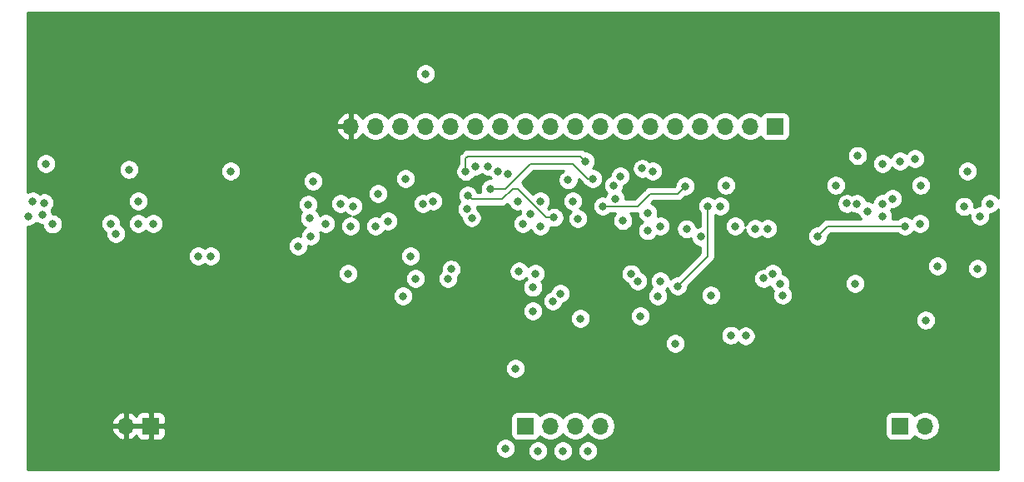
<source format=gbr>
%TF.GenerationSoftware,KiCad,Pcbnew,(5.1.10-1-10_14)*%
%TF.CreationDate,2021-11-22T02:45:21-05:00*%
%TF.ProjectId,control-unit,636f6e74-726f-46c2-9d75-6e69742e6b69,rev?*%
%TF.SameCoordinates,Original*%
%TF.FileFunction,Copper,L2,Inr*%
%TF.FilePolarity,Positive*%
%FSLAX46Y46*%
G04 Gerber Fmt 4.6, Leading zero omitted, Abs format (unit mm)*
G04 Created by KiCad (PCBNEW (5.1.10-1-10_14)) date 2021-11-22 02:45:21*
%MOMM*%
%LPD*%
G01*
G04 APERTURE LIST*
%TA.AperFunction,ComponentPad*%
%ADD10R,1.700000X1.700000*%
%TD*%
%TA.AperFunction,ComponentPad*%
%ADD11O,1.700000X1.700000*%
%TD*%
%TA.AperFunction,ViaPad*%
%ADD12C,0.800000*%
%TD*%
%TA.AperFunction,Conductor*%
%ADD13C,0.200000*%
%TD*%
%TA.AperFunction,Conductor*%
%ADD14C,0.254000*%
%TD*%
%TA.AperFunction,Conductor*%
%ADD15C,0.100000*%
%TD*%
G04 APERTURE END LIST*
D10*
%TO.N,VCC*%
%TO.C,J4*%
X177800000Y-111506000D03*
D11*
X180340000Y-111506000D03*
%TD*%
%TO.N,GND*%
%TO.C,J3*%
X99060000Y-111506000D03*
D10*
X101600000Y-111506000D03*
%TD*%
D11*
%TO.N,GND*%
%TO.C,J2*%
X121920000Y-81026000D03*
%TO.N,VCC*%
X124460000Y-81026000D03*
%TO.N,~LOAD_PROGRAM_COUNTER_COND*%
X127000000Y-81026000D03*
%TO.N,~JO*%
X129540000Y-81026000D03*
%TO.N,~JNO*%
X132080000Y-81026000D03*
%TO.N,~JS*%
X134620000Y-81026000D03*
%TO.N,~JNS*%
X137160000Y-81026000D03*
%TO.N,~JE_JZ*%
X139700000Y-81026000D03*
%TO.N,~JNE_JNZ*%
X142240000Y-81026000D03*
%TO.N,~JB_JNAE_JC*%
X144780000Y-81026000D03*
%TO.N,~JNB_JAE_JNC*%
X147320000Y-81026000D03*
%TO.N,~JBE_JNA*%
X149860000Y-81026000D03*
%TO.N,~JA_JNBE*%
X152400000Y-81026000D03*
%TO.N,~JL_JNGE*%
X154940000Y-81026000D03*
%TO.N,~JGE_JNL*%
X157480000Y-81026000D03*
%TO.N,~JG_JNLE*%
X160020000Y-81026000D03*
%TO.N,~JLE_JNG*%
X162560000Y-81026000D03*
D10*
%TO.N,~J*%
X165100000Y-81026000D03*
%TD*%
D11*
%TO.N,CARRY_FLAG*%
%TO.C,J1*%
X147320000Y-111506000D03*
%TO.N,SIGN_FLAG*%
X144780000Y-111506000D03*
%TO.N,ZERO_FLAG*%
X142240000Y-111506000D03*
D10*
%TO.N,OVERFLOW_FLAG*%
X139700000Y-111506000D03*
%TD*%
D12*
%TO.N,VCC*%
X90932000Y-84836000D03*
X109728000Y-85598000D03*
X127508000Y-86360000D03*
X158564500Y-98229500D03*
X143256000Y-98044000D03*
X127254000Y-98298000D03*
X180408500Y-100769500D03*
X179900500Y-87053500D03*
X171264500Y-87053500D03*
X160088500Y-87053500D03*
X138938000Y-88646000D03*
X99381178Y-85442843D03*
X118110000Y-86628054D03*
X148658500Y-87053500D03*
%TO.N,GND*%
X95247500Y-92712500D03*
X104579500Y-92778500D03*
X114485500Y-92778500D03*
X124137500Y-92778500D03*
X133789500Y-92778500D03*
X144272000Y-92710000D03*
X166809500Y-92778500D03*
X177985500Y-92778500D03*
X186875500Y-106494500D03*
X138111000Y-103567000D03*
X153605000Y-103567000D03*
X165285500Y-103954500D03*
X155671954Y-92967742D03*
X181864000Y-78232000D03*
X186459968Y-92653630D03*
X160678500Y-114704500D03*
X151026500Y-114704500D03*
%TO.N,Net-(U3-Pad6)*%
X117856000Y-92202000D03*
X121666000Y-96012000D03*
%TO.N,Net-(U7-Pad13)*%
X149352000Y-86106000D03*
X156085250Y-91462022D03*
%TO.N,Net-(U7-Pad12)*%
X152654000Y-85598000D03*
X172402095Y-88899039D03*
%TO.N,Net-(U7-Pad11)*%
X148844000Y-88392000D03*
X157541990Y-92267732D03*
%TO.N,Net-(U7-Pad3)*%
X164338000Y-91440000D03*
X164846000Y-96012000D03*
%TO.N,~LOAD_PROGRAM_COUNTER_COND*%
X163931911Y-96509204D03*
X129540000Y-75692000D03*
%TO.N,CARRY_FLAG*%
X142494000Y-98806000D03*
X125730000Y-90678000D03*
X122174000Y-89154000D03*
X132142231Y-95571305D03*
X139061988Y-95775677D03*
X146050000Y-114046000D03*
%TO.N,SIGN_FLAG*%
X90760987Y-88817013D03*
X143510000Y-114046000D03*
%TO.N,OVERFLOW_FLAG*%
X161036000Y-91186000D03*
X137668000Y-113792000D03*
%TO.N,ZERO_FLAG*%
X140462000Y-99822000D03*
X144042847Y-86488794D03*
X140451636Y-97412011D03*
X140970000Y-114046000D03*
%TO.N,Net-(U1-Pad6)*%
X98044000Y-91948000D03*
X101854000Y-90932000D03*
%TO.N,Net-(U1-Pad4)*%
X97536000Y-90932000D03*
X100330000Y-90932000D03*
%TO.N,Net-(U10-Pad1)*%
X165608000Y-97028000D03*
X128016000Y-94234000D03*
%TO.N,Net-(U3-Pad12)*%
X117620810Y-88995756D03*
X117787541Y-90395768D03*
%TO.N,Net-(U3-Pad4)*%
X119380000Y-90932000D03*
X121920000Y-91186000D03*
%TO.N,Net-(U10-Pad10)*%
X177800000Y-84582000D03*
X151581246Y-85325087D03*
%TO.N,Net-(U11-Pad1)*%
X176022000Y-90170000D03*
X185928000Y-90170000D03*
%TO.N,~JNO*%
X91613324Y-90986641D03*
X89154000Y-90170000D03*
%TO.N,~JO*%
X90554011Y-90014114D03*
X89600010Y-88646000D03*
%TO.N,OR_JNS*%
X100330000Y-88646000D03*
X106426000Y-94234000D03*
%TO.N,Net-(U3-Pad2)*%
X116586000Y-93218000D03*
X107696008Y-94234000D03*
%TO.N,OR_JNB_JAE_JNC*%
X120904000Y-88900000D03*
X124460000Y-91186000D03*
%TO.N,OR_JB_JNAE_JC*%
X131826000Y-96520000D03*
X124714000Y-87884000D03*
%TO.N,~JG_JNLE*%
X137922000Y-85852000D03*
X129286000Y-88900000D03*
%TO.N,Net-(U11-Pad4)*%
X133635708Y-85636041D03*
X145796000Y-84582000D03*
X179324000Y-84328000D03*
%TO.N,~JL_JNGE*%
X136906000Y-85598000D03*
X130302000Y-88646000D03*
%TO.N,Net-(U5-Pad10)*%
X136144000Y-87376000D03*
X146558000Y-86360000D03*
%TO.N,Net-(U5-Pad8)*%
X142604934Y-90307035D03*
X133846370Y-88054855D03*
%TO.N,Net-(U5-Pad6)*%
X139446000Y-90932000D03*
X141224000Y-91186000D03*
%TO.N,Net-(U5-Pad4)*%
X140208000Y-89916000D03*
X145034000Y-90424000D03*
X152147808Y-89868322D03*
X152127907Y-91668345D03*
%TO.N,~JA_JNBE*%
X135890000Y-85090000D03*
X134249609Y-90339979D03*
%TO.N,~JBE_JNA*%
X134620000Y-85090000D03*
X133784206Y-89454867D03*
%TO.N,SF<>OF*%
X141224000Y-88646000D03*
X144526000Y-88646000D03*
X147574000Y-89154000D03*
X155956000Y-87122000D03*
X159512000Y-89154000D03*
X163068000Y-91440000D03*
%TO.N,Net-(U6-Pad6)*%
X149606000Y-90616010D03*
X153418899Y-91188899D03*
%TO.N,Net-(U10-Pad2)*%
X165877832Y-98213979D03*
X140716022Y-96012000D03*
%TO.N,OR_JL_JNGE*%
X158242000Y-89154000D03*
X155195407Y-97283407D03*
%TO.N,OR_JA_JNBE*%
X153416000Y-96774000D03*
X153162000Y-98298000D03*
%TO.N,SF=OF*%
X169418000Y-92202000D03*
X178308000Y-91186000D03*
%TO.N,~JLE_JNG*%
X176022000Y-84836000D03*
X176022000Y-88900000D03*
%TO.N,Net-(U10-Pad9)*%
X177038000Y-88392000D03*
X184658000Y-85598000D03*
%TO.N,Net-(U10-Pad11)*%
X186944000Y-88900000D03*
X184309572Y-89188716D03*
%TO.N,OR_JLE_JNG*%
X151130000Y-96774000D03*
X179832000Y-90932000D03*
%TO.N,OR_JGE_JNL*%
X185674000Y-95504000D03*
X181610000Y-95250000D03*
%TO.N,OR_JG_JNLE*%
X151384000Y-100330000D03*
X173228000Y-97028000D03*
%TO.N,OR_JUMP*%
X174498000Y-89662000D03*
X150454680Y-96036459D03*
%TO.N,~J*%
X173497172Y-84012010D03*
X173401990Y-88914278D03*
%TO.N,Net-(U12-Pad5)*%
X128524000Y-96520000D03*
X154940000Y-103124000D03*
%TO.N,Net-(U12-Pad4)*%
X138684000Y-105664000D03*
X162102010Y-102355135D03*
%TO.N,Net-(U12-Pad2)*%
X145288000Y-100584000D03*
X160593083Y-102296268D03*
%TD*%
D13*
%TO.N,Net-(U11-Pad4)*%
X133635708Y-85636041D02*
X133635708Y-84296292D01*
X133635708Y-84296292D02*
X133858000Y-84074000D01*
X133858000Y-84074000D02*
X145034000Y-84074000D01*
X145034000Y-84074000D02*
X145288000Y-84074000D01*
X145288000Y-84074000D02*
X145796000Y-84582000D01*
%TO.N,Net-(U5-Pad10)*%
X136144000Y-87376000D02*
X137668000Y-87376000D01*
X137668000Y-87376000D02*
X140208000Y-84836000D01*
X140208000Y-84836000D02*
X144526000Y-84836000D01*
X144526000Y-84836000D02*
X146050000Y-86360000D01*
X146050000Y-86360000D02*
X146558000Y-86360000D01*
%TO.N,Net-(U5-Pad8)*%
X142604934Y-90307035D02*
X141849033Y-90307035D01*
X137351146Y-88454854D02*
X134246369Y-88454854D01*
X141849033Y-90307035D02*
X138917998Y-87376000D01*
X138917998Y-87376000D02*
X138430000Y-87376000D01*
X138430000Y-87376000D02*
X137351146Y-88454854D01*
X134246369Y-88454854D02*
X133846370Y-88054855D01*
%TO.N,SF<>OF*%
X147574000Y-89154000D02*
X151130000Y-89154000D01*
X151130000Y-89154000D02*
X152400000Y-87884000D01*
X152400000Y-87884000D02*
X155194000Y-87884000D01*
X155194000Y-87884000D02*
X155956000Y-87122000D01*
%TO.N,OR_JL_JNGE*%
X158242000Y-94236814D02*
X155195407Y-97283407D01*
X158242000Y-89154000D02*
X158242000Y-94236814D01*
%TO.N,SF=OF*%
X169418000Y-92202000D02*
X170434000Y-91186000D01*
X170434000Y-91186000D02*
X178308000Y-91186000D01*
%TD*%
D14*
%TO.N,GND*%
X187808001Y-88330118D02*
X187747937Y-88240226D01*
X187603774Y-88096063D01*
X187434256Y-87982795D01*
X187245898Y-87904774D01*
X187045939Y-87865000D01*
X186842061Y-87865000D01*
X186642102Y-87904774D01*
X186453744Y-87982795D01*
X186284226Y-88096063D01*
X186140063Y-88240226D01*
X186026795Y-88409744D01*
X185948774Y-88598102D01*
X185909000Y-88798061D01*
X185909000Y-89001939D01*
X185935467Y-89135000D01*
X185826061Y-89135000D01*
X185626102Y-89174774D01*
X185437744Y-89252795D01*
X185338976Y-89318790D01*
X185344572Y-89290655D01*
X185344572Y-89086777D01*
X185304798Y-88886818D01*
X185226777Y-88698460D01*
X185113509Y-88528942D01*
X184969346Y-88384779D01*
X184799828Y-88271511D01*
X184611470Y-88193490D01*
X184411511Y-88153716D01*
X184207633Y-88153716D01*
X184007674Y-88193490D01*
X183819316Y-88271511D01*
X183649798Y-88384779D01*
X183505635Y-88528942D01*
X183392367Y-88698460D01*
X183314346Y-88886818D01*
X183274572Y-89086777D01*
X183274572Y-89290655D01*
X183314346Y-89490614D01*
X183392367Y-89678972D01*
X183505635Y-89848490D01*
X183649798Y-89992653D01*
X183819316Y-90105921D01*
X184007674Y-90183942D01*
X184207633Y-90223716D01*
X184411511Y-90223716D01*
X184611470Y-90183942D01*
X184799828Y-90105921D01*
X184898596Y-90039926D01*
X184893000Y-90068061D01*
X184893000Y-90271939D01*
X184932774Y-90471898D01*
X185010795Y-90660256D01*
X185124063Y-90829774D01*
X185268226Y-90973937D01*
X185437744Y-91087205D01*
X185626102Y-91165226D01*
X185826061Y-91205000D01*
X186029939Y-91205000D01*
X186229898Y-91165226D01*
X186418256Y-91087205D01*
X186587774Y-90973937D01*
X186731937Y-90829774D01*
X186845205Y-90660256D01*
X186923226Y-90471898D01*
X186963000Y-90271939D01*
X186963000Y-90068061D01*
X186936533Y-89935000D01*
X187045939Y-89935000D01*
X187245898Y-89895226D01*
X187434256Y-89817205D01*
X187603774Y-89703937D01*
X187747937Y-89559774D01*
X187808001Y-89469882D01*
X187808000Y-115926000D01*
X89052000Y-115926000D01*
X89052000Y-113690061D01*
X136633000Y-113690061D01*
X136633000Y-113893939D01*
X136672774Y-114093898D01*
X136750795Y-114282256D01*
X136864063Y-114451774D01*
X137008226Y-114595937D01*
X137177744Y-114709205D01*
X137366102Y-114787226D01*
X137566061Y-114827000D01*
X137769939Y-114827000D01*
X137969898Y-114787226D01*
X138158256Y-114709205D01*
X138327774Y-114595937D01*
X138471937Y-114451774D01*
X138585205Y-114282256D01*
X138663226Y-114093898D01*
X138693030Y-113944061D01*
X139935000Y-113944061D01*
X139935000Y-114147939D01*
X139974774Y-114347898D01*
X140052795Y-114536256D01*
X140166063Y-114705774D01*
X140310226Y-114849937D01*
X140479744Y-114963205D01*
X140668102Y-115041226D01*
X140868061Y-115081000D01*
X141071939Y-115081000D01*
X141271898Y-115041226D01*
X141460256Y-114963205D01*
X141629774Y-114849937D01*
X141773937Y-114705774D01*
X141887205Y-114536256D01*
X141965226Y-114347898D01*
X142005000Y-114147939D01*
X142005000Y-113944061D01*
X142475000Y-113944061D01*
X142475000Y-114147939D01*
X142514774Y-114347898D01*
X142592795Y-114536256D01*
X142706063Y-114705774D01*
X142850226Y-114849937D01*
X143019744Y-114963205D01*
X143208102Y-115041226D01*
X143408061Y-115081000D01*
X143611939Y-115081000D01*
X143811898Y-115041226D01*
X144000256Y-114963205D01*
X144169774Y-114849937D01*
X144313937Y-114705774D01*
X144427205Y-114536256D01*
X144505226Y-114347898D01*
X144545000Y-114147939D01*
X144545000Y-113944061D01*
X145015000Y-113944061D01*
X145015000Y-114147939D01*
X145054774Y-114347898D01*
X145132795Y-114536256D01*
X145246063Y-114705774D01*
X145390226Y-114849937D01*
X145559744Y-114963205D01*
X145748102Y-115041226D01*
X145948061Y-115081000D01*
X146151939Y-115081000D01*
X146351898Y-115041226D01*
X146540256Y-114963205D01*
X146709774Y-114849937D01*
X146853937Y-114705774D01*
X146967205Y-114536256D01*
X147045226Y-114347898D01*
X147085000Y-114147939D01*
X147085000Y-113944061D01*
X147045226Y-113744102D01*
X146967205Y-113555744D01*
X146853937Y-113386226D01*
X146709774Y-113242063D01*
X146540256Y-113128795D01*
X146351898Y-113050774D01*
X146151939Y-113011000D01*
X145948061Y-113011000D01*
X145748102Y-113050774D01*
X145559744Y-113128795D01*
X145390226Y-113242063D01*
X145246063Y-113386226D01*
X145132795Y-113555744D01*
X145054774Y-113744102D01*
X145015000Y-113944061D01*
X144545000Y-113944061D01*
X144505226Y-113744102D01*
X144427205Y-113555744D01*
X144313937Y-113386226D01*
X144169774Y-113242063D01*
X144000256Y-113128795D01*
X143811898Y-113050774D01*
X143611939Y-113011000D01*
X143408061Y-113011000D01*
X143208102Y-113050774D01*
X143019744Y-113128795D01*
X142850226Y-113242063D01*
X142706063Y-113386226D01*
X142592795Y-113555744D01*
X142514774Y-113744102D01*
X142475000Y-113944061D01*
X142005000Y-113944061D01*
X141965226Y-113744102D01*
X141887205Y-113555744D01*
X141773937Y-113386226D01*
X141629774Y-113242063D01*
X141460256Y-113128795D01*
X141271898Y-113050774D01*
X141071939Y-113011000D01*
X140868061Y-113011000D01*
X140668102Y-113050774D01*
X140479744Y-113128795D01*
X140310226Y-113242063D01*
X140166063Y-113386226D01*
X140052795Y-113555744D01*
X139974774Y-113744102D01*
X139935000Y-113944061D01*
X138693030Y-113944061D01*
X138703000Y-113893939D01*
X138703000Y-113690061D01*
X138663226Y-113490102D01*
X138585205Y-113301744D01*
X138471937Y-113132226D01*
X138327774Y-112988063D01*
X138158256Y-112874795D01*
X137969898Y-112796774D01*
X137769939Y-112757000D01*
X137566061Y-112757000D01*
X137366102Y-112796774D01*
X137177744Y-112874795D01*
X137008226Y-112988063D01*
X136864063Y-113132226D01*
X136750795Y-113301744D01*
X136672774Y-113490102D01*
X136633000Y-113690061D01*
X89052000Y-113690061D01*
X89052000Y-111862891D01*
X97618519Y-111862891D01*
X97715843Y-112137252D01*
X97864822Y-112387355D01*
X98059731Y-112603588D01*
X98293080Y-112777641D01*
X98555901Y-112902825D01*
X98703110Y-112947476D01*
X98933000Y-112826155D01*
X98933000Y-111633000D01*
X99187000Y-111633000D01*
X99187000Y-112826155D01*
X99416890Y-112947476D01*
X99564099Y-112902825D01*
X99826920Y-112777641D01*
X100060269Y-112603588D01*
X100136034Y-112519534D01*
X100160498Y-112600180D01*
X100219463Y-112710494D01*
X100298815Y-112807185D01*
X100395506Y-112886537D01*
X100505820Y-112945502D01*
X100625518Y-112981812D01*
X100750000Y-112994072D01*
X101314250Y-112991000D01*
X101473000Y-112832250D01*
X101473000Y-111633000D01*
X101727000Y-111633000D01*
X101727000Y-112832250D01*
X101885750Y-112991000D01*
X102450000Y-112994072D01*
X102574482Y-112981812D01*
X102694180Y-112945502D01*
X102804494Y-112886537D01*
X102901185Y-112807185D01*
X102980537Y-112710494D01*
X103039502Y-112600180D01*
X103075812Y-112480482D01*
X103088072Y-112356000D01*
X103085000Y-111791750D01*
X102926250Y-111633000D01*
X101727000Y-111633000D01*
X101473000Y-111633000D01*
X99187000Y-111633000D01*
X98933000Y-111633000D01*
X97739186Y-111633000D01*
X97618519Y-111862891D01*
X89052000Y-111862891D01*
X89052000Y-111149109D01*
X97618519Y-111149109D01*
X97739186Y-111379000D01*
X98933000Y-111379000D01*
X98933000Y-110185845D01*
X99187000Y-110185845D01*
X99187000Y-111379000D01*
X101473000Y-111379000D01*
X101473000Y-110179750D01*
X101727000Y-110179750D01*
X101727000Y-111379000D01*
X102926250Y-111379000D01*
X103085000Y-111220250D01*
X103088072Y-110656000D01*
X138211928Y-110656000D01*
X138211928Y-112356000D01*
X138224188Y-112480482D01*
X138260498Y-112600180D01*
X138319463Y-112710494D01*
X138398815Y-112807185D01*
X138495506Y-112886537D01*
X138605820Y-112945502D01*
X138725518Y-112981812D01*
X138850000Y-112994072D01*
X140550000Y-112994072D01*
X140674482Y-112981812D01*
X140794180Y-112945502D01*
X140904494Y-112886537D01*
X141001185Y-112807185D01*
X141080537Y-112710494D01*
X141139502Y-112600180D01*
X141161513Y-112527620D01*
X141293368Y-112659475D01*
X141536589Y-112821990D01*
X141806842Y-112933932D01*
X142093740Y-112991000D01*
X142386260Y-112991000D01*
X142673158Y-112933932D01*
X142943411Y-112821990D01*
X143186632Y-112659475D01*
X143393475Y-112452632D01*
X143510000Y-112278240D01*
X143626525Y-112452632D01*
X143833368Y-112659475D01*
X144076589Y-112821990D01*
X144346842Y-112933932D01*
X144633740Y-112991000D01*
X144926260Y-112991000D01*
X145213158Y-112933932D01*
X145483411Y-112821990D01*
X145726632Y-112659475D01*
X145933475Y-112452632D01*
X146050000Y-112278240D01*
X146166525Y-112452632D01*
X146373368Y-112659475D01*
X146616589Y-112821990D01*
X146886842Y-112933932D01*
X147173740Y-112991000D01*
X147466260Y-112991000D01*
X147753158Y-112933932D01*
X148023411Y-112821990D01*
X148266632Y-112659475D01*
X148473475Y-112452632D01*
X148635990Y-112209411D01*
X148747932Y-111939158D01*
X148805000Y-111652260D01*
X148805000Y-111359740D01*
X148747932Y-111072842D01*
X148635990Y-110802589D01*
X148538043Y-110656000D01*
X176311928Y-110656000D01*
X176311928Y-112356000D01*
X176324188Y-112480482D01*
X176360498Y-112600180D01*
X176419463Y-112710494D01*
X176498815Y-112807185D01*
X176595506Y-112886537D01*
X176705820Y-112945502D01*
X176825518Y-112981812D01*
X176950000Y-112994072D01*
X178650000Y-112994072D01*
X178774482Y-112981812D01*
X178894180Y-112945502D01*
X179004494Y-112886537D01*
X179101185Y-112807185D01*
X179180537Y-112710494D01*
X179239502Y-112600180D01*
X179261513Y-112527620D01*
X179393368Y-112659475D01*
X179636589Y-112821990D01*
X179906842Y-112933932D01*
X180193740Y-112991000D01*
X180486260Y-112991000D01*
X180773158Y-112933932D01*
X181043411Y-112821990D01*
X181286632Y-112659475D01*
X181493475Y-112452632D01*
X181655990Y-112209411D01*
X181767932Y-111939158D01*
X181825000Y-111652260D01*
X181825000Y-111359740D01*
X181767932Y-111072842D01*
X181655990Y-110802589D01*
X181493475Y-110559368D01*
X181286632Y-110352525D01*
X181043411Y-110190010D01*
X180773158Y-110078068D01*
X180486260Y-110021000D01*
X180193740Y-110021000D01*
X179906842Y-110078068D01*
X179636589Y-110190010D01*
X179393368Y-110352525D01*
X179261513Y-110484380D01*
X179239502Y-110411820D01*
X179180537Y-110301506D01*
X179101185Y-110204815D01*
X179004494Y-110125463D01*
X178894180Y-110066498D01*
X178774482Y-110030188D01*
X178650000Y-110017928D01*
X176950000Y-110017928D01*
X176825518Y-110030188D01*
X176705820Y-110066498D01*
X176595506Y-110125463D01*
X176498815Y-110204815D01*
X176419463Y-110301506D01*
X176360498Y-110411820D01*
X176324188Y-110531518D01*
X176311928Y-110656000D01*
X148538043Y-110656000D01*
X148473475Y-110559368D01*
X148266632Y-110352525D01*
X148023411Y-110190010D01*
X147753158Y-110078068D01*
X147466260Y-110021000D01*
X147173740Y-110021000D01*
X146886842Y-110078068D01*
X146616589Y-110190010D01*
X146373368Y-110352525D01*
X146166525Y-110559368D01*
X146050000Y-110733760D01*
X145933475Y-110559368D01*
X145726632Y-110352525D01*
X145483411Y-110190010D01*
X145213158Y-110078068D01*
X144926260Y-110021000D01*
X144633740Y-110021000D01*
X144346842Y-110078068D01*
X144076589Y-110190010D01*
X143833368Y-110352525D01*
X143626525Y-110559368D01*
X143510000Y-110733760D01*
X143393475Y-110559368D01*
X143186632Y-110352525D01*
X142943411Y-110190010D01*
X142673158Y-110078068D01*
X142386260Y-110021000D01*
X142093740Y-110021000D01*
X141806842Y-110078068D01*
X141536589Y-110190010D01*
X141293368Y-110352525D01*
X141161513Y-110484380D01*
X141139502Y-110411820D01*
X141080537Y-110301506D01*
X141001185Y-110204815D01*
X140904494Y-110125463D01*
X140794180Y-110066498D01*
X140674482Y-110030188D01*
X140550000Y-110017928D01*
X138850000Y-110017928D01*
X138725518Y-110030188D01*
X138605820Y-110066498D01*
X138495506Y-110125463D01*
X138398815Y-110204815D01*
X138319463Y-110301506D01*
X138260498Y-110411820D01*
X138224188Y-110531518D01*
X138211928Y-110656000D01*
X103088072Y-110656000D01*
X103075812Y-110531518D01*
X103039502Y-110411820D01*
X102980537Y-110301506D01*
X102901185Y-110204815D01*
X102804494Y-110125463D01*
X102694180Y-110066498D01*
X102574482Y-110030188D01*
X102450000Y-110017928D01*
X101885750Y-110021000D01*
X101727000Y-110179750D01*
X101473000Y-110179750D01*
X101314250Y-110021000D01*
X100750000Y-110017928D01*
X100625518Y-110030188D01*
X100505820Y-110066498D01*
X100395506Y-110125463D01*
X100298815Y-110204815D01*
X100219463Y-110301506D01*
X100160498Y-110411820D01*
X100136034Y-110492466D01*
X100060269Y-110408412D01*
X99826920Y-110234359D01*
X99564099Y-110109175D01*
X99416890Y-110064524D01*
X99187000Y-110185845D01*
X98933000Y-110185845D01*
X98703110Y-110064524D01*
X98555901Y-110109175D01*
X98293080Y-110234359D01*
X98059731Y-110408412D01*
X97864822Y-110624645D01*
X97715843Y-110874748D01*
X97618519Y-111149109D01*
X89052000Y-111149109D01*
X89052000Y-105562061D01*
X137649000Y-105562061D01*
X137649000Y-105765939D01*
X137688774Y-105965898D01*
X137766795Y-106154256D01*
X137880063Y-106323774D01*
X138024226Y-106467937D01*
X138193744Y-106581205D01*
X138382102Y-106659226D01*
X138582061Y-106699000D01*
X138785939Y-106699000D01*
X138985898Y-106659226D01*
X139174256Y-106581205D01*
X139343774Y-106467937D01*
X139487937Y-106323774D01*
X139601205Y-106154256D01*
X139679226Y-105965898D01*
X139719000Y-105765939D01*
X139719000Y-105562061D01*
X139679226Y-105362102D01*
X139601205Y-105173744D01*
X139487937Y-105004226D01*
X139343774Y-104860063D01*
X139174256Y-104746795D01*
X138985898Y-104668774D01*
X138785939Y-104629000D01*
X138582061Y-104629000D01*
X138382102Y-104668774D01*
X138193744Y-104746795D01*
X138024226Y-104860063D01*
X137880063Y-105004226D01*
X137766795Y-105173744D01*
X137688774Y-105362102D01*
X137649000Y-105562061D01*
X89052000Y-105562061D01*
X89052000Y-103022061D01*
X153905000Y-103022061D01*
X153905000Y-103225939D01*
X153944774Y-103425898D01*
X154022795Y-103614256D01*
X154136063Y-103783774D01*
X154280226Y-103927937D01*
X154449744Y-104041205D01*
X154638102Y-104119226D01*
X154838061Y-104159000D01*
X155041939Y-104159000D01*
X155241898Y-104119226D01*
X155430256Y-104041205D01*
X155599774Y-103927937D01*
X155743937Y-103783774D01*
X155857205Y-103614256D01*
X155935226Y-103425898D01*
X155975000Y-103225939D01*
X155975000Y-103022061D01*
X155935226Y-102822102D01*
X155857205Y-102633744D01*
X155743937Y-102464226D01*
X155599774Y-102320063D01*
X155430256Y-102206795D01*
X155400161Y-102194329D01*
X159558083Y-102194329D01*
X159558083Y-102398207D01*
X159597857Y-102598166D01*
X159675878Y-102786524D01*
X159789146Y-102956042D01*
X159933309Y-103100205D01*
X160102827Y-103213473D01*
X160291185Y-103291494D01*
X160491144Y-103331268D01*
X160695022Y-103331268D01*
X160894981Y-103291494D01*
X161083339Y-103213473D01*
X161252857Y-103100205D01*
X161318113Y-103034949D01*
X161442236Y-103159072D01*
X161611754Y-103272340D01*
X161800112Y-103350361D01*
X162000071Y-103390135D01*
X162203949Y-103390135D01*
X162403908Y-103350361D01*
X162592266Y-103272340D01*
X162761784Y-103159072D01*
X162905947Y-103014909D01*
X163019215Y-102845391D01*
X163097236Y-102657033D01*
X163137010Y-102457074D01*
X163137010Y-102253196D01*
X163097236Y-102053237D01*
X163019215Y-101864879D01*
X162905947Y-101695361D01*
X162761784Y-101551198D01*
X162592266Y-101437930D01*
X162403908Y-101359909D01*
X162203949Y-101320135D01*
X162000071Y-101320135D01*
X161800112Y-101359909D01*
X161611754Y-101437930D01*
X161442236Y-101551198D01*
X161376980Y-101616454D01*
X161252857Y-101492331D01*
X161083339Y-101379063D01*
X160894981Y-101301042D01*
X160695022Y-101261268D01*
X160491144Y-101261268D01*
X160291185Y-101301042D01*
X160102827Y-101379063D01*
X159933309Y-101492331D01*
X159789146Y-101636494D01*
X159675878Y-101806012D01*
X159597857Y-101994370D01*
X159558083Y-102194329D01*
X155400161Y-102194329D01*
X155241898Y-102128774D01*
X155041939Y-102089000D01*
X154838061Y-102089000D01*
X154638102Y-102128774D01*
X154449744Y-102206795D01*
X154280226Y-102320063D01*
X154136063Y-102464226D01*
X154022795Y-102633744D01*
X153944774Y-102822102D01*
X153905000Y-103022061D01*
X89052000Y-103022061D01*
X89052000Y-99720061D01*
X139427000Y-99720061D01*
X139427000Y-99923939D01*
X139466774Y-100123898D01*
X139544795Y-100312256D01*
X139658063Y-100481774D01*
X139802226Y-100625937D01*
X139971744Y-100739205D01*
X140160102Y-100817226D01*
X140360061Y-100857000D01*
X140563939Y-100857000D01*
X140763898Y-100817226D01*
X140952256Y-100739205D01*
X141121774Y-100625937D01*
X141265650Y-100482061D01*
X144253000Y-100482061D01*
X144253000Y-100685939D01*
X144292774Y-100885898D01*
X144370795Y-101074256D01*
X144484063Y-101243774D01*
X144628226Y-101387937D01*
X144797744Y-101501205D01*
X144986102Y-101579226D01*
X145186061Y-101619000D01*
X145389939Y-101619000D01*
X145589898Y-101579226D01*
X145778256Y-101501205D01*
X145947774Y-101387937D01*
X146091937Y-101243774D01*
X146205205Y-101074256D01*
X146283226Y-100885898D01*
X146323000Y-100685939D01*
X146323000Y-100482061D01*
X146283226Y-100282102D01*
X146260842Y-100228061D01*
X150349000Y-100228061D01*
X150349000Y-100431939D01*
X150388774Y-100631898D01*
X150466795Y-100820256D01*
X150580063Y-100989774D01*
X150724226Y-101133937D01*
X150893744Y-101247205D01*
X151082102Y-101325226D01*
X151282061Y-101365000D01*
X151485939Y-101365000D01*
X151685898Y-101325226D01*
X151874256Y-101247205D01*
X152043774Y-101133937D01*
X152187937Y-100989774D01*
X152301205Y-100820256D01*
X152364453Y-100667561D01*
X179373500Y-100667561D01*
X179373500Y-100871439D01*
X179413274Y-101071398D01*
X179491295Y-101259756D01*
X179604563Y-101429274D01*
X179748726Y-101573437D01*
X179918244Y-101686705D01*
X180106602Y-101764726D01*
X180306561Y-101804500D01*
X180510439Y-101804500D01*
X180710398Y-101764726D01*
X180898756Y-101686705D01*
X181068274Y-101573437D01*
X181212437Y-101429274D01*
X181325705Y-101259756D01*
X181403726Y-101071398D01*
X181443500Y-100871439D01*
X181443500Y-100667561D01*
X181403726Y-100467602D01*
X181325705Y-100279244D01*
X181212437Y-100109726D01*
X181068274Y-99965563D01*
X180898756Y-99852295D01*
X180710398Y-99774274D01*
X180510439Y-99734500D01*
X180306561Y-99734500D01*
X180106602Y-99774274D01*
X179918244Y-99852295D01*
X179748726Y-99965563D01*
X179604563Y-100109726D01*
X179491295Y-100279244D01*
X179413274Y-100467602D01*
X179373500Y-100667561D01*
X152364453Y-100667561D01*
X152379226Y-100631898D01*
X152419000Y-100431939D01*
X152419000Y-100228061D01*
X152379226Y-100028102D01*
X152301205Y-99839744D01*
X152187937Y-99670226D01*
X152043774Y-99526063D01*
X151874256Y-99412795D01*
X151685898Y-99334774D01*
X151485939Y-99295000D01*
X151282061Y-99295000D01*
X151082102Y-99334774D01*
X150893744Y-99412795D01*
X150724226Y-99526063D01*
X150580063Y-99670226D01*
X150466795Y-99839744D01*
X150388774Y-100028102D01*
X150349000Y-100228061D01*
X146260842Y-100228061D01*
X146205205Y-100093744D01*
X146091937Y-99924226D01*
X145947774Y-99780063D01*
X145778256Y-99666795D01*
X145589898Y-99588774D01*
X145389939Y-99549000D01*
X145186061Y-99549000D01*
X144986102Y-99588774D01*
X144797744Y-99666795D01*
X144628226Y-99780063D01*
X144484063Y-99924226D01*
X144370795Y-100093744D01*
X144292774Y-100282102D01*
X144253000Y-100482061D01*
X141265650Y-100482061D01*
X141265937Y-100481774D01*
X141379205Y-100312256D01*
X141457226Y-100123898D01*
X141497000Y-99923939D01*
X141497000Y-99720061D01*
X141457226Y-99520102D01*
X141379205Y-99331744D01*
X141265937Y-99162226D01*
X141121774Y-99018063D01*
X140952256Y-98904795D01*
X140763898Y-98826774D01*
X140563939Y-98787000D01*
X140360061Y-98787000D01*
X140160102Y-98826774D01*
X139971744Y-98904795D01*
X139802226Y-99018063D01*
X139658063Y-99162226D01*
X139544795Y-99331744D01*
X139466774Y-99520102D01*
X139427000Y-99720061D01*
X89052000Y-99720061D01*
X89052000Y-98196061D01*
X126219000Y-98196061D01*
X126219000Y-98399939D01*
X126258774Y-98599898D01*
X126336795Y-98788256D01*
X126450063Y-98957774D01*
X126594226Y-99101937D01*
X126763744Y-99215205D01*
X126952102Y-99293226D01*
X127152061Y-99333000D01*
X127355939Y-99333000D01*
X127555898Y-99293226D01*
X127744256Y-99215205D01*
X127913774Y-99101937D01*
X128057937Y-98957774D01*
X128171205Y-98788256D01*
X128206079Y-98704061D01*
X141459000Y-98704061D01*
X141459000Y-98907939D01*
X141498774Y-99107898D01*
X141576795Y-99296256D01*
X141690063Y-99465774D01*
X141834226Y-99609937D01*
X142003744Y-99723205D01*
X142192102Y-99801226D01*
X142392061Y-99841000D01*
X142595939Y-99841000D01*
X142795898Y-99801226D01*
X142984256Y-99723205D01*
X143153774Y-99609937D01*
X143297937Y-99465774D01*
X143411205Y-99296256D01*
X143489226Y-99107898D01*
X143500619Y-99050619D01*
X143557898Y-99039226D01*
X143746256Y-98961205D01*
X143915774Y-98847937D01*
X144059937Y-98703774D01*
X144173205Y-98534256D01*
X144251226Y-98345898D01*
X144281030Y-98196061D01*
X152127000Y-98196061D01*
X152127000Y-98399939D01*
X152166774Y-98599898D01*
X152244795Y-98788256D01*
X152358063Y-98957774D01*
X152502226Y-99101937D01*
X152671744Y-99215205D01*
X152860102Y-99293226D01*
X153060061Y-99333000D01*
X153263939Y-99333000D01*
X153463898Y-99293226D01*
X153652256Y-99215205D01*
X153821774Y-99101937D01*
X153965937Y-98957774D01*
X154079205Y-98788256D01*
X154157226Y-98599898D01*
X154197000Y-98399939D01*
X154197000Y-98196061D01*
X154157226Y-97996102D01*
X154079205Y-97807744D01*
X153971989Y-97647284D01*
X154075774Y-97577937D01*
X154178318Y-97475393D01*
X154200181Y-97585305D01*
X154278202Y-97773663D01*
X154391470Y-97943181D01*
X154535633Y-98087344D01*
X154705151Y-98200612D01*
X154893509Y-98278633D01*
X155093468Y-98318407D01*
X155297346Y-98318407D01*
X155497305Y-98278633D01*
X155685663Y-98200612D01*
X155794991Y-98127561D01*
X157529500Y-98127561D01*
X157529500Y-98331439D01*
X157569274Y-98531398D01*
X157647295Y-98719756D01*
X157760563Y-98889274D01*
X157904726Y-99033437D01*
X158074244Y-99146705D01*
X158262602Y-99224726D01*
X158462561Y-99264500D01*
X158666439Y-99264500D01*
X158866398Y-99224726D01*
X159054756Y-99146705D01*
X159224274Y-99033437D01*
X159368437Y-98889274D01*
X159481705Y-98719756D01*
X159559726Y-98531398D01*
X159599500Y-98331439D01*
X159599500Y-98127561D01*
X159559726Y-97927602D01*
X159481705Y-97739244D01*
X159368437Y-97569726D01*
X159224274Y-97425563D01*
X159054756Y-97312295D01*
X158866398Y-97234274D01*
X158666439Y-97194500D01*
X158462561Y-97194500D01*
X158262602Y-97234274D01*
X158074244Y-97312295D01*
X157904726Y-97425563D01*
X157760563Y-97569726D01*
X157647295Y-97739244D01*
X157569274Y-97927602D01*
X157529500Y-98127561D01*
X155794991Y-98127561D01*
X155855181Y-98087344D01*
X155999344Y-97943181D01*
X156112612Y-97773663D01*
X156190633Y-97585305D01*
X156230407Y-97385346D01*
X156230407Y-97287853D01*
X157110995Y-96407265D01*
X162896911Y-96407265D01*
X162896911Y-96611143D01*
X162936685Y-96811102D01*
X163014706Y-96999460D01*
X163127974Y-97168978D01*
X163272137Y-97313141D01*
X163441655Y-97426409D01*
X163630013Y-97504430D01*
X163829972Y-97544204D01*
X164033850Y-97544204D01*
X164233809Y-97504430D01*
X164422167Y-97426409D01*
X164591685Y-97313141D01*
X164606495Y-97298331D01*
X164612774Y-97329898D01*
X164690795Y-97518256D01*
X164804063Y-97687774D01*
X164925300Y-97809011D01*
X164882606Y-97912081D01*
X164842832Y-98112040D01*
X164842832Y-98315918D01*
X164882606Y-98515877D01*
X164960627Y-98704235D01*
X165073895Y-98873753D01*
X165218058Y-99017916D01*
X165387576Y-99131184D01*
X165575934Y-99209205D01*
X165775893Y-99248979D01*
X165979771Y-99248979D01*
X166179730Y-99209205D01*
X166368088Y-99131184D01*
X166537606Y-99017916D01*
X166681769Y-98873753D01*
X166795037Y-98704235D01*
X166873058Y-98515877D01*
X166912832Y-98315918D01*
X166912832Y-98112040D01*
X166873058Y-97912081D01*
X166795037Y-97723723D01*
X166681769Y-97554205D01*
X166560532Y-97432968D01*
X166603226Y-97329898D01*
X166643000Y-97129939D01*
X166643000Y-96926061D01*
X172193000Y-96926061D01*
X172193000Y-97129939D01*
X172232774Y-97329898D01*
X172310795Y-97518256D01*
X172424063Y-97687774D01*
X172568226Y-97831937D01*
X172737744Y-97945205D01*
X172926102Y-98023226D01*
X173126061Y-98063000D01*
X173329939Y-98063000D01*
X173529898Y-98023226D01*
X173718256Y-97945205D01*
X173887774Y-97831937D01*
X174031937Y-97687774D01*
X174145205Y-97518256D01*
X174223226Y-97329898D01*
X174263000Y-97129939D01*
X174263000Y-96926061D01*
X174223226Y-96726102D01*
X174145205Y-96537744D01*
X174031937Y-96368226D01*
X173887774Y-96224063D01*
X173718256Y-96110795D01*
X173529898Y-96032774D01*
X173329939Y-95993000D01*
X173126061Y-95993000D01*
X172926102Y-96032774D01*
X172737744Y-96110795D01*
X172568226Y-96224063D01*
X172424063Y-96368226D01*
X172310795Y-96537744D01*
X172232774Y-96726102D01*
X172193000Y-96926061D01*
X166643000Y-96926061D01*
X166603226Y-96726102D01*
X166525205Y-96537744D01*
X166411937Y-96368226D01*
X166267774Y-96224063D01*
X166098256Y-96110795D01*
X165909898Y-96032774D01*
X165881000Y-96027026D01*
X165881000Y-95910061D01*
X165841226Y-95710102D01*
X165763205Y-95521744D01*
X165649937Y-95352226D01*
X165505774Y-95208063D01*
X165415975Y-95148061D01*
X180575000Y-95148061D01*
X180575000Y-95351939D01*
X180614774Y-95551898D01*
X180692795Y-95740256D01*
X180806063Y-95909774D01*
X180950226Y-96053937D01*
X181119744Y-96167205D01*
X181308102Y-96245226D01*
X181508061Y-96285000D01*
X181711939Y-96285000D01*
X181911898Y-96245226D01*
X182100256Y-96167205D01*
X182269774Y-96053937D01*
X182413937Y-95909774D01*
X182527205Y-95740256D01*
X182605226Y-95551898D01*
X182635030Y-95402061D01*
X184639000Y-95402061D01*
X184639000Y-95605939D01*
X184678774Y-95805898D01*
X184756795Y-95994256D01*
X184870063Y-96163774D01*
X185014226Y-96307937D01*
X185183744Y-96421205D01*
X185372102Y-96499226D01*
X185572061Y-96539000D01*
X185775939Y-96539000D01*
X185975898Y-96499226D01*
X186164256Y-96421205D01*
X186333774Y-96307937D01*
X186477937Y-96163774D01*
X186591205Y-95994256D01*
X186669226Y-95805898D01*
X186709000Y-95605939D01*
X186709000Y-95402061D01*
X186669226Y-95202102D01*
X186591205Y-95013744D01*
X186477937Y-94844226D01*
X186333774Y-94700063D01*
X186164256Y-94586795D01*
X185975898Y-94508774D01*
X185775939Y-94469000D01*
X185572061Y-94469000D01*
X185372102Y-94508774D01*
X185183744Y-94586795D01*
X185014226Y-94700063D01*
X184870063Y-94844226D01*
X184756795Y-95013744D01*
X184678774Y-95202102D01*
X184639000Y-95402061D01*
X182635030Y-95402061D01*
X182645000Y-95351939D01*
X182645000Y-95148061D01*
X182605226Y-94948102D01*
X182527205Y-94759744D01*
X182413937Y-94590226D01*
X182269774Y-94446063D01*
X182100256Y-94332795D01*
X181911898Y-94254774D01*
X181711939Y-94215000D01*
X181508061Y-94215000D01*
X181308102Y-94254774D01*
X181119744Y-94332795D01*
X180950226Y-94446063D01*
X180806063Y-94590226D01*
X180692795Y-94759744D01*
X180614774Y-94948102D01*
X180575000Y-95148061D01*
X165415975Y-95148061D01*
X165336256Y-95094795D01*
X165147898Y-95016774D01*
X164947939Y-94977000D01*
X164744061Y-94977000D01*
X164544102Y-95016774D01*
X164355744Y-95094795D01*
X164186226Y-95208063D01*
X164042063Y-95352226D01*
X163960560Y-95474204D01*
X163829972Y-95474204D01*
X163630013Y-95513978D01*
X163441655Y-95591999D01*
X163272137Y-95705267D01*
X163127974Y-95849430D01*
X163014706Y-96018948D01*
X162936685Y-96207306D01*
X162896911Y-96407265D01*
X157110995Y-96407265D01*
X158736193Y-94782068D01*
X158764238Y-94759052D01*
X158856087Y-94647134D01*
X158924337Y-94519447D01*
X158966365Y-94380899D01*
X158977000Y-94272919D01*
X158977000Y-94272912D01*
X158980555Y-94236815D01*
X158977000Y-94200718D01*
X158977000Y-91084061D01*
X160001000Y-91084061D01*
X160001000Y-91287939D01*
X160040774Y-91487898D01*
X160118795Y-91676256D01*
X160232063Y-91845774D01*
X160376226Y-91989937D01*
X160545744Y-92103205D01*
X160734102Y-92181226D01*
X160934061Y-92221000D01*
X161137939Y-92221000D01*
X161337898Y-92181226D01*
X161526256Y-92103205D01*
X161695774Y-91989937D01*
X161839937Y-91845774D01*
X161953205Y-91676256D01*
X162031226Y-91487898D01*
X162033000Y-91478979D01*
X162033000Y-91541939D01*
X162072774Y-91741898D01*
X162150795Y-91930256D01*
X162264063Y-92099774D01*
X162408226Y-92243937D01*
X162577744Y-92357205D01*
X162766102Y-92435226D01*
X162966061Y-92475000D01*
X163169939Y-92475000D01*
X163369898Y-92435226D01*
X163558256Y-92357205D01*
X163703000Y-92260490D01*
X163847744Y-92357205D01*
X164036102Y-92435226D01*
X164236061Y-92475000D01*
X164439939Y-92475000D01*
X164639898Y-92435226D01*
X164828256Y-92357205D01*
X164997774Y-92243937D01*
X165141650Y-92100061D01*
X168383000Y-92100061D01*
X168383000Y-92303939D01*
X168422774Y-92503898D01*
X168500795Y-92692256D01*
X168614063Y-92861774D01*
X168758226Y-93005937D01*
X168927744Y-93119205D01*
X169116102Y-93197226D01*
X169316061Y-93237000D01*
X169519939Y-93237000D01*
X169719898Y-93197226D01*
X169908256Y-93119205D01*
X170077774Y-93005937D01*
X170221937Y-92861774D01*
X170335205Y-92692256D01*
X170413226Y-92503898D01*
X170453000Y-92303939D01*
X170453000Y-92206447D01*
X170738447Y-91921000D01*
X177579289Y-91921000D01*
X177648226Y-91989937D01*
X177817744Y-92103205D01*
X178006102Y-92181226D01*
X178206061Y-92221000D01*
X178409939Y-92221000D01*
X178609898Y-92181226D01*
X178798256Y-92103205D01*
X178967774Y-91989937D01*
X179111937Y-91845774D01*
X179181284Y-91741989D01*
X179341744Y-91849205D01*
X179530102Y-91927226D01*
X179730061Y-91967000D01*
X179933939Y-91967000D01*
X180133898Y-91927226D01*
X180322256Y-91849205D01*
X180491774Y-91735937D01*
X180635937Y-91591774D01*
X180749205Y-91422256D01*
X180827226Y-91233898D01*
X180867000Y-91033939D01*
X180867000Y-90830061D01*
X180827226Y-90630102D01*
X180749205Y-90441744D01*
X180635937Y-90272226D01*
X180491774Y-90128063D01*
X180322256Y-90014795D01*
X180133898Y-89936774D01*
X179933939Y-89897000D01*
X179730061Y-89897000D01*
X179530102Y-89936774D01*
X179341744Y-90014795D01*
X179172226Y-90128063D01*
X179028063Y-90272226D01*
X178958716Y-90376011D01*
X178798256Y-90268795D01*
X178609898Y-90190774D01*
X178409939Y-90151000D01*
X178206061Y-90151000D01*
X178006102Y-90190774D01*
X177817744Y-90268795D01*
X177648226Y-90382063D01*
X177579289Y-90451000D01*
X177021383Y-90451000D01*
X177057000Y-90271939D01*
X177057000Y-90068061D01*
X177017226Y-89868102D01*
X176939205Y-89679744D01*
X176842490Y-89535000D01*
X176917165Y-89423241D01*
X176936061Y-89427000D01*
X177139939Y-89427000D01*
X177339898Y-89387226D01*
X177528256Y-89309205D01*
X177697774Y-89195937D01*
X177841937Y-89051774D01*
X177955205Y-88882256D01*
X178033226Y-88693898D01*
X178073000Y-88493939D01*
X178073000Y-88290061D01*
X178033226Y-88090102D01*
X177955205Y-87901744D01*
X177841937Y-87732226D01*
X177697774Y-87588063D01*
X177528256Y-87474795D01*
X177339898Y-87396774D01*
X177139939Y-87357000D01*
X176936061Y-87357000D01*
X176736102Y-87396774D01*
X176547744Y-87474795D01*
X176378226Y-87588063D01*
X176234063Y-87732226D01*
X176142835Y-87868759D01*
X176123939Y-87865000D01*
X175920061Y-87865000D01*
X175720102Y-87904774D01*
X175531744Y-87982795D01*
X175362226Y-88096063D01*
X175218063Y-88240226D01*
X175104795Y-88409744D01*
X175026774Y-88598102D01*
X174996500Y-88750303D01*
X174988256Y-88744795D01*
X174799898Y-88666774D01*
X174599939Y-88627000D01*
X174400124Y-88627000D01*
X174397216Y-88612380D01*
X174319195Y-88424022D01*
X174205927Y-88254504D01*
X174061764Y-88110341D01*
X173892246Y-87997073D01*
X173703888Y-87919052D01*
X173503929Y-87879278D01*
X173300051Y-87879278D01*
X173100092Y-87919052D01*
X172913848Y-87996198D01*
X172892351Y-87981834D01*
X172703993Y-87903813D01*
X172504034Y-87864039D01*
X172300156Y-87864039D01*
X172100197Y-87903813D01*
X171911839Y-87981834D01*
X171742321Y-88095102D01*
X171598158Y-88239265D01*
X171484890Y-88408783D01*
X171406869Y-88597141D01*
X171367095Y-88797100D01*
X171367095Y-89000978D01*
X171406869Y-89200937D01*
X171484890Y-89389295D01*
X171598158Y-89558813D01*
X171742321Y-89702976D01*
X171911839Y-89816244D01*
X172100197Y-89894265D01*
X172300156Y-89934039D01*
X172504034Y-89934039D01*
X172703993Y-89894265D01*
X172890237Y-89817119D01*
X172911734Y-89831483D01*
X173100092Y-89909504D01*
X173300051Y-89949278D01*
X173499866Y-89949278D01*
X173502774Y-89963898D01*
X173580795Y-90152256D01*
X173694063Y-90321774D01*
X173823289Y-90451000D01*
X170470105Y-90451000D01*
X170434000Y-90447444D01*
X170289914Y-90461635D01*
X170275733Y-90465937D01*
X170151367Y-90503663D01*
X170023680Y-90571913D01*
X169911762Y-90663762D01*
X169888746Y-90691807D01*
X169413553Y-91167000D01*
X169316061Y-91167000D01*
X169116102Y-91206774D01*
X168927744Y-91284795D01*
X168758226Y-91398063D01*
X168614063Y-91542226D01*
X168500795Y-91711744D01*
X168422774Y-91900102D01*
X168383000Y-92100061D01*
X165141650Y-92100061D01*
X165141937Y-92099774D01*
X165255205Y-91930256D01*
X165333226Y-91741898D01*
X165373000Y-91541939D01*
X165373000Y-91338061D01*
X165333226Y-91138102D01*
X165255205Y-90949744D01*
X165141937Y-90780226D01*
X164997774Y-90636063D01*
X164828256Y-90522795D01*
X164639898Y-90444774D01*
X164439939Y-90405000D01*
X164236061Y-90405000D01*
X164036102Y-90444774D01*
X163847744Y-90522795D01*
X163703000Y-90619510D01*
X163558256Y-90522795D01*
X163369898Y-90444774D01*
X163169939Y-90405000D01*
X162966061Y-90405000D01*
X162766102Y-90444774D01*
X162577744Y-90522795D01*
X162408226Y-90636063D01*
X162264063Y-90780226D01*
X162150795Y-90949744D01*
X162072774Y-91138102D01*
X162071000Y-91147021D01*
X162071000Y-91084061D01*
X162031226Y-90884102D01*
X161953205Y-90695744D01*
X161839937Y-90526226D01*
X161695774Y-90382063D01*
X161526256Y-90268795D01*
X161337898Y-90190774D01*
X161137939Y-90151000D01*
X160934061Y-90151000D01*
X160734102Y-90190774D01*
X160545744Y-90268795D01*
X160376226Y-90382063D01*
X160232063Y-90526226D01*
X160118795Y-90695744D01*
X160040774Y-90884102D01*
X160001000Y-91084061D01*
X158977000Y-91084061D01*
X158977000Y-90041308D01*
X159021744Y-90071205D01*
X159210102Y-90149226D01*
X159410061Y-90189000D01*
X159613939Y-90189000D01*
X159813898Y-90149226D01*
X160002256Y-90071205D01*
X160171774Y-89957937D01*
X160315937Y-89813774D01*
X160429205Y-89644256D01*
X160507226Y-89455898D01*
X160547000Y-89255939D01*
X160547000Y-89052061D01*
X160507226Y-88852102D01*
X160429205Y-88663744D01*
X160315937Y-88494226D01*
X160171774Y-88350063D01*
X160002256Y-88236795D01*
X159813898Y-88158774D01*
X159613939Y-88119000D01*
X159410061Y-88119000D01*
X159210102Y-88158774D01*
X159021744Y-88236795D01*
X158877000Y-88333510D01*
X158732256Y-88236795D01*
X158543898Y-88158774D01*
X158343939Y-88119000D01*
X158140061Y-88119000D01*
X157940102Y-88158774D01*
X157751744Y-88236795D01*
X157582226Y-88350063D01*
X157438063Y-88494226D01*
X157324795Y-88663744D01*
X157246774Y-88852102D01*
X157207000Y-89052061D01*
X157207000Y-89255939D01*
X157246774Y-89455898D01*
X157324795Y-89644256D01*
X157438063Y-89813774D01*
X157507000Y-89882711D01*
X157507000Y-91232732D01*
X157440051Y-91232732D01*
X157240092Y-91272506D01*
X157113278Y-91325034D01*
X157080476Y-91160124D01*
X157002455Y-90971766D01*
X156889187Y-90802248D01*
X156745024Y-90658085D01*
X156575506Y-90544817D01*
X156387148Y-90466796D01*
X156187189Y-90427022D01*
X155983311Y-90427022D01*
X155783352Y-90466796D01*
X155594994Y-90544817D01*
X155425476Y-90658085D01*
X155281313Y-90802248D01*
X155168045Y-90971766D01*
X155090024Y-91160124D01*
X155050250Y-91360083D01*
X155050250Y-91563961D01*
X155090024Y-91763920D01*
X155168045Y-91952278D01*
X155281313Y-92121796D01*
X155425476Y-92265959D01*
X155594994Y-92379227D01*
X155783352Y-92457248D01*
X155983311Y-92497022D01*
X156187189Y-92497022D01*
X156387148Y-92457248D01*
X156513962Y-92404720D01*
X156546764Y-92569630D01*
X156624785Y-92757988D01*
X156738053Y-92927506D01*
X156882216Y-93071669D01*
X157051734Y-93184937D01*
X157240092Y-93262958D01*
X157440051Y-93302732D01*
X157507001Y-93302732D01*
X157507001Y-93932366D01*
X155190961Y-96248407D01*
X155093468Y-96248407D01*
X154893509Y-96288181D01*
X154705151Y-96366202D01*
X154535633Y-96479470D01*
X154433089Y-96582014D01*
X154411226Y-96472102D01*
X154333205Y-96283744D01*
X154219937Y-96114226D01*
X154075774Y-95970063D01*
X153906256Y-95856795D01*
X153717898Y-95778774D01*
X153517939Y-95739000D01*
X153314061Y-95739000D01*
X153114102Y-95778774D01*
X152925744Y-95856795D01*
X152756226Y-95970063D01*
X152612063Y-96114226D01*
X152498795Y-96283744D01*
X152420774Y-96472102D01*
X152381000Y-96672061D01*
X152381000Y-96875939D01*
X152420774Y-97075898D01*
X152498795Y-97264256D01*
X152606011Y-97424716D01*
X152502226Y-97494063D01*
X152358063Y-97638226D01*
X152244795Y-97807744D01*
X152166774Y-97996102D01*
X152127000Y-98196061D01*
X144281030Y-98196061D01*
X144291000Y-98145939D01*
X144291000Y-97942061D01*
X144251226Y-97742102D01*
X144173205Y-97553744D01*
X144059937Y-97384226D01*
X143915774Y-97240063D01*
X143746256Y-97126795D01*
X143557898Y-97048774D01*
X143357939Y-97009000D01*
X143154061Y-97009000D01*
X142954102Y-97048774D01*
X142765744Y-97126795D01*
X142596226Y-97240063D01*
X142452063Y-97384226D01*
X142338795Y-97553744D01*
X142260774Y-97742102D01*
X142249381Y-97799381D01*
X142192102Y-97810774D01*
X142003744Y-97888795D01*
X141834226Y-98002063D01*
X141690063Y-98146226D01*
X141576795Y-98315744D01*
X141498774Y-98504102D01*
X141459000Y-98704061D01*
X128206079Y-98704061D01*
X128249226Y-98599898D01*
X128289000Y-98399939D01*
X128289000Y-98196061D01*
X128249226Y-97996102D01*
X128171205Y-97807744D01*
X128057937Y-97638226D01*
X127913774Y-97494063D01*
X127744256Y-97380795D01*
X127555898Y-97302774D01*
X127355939Y-97263000D01*
X127152061Y-97263000D01*
X126952102Y-97302774D01*
X126763744Y-97380795D01*
X126594226Y-97494063D01*
X126450063Y-97638226D01*
X126336795Y-97807744D01*
X126258774Y-97996102D01*
X126219000Y-98196061D01*
X89052000Y-98196061D01*
X89052000Y-95910061D01*
X120631000Y-95910061D01*
X120631000Y-96113939D01*
X120670774Y-96313898D01*
X120748795Y-96502256D01*
X120862063Y-96671774D01*
X121006226Y-96815937D01*
X121175744Y-96929205D01*
X121364102Y-97007226D01*
X121564061Y-97047000D01*
X121767939Y-97047000D01*
X121967898Y-97007226D01*
X122156256Y-96929205D01*
X122325774Y-96815937D01*
X122469937Y-96671774D01*
X122583205Y-96502256D01*
X122618079Y-96418061D01*
X127489000Y-96418061D01*
X127489000Y-96621939D01*
X127528774Y-96821898D01*
X127606795Y-97010256D01*
X127720063Y-97179774D01*
X127864226Y-97323937D01*
X128033744Y-97437205D01*
X128222102Y-97515226D01*
X128422061Y-97555000D01*
X128625939Y-97555000D01*
X128825898Y-97515226D01*
X129014256Y-97437205D01*
X129183774Y-97323937D01*
X129327937Y-97179774D01*
X129441205Y-97010256D01*
X129519226Y-96821898D01*
X129559000Y-96621939D01*
X129559000Y-96418061D01*
X130791000Y-96418061D01*
X130791000Y-96621939D01*
X130830774Y-96821898D01*
X130908795Y-97010256D01*
X131022063Y-97179774D01*
X131166226Y-97323937D01*
X131335744Y-97437205D01*
X131524102Y-97515226D01*
X131724061Y-97555000D01*
X131927939Y-97555000D01*
X132127898Y-97515226D01*
X132316256Y-97437205D01*
X132485774Y-97323937D01*
X132629937Y-97179774D01*
X132743205Y-97010256D01*
X132821226Y-96821898D01*
X132861000Y-96621939D01*
X132861000Y-96418061D01*
X132844108Y-96333139D01*
X132946168Y-96231079D01*
X133059436Y-96061561D01*
X133137457Y-95873203D01*
X133177132Y-95673738D01*
X138026988Y-95673738D01*
X138026988Y-95877616D01*
X138066762Y-96077575D01*
X138144783Y-96265933D01*
X138258051Y-96435451D01*
X138402214Y-96579614D01*
X138571732Y-96692882D01*
X138760090Y-96770903D01*
X138960049Y-96810677D01*
X139163927Y-96810677D01*
X139363886Y-96770903D01*
X139552244Y-96692882D01*
X139721762Y-96579614D01*
X139798938Y-96502438D01*
X139845552Y-96572200D01*
X139791862Y-96608074D01*
X139647699Y-96752237D01*
X139534431Y-96921755D01*
X139456410Y-97110113D01*
X139416636Y-97310072D01*
X139416636Y-97513950D01*
X139456410Y-97713909D01*
X139534431Y-97902267D01*
X139647699Y-98071785D01*
X139791862Y-98215948D01*
X139961380Y-98329216D01*
X140149738Y-98407237D01*
X140349697Y-98447011D01*
X140553575Y-98447011D01*
X140753534Y-98407237D01*
X140941892Y-98329216D01*
X141111410Y-98215948D01*
X141255573Y-98071785D01*
X141368841Y-97902267D01*
X141446862Y-97713909D01*
X141486636Y-97513950D01*
X141486636Y-97310072D01*
X141446862Y-97110113D01*
X141368841Y-96921755D01*
X141322106Y-96851811D01*
X141375796Y-96815937D01*
X141519959Y-96671774D01*
X141633227Y-96502256D01*
X141711248Y-96313898D01*
X141751022Y-96113939D01*
X141751022Y-95934520D01*
X149419680Y-95934520D01*
X149419680Y-96138398D01*
X149459454Y-96338357D01*
X149537475Y-96526715D01*
X149650743Y-96696233D01*
X149794906Y-96840396D01*
X149964424Y-96953664D01*
X150123573Y-97019586D01*
X150134774Y-97075898D01*
X150212795Y-97264256D01*
X150326063Y-97433774D01*
X150470226Y-97577937D01*
X150639744Y-97691205D01*
X150828102Y-97769226D01*
X151028061Y-97809000D01*
X151231939Y-97809000D01*
X151431898Y-97769226D01*
X151620256Y-97691205D01*
X151789774Y-97577937D01*
X151933937Y-97433774D01*
X152047205Y-97264256D01*
X152125226Y-97075898D01*
X152165000Y-96875939D01*
X152165000Y-96672061D01*
X152125226Y-96472102D01*
X152047205Y-96283744D01*
X151933937Y-96114226D01*
X151789774Y-95970063D01*
X151620256Y-95856795D01*
X151461107Y-95790873D01*
X151449906Y-95734561D01*
X151371885Y-95546203D01*
X151258617Y-95376685D01*
X151114454Y-95232522D01*
X150944936Y-95119254D01*
X150756578Y-95041233D01*
X150556619Y-95001459D01*
X150352741Y-95001459D01*
X150152782Y-95041233D01*
X149964424Y-95119254D01*
X149794906Y-95232522D01*
X149650743Y-95376685D01*
X149537475Y-95546203D01*
X149459454Y-95734561D01*
X149419680Y-95934520D01*
X141751022Y-95934520D01*
X141751022Y-95910061D01*
X141711248Y-95710102D01*
X141633227Y-95521744D01*
X141519959Y-95352226D01*
X141375796Y-95208063D01*
X141206278Y-95094795D01*
X141017920Y-95016774D01*
X140817961Y-94977000D01*
X140614083Y-94977000D01*
X140414124Y-95016774D01*
X140225766Y-95094795D01*
X140056248Y-95208063D01*
X139979072Y-95285239D01*
X139865925Y-95115903D01*
X139721762Y-94971740D01*
X139552244Y-94858472D01*
X139363886Y-94780451D01*
X139163927Y-94740677D01*
X138960049Y-94740677D01*
X138760090Y-94780451D01*
X138571732Y-94858472D01*
X138402214Y-94971740D01*
X138258051Y-95115903D01*
X138144783Y-95285421D01*
X138066762Y-95473779D01*
X138026988Y-95673738D01*
X133177132Y-95673738D01*
X133177231Y-95673244D01*
X133177231Y-95469366D01*
X133137457Y-95269407D01*
X133059436Y-95081049D01*
X132946168Y-94911531D01*
X132802005Y-94767368D01*
X132632487Y-94654100D01*
X132444129Y-94576079D01*
X132244170Y-94536305D01*
X132040292Y-94536305D01*
X131840333Y-94576079D01*
X131651975Y-94654100D01*
X131482457Y-94767368D01*
X131338294Y-94911531D01*
X131225026Y-95081049D01*
X131147005Y-95269407D01*
X131107231Y-95469366D01*
X131107231Y-95673244D01*
X131124123Y-95758166D01*
X131022063Y-95860226D01*
X130908795Y-96029744D01*
X130830774Y-96218102D01*
X130791000Y-96418061D01*
X129559000Y-96418061D01*
X129519226Y-96218102D01*
X129441205Y-96029744D01*
X129327937Y-95860226D01*
X129183774Y-95716063D01*
X129014256Y-95602795D01*
X128825898Y-95524774D01*
X128625939Y-95485000D01*
X128422061Y-95485000D01*
X128222102Y-95524774D01*
X128033744Y-95602795D01*
X127864226Y-95716063D01*
X127720063Y-95860226D01*
X127606795Y-96029744D01*
X127528774Y-96218102D01*
X127489000Y-96418061D01*
X122618079Y-96418061D01*
X122661226Y-96313898D01*
X122701000Y-96113939D01*
X122701000Y-95910061D01*
X122661226Y-95710102D01*
X122583205Y-95521744D01*
X122469937Y-95352226D01*
X122325774Y-95208063D01*
X122156256Y-95094795D01*
X121967898Y-95016774D01*
X121767939Y-94977000D01*
X121564061Y-94977000D01*
X121364102Y-95016774D01*
X121175744Y-95094795D01*
X121006226Y-95208063D01*
X120862063Y-95352226D01*
X120748795Y-95521744D01*
X120670774Y-95710102D01*
X120631000Y-95910061D01*
X89052000Y-95910061D01*
X89052000Y-94132061D01*
X105391000Y-94132061D01*
X105391000Y-94335939D01*
X105430774Y-94535898D01*
X105508795Y-94724256D01*
X105622063Y-94893774D01*
X105766226Y-95037937D01*
X105935744Y-95151205D01*
X106124102Y-95229226D01*
X106324061Y-95269000D01*
X106527939Y-95269000D01*
X106727898Y-95229226D01*
X106916256Y-95151205D01*
X107061004Y-95054488D01*
X107205752Y-95151205D01*
X107394110Y-95229226D01*
X107594069Y-95269000D01*
X107797947Y-95269000D01*
X107997906Y-95229226D01*
X108186264Y-95151205D01*
X108355782Y-95037937D01*
X108499945Y-94893774D01*
X108613213Y-94724256D01*
X108691234Y-94535898D01*
X108731008Y-94335939D01*
X108731008Y-94132061D01*
X108691234Y-93932102D01*
X108613213Y-93743744D01*
X108499945Y-93574226D01*
X108355782Y-93430063D01*
X108186264Y-93316795D01*
X107997906Y-93238774D01*
X107797947Y-93199000D01*
X107594069Y-93199000D01*
X107394110Y-93238774D01*
X107205752Y-93316795D01*
X107061004Y-93413512D01*
X106916256Y-93316795D01*
X106727898Y-93238774D01*
X106527939Y-93199000D01*
X106324061Y-93199000D01*
X106124102Y-93238774D01*
X105935744Y-93316795D01*
X105766226Y-93430063D01*
X105622063Y-93574226D01*
X105508795Y-93743744D01*
X105430774Y-93932102D01*
X105391000Y-94132061D01*
X89052000Y-94132061D01*
X89052000Y-93116061D01*
X115551000Y-93116061D01*
X115551000Y-93319939D01*
X115590774Y-93519898D01*
X115668795Y-93708256D01*
X115782063Y-93877774D01*
X115926226Y-94021937D01*
X116095744Y-94135205D01*
X116284102Y-94213226D01*
X116484061Y-94253000D01*
X116687939Y-94253000D01*
X116887898Y-94213226D01*
X117076256Y-94135205D01*
X117080961Y-94132061D01*
X126981000Y-94132061D01*
X126981000Y-94335939D01*
X127020774Y-94535898D01*
X127098795Y-94724256D01*
X127212063Y-94893774D01*
X127356226Y-95037937D01*
X127525744Y-95151205D01*
X127714102Y-95229226D01*
X127914061Y-95269000D01*
X128117939Y-95269000D01*
X128317898Y-95229226D01*
X128506256Y-95151205D01*
X128675774Y-95037937D01*
X128819937Y-94893774D01*
X128933205Y-94724256D01*
X129011226Y-94535898D01*
X129051000Y-94335939D01*
X129051000Y-94132061D01*
X129011226Y-93932102D01*
X128933205Y-93743744D01*
X128819937Y-93574226D01*
X128675774Y-93430063D01*
X128506256Y-93316795D01*
X128317898Y-93238774D01*
X128117939Y-93199000D01*
X127914061Y-93199000D01*
X127714102Y-93238774D01*
X127525744Y-93316795D01*
X127356226Y-93430063D01*
X127212063Y-93574226D01*
X127098795Y-93743744D01*
X127020774Y-93932102D01*
X126981000Y-94132061D01*
X117080961Y-94132061D01*
X117245774Y-94021937D01*
X117389937Y-93877774D01*
X117503205Y-93708256D01*
X117581226Y-93519898D01*
X117621000Y-93319939D01*
X117621000Y-93210533D01*
X117754061Y-93237000D01*
X117957939Y-93237000D01*
X118157898Y-93197226D01*
X118346256Y-93119205D01*
X118515774Y-93005937D01*
X118659937Y-92861774D01*
X118773205Y-92692256D01*
X118851226Y-92503898D01*
X118891000Y-92303939D01*
X118891000Y-92100061D01*
X118851226Y-91900102D01*
X118807335Y-91794141D01*
X118889744Y-91849205D01*
X119078102Y-91927226D01*
X119278061Y-91967000D01*
X119481939Y-91967000D01*
X119681898Y-91927226D01*
X119870256Y-91849205D01*
X120039774Y-91735937D01*
X120183937Y-91591774D01*
X120297205Y-91422256D01*
X120375226Y-91233898D01*
X120415000Y-91033939D01*
X120415000Y-90830061D01*
X120375226Y-90630102D01*
X120297205Y-90441744D01*
X120183937Y-90272226D01*
X120039774Y-90128063D01*
X119870256Y-90014795D01*
X119681898Y-89936774D01*
X119481939Y-89897000D01*
X119278061Y-89897000D01*
X119078102Y-89936774D01*
X118889744Y-90014795D01*
X118780303Y-90087921D01*
X118704746Y-89905512D01*
X118591478Y-89735994D01*
X118459301Y-89603817D01*
X118538015Y-89486012D01*
X118616036Y-89297654D01*
X118655810Y-89097695D01*
X118655810Y-88893817D01*
X118636764Y-88798061D01*
X119869000Y-88798061D01*
X119869000Y-89001939D01*
X119908774Y-89201898D01*
X119986795Y-89390256D01*
X120100063Y-89559774D01*
X120244226Y-89703937D01*
X120413744Y-89817205D01*
X120602102Y-89895226D01*
X120802061Y-89935000D01*
X121005939Y-89935000D01*
X121205898Y-89895226D01*
X121379575Y-89823286D01*
X121514226Y-89957937D01*
X121683744Y-90071205D01*
X121872102Y-90149226D01*
X121881021Y-90151000D01*
X121818061Y-90151000D01*
X121618102Y-90190774D01*
X121429744Y-90268795D01*
X121260226Y-90382063D01*
X121116063Y-90526226D01*
X121002795Y-90695744D01*
X120924774Y-90884102D01*
X120885000Y-91084061D01*
X120885000Y-91287939D01*
X120924774Y-91487898D01*
X121002795Y-91676256D01*
X121116063Y-91845774D01*
X121260226Y-91989937D01*
X121429744Y-92103205D01*
X121618102Y-92181226D01*
X121818061Y-92221000D01*
X122021939Y-92221000D01*
X122221898Y-92181226D01*
X122410256Y-92103205D01*
X122579774Y-91989937D01*
X122723937Y-91845774D01*
X122837205Y-91676256D01*
X122915226Y-91487898D01*
X122955000Y-91287939D01*
X122955000Y-91084061D01*
X123425000Y-91084061D01*
X123425000Y-91287939D01*
X123464774Y-91487898D01*
X123542795Y-91676256D01*
X123656063Y-91845774D01*
X123800226Y-91989937D01*
X123969744Y-92103205D01*
X124158102Y-92181226D01*
X124358061Y-92221000D01*
X124561939Y-92221000D01*
X124761898Y-92181226D01*
X124950256Y-92103205D01*
X125119774Y-91989937D01*
X125263937Y-91845774D01*
X125377205Y-91676256D01*
X125385730Y-91655675D01*
X125428102Y-91673226D01*
X125628061Y-91713000D01*
X125831939Y-91713000D01*
X126031898Y-91673226D01*
X126220256Y-91595205D01*
X126389774Y-91481937D01*
X126533937Y-91337774D01*
X126647205Y-91168256D01*
X126725226Y-90979898D01*
X126765000Y-90779939D01*
X126765000Y-90576061D01*
X126725226Y-90376102D01*
X126647205Y-90187744D01*
X126533937Y-90018226D01*
X126389774Y-89874063D01*
X126220256Y-89760795D01*
X126031898Y-89682774D01*
X125831939Y-89643000D01*
X125628061Y-89643000D01*
X125428102Y-89682774D01*
X125239744Y-89760795D01*
X125070226Y-89874063D01*
X124926063Y-90018226D01*
X124812795Y-90187744D01*
X124804270Y-90208325D01*
X124761898Y-90190774D01*
X124561939Y-90151000D01*
X124358061Y-90151000D01*
X124158102Y-90190774D01*
X123969744Y-90268795D01*
X123800226Y-90382063D01*
X123656063Y-90526226D01*
X123542795Y-90695744D01*
X123464774Y-90884102D01*
X123425000Y-91084061D01*
X122955000Y-91084061D01*
X122915226Y-90884102D01*
X122837205Y-90695744D01*
X122723937Y-90526226D01*
X122579774Y-90382063D01*
X122410256Y-90268795D01*
X122221898Y-90190774D01*
X122212979Y-90189000D01*
X122275939Y-90189000D01*
X122475898Y-90149226D01*
X122664256Y-90071205D01*
X122833774Y-89957937D01*
X122977937Y-89813774D01*
X123091205Y-89644256D01*
X123169226Y-89455898D01*
X123209000Y-89255939D01*
X123209000Y-89052061D01*
X123169226Y-88852102D01*
X123091205Y-88663744D01*
X122977937Y-88494226D01*
X122833774Y-88350063D01*
X122664256Y-88236795D01*
X122475898Y-88158774D01*
X122275939Y-88119000D01*
X122072061Y-88119000D01*
X121872102Y-88158774D01*
X121698425Y-88230714D01*
X121563774Y-88096063D01*
X121394256Y-87982795D01*
X121205898Y-87904774D01*
X121005939Y-87865000D01*
X120802061Y-87865000D01*
X120602102Y-87904774D01*
X120413744Y-87982795D01*
X120244226Y-88096063D01*
X120100063Y-88240226D01*
X119986795Y-88409744D01*
X119908774Y-88598102D01*
X119869000Y-88798061D01*
X118636764Y-88798061D01*
X118616036Y-88693858D01*
X118538015Y-88505500D01*
X118424747Y-88335982D01*
X118280584Y-88191819D01*
X118111066Y-88078551D01*
X117922708Y-88000530D01*
X117722749Y-87960756D01*
X117518871Y-87960756D01*
X117318912Y-88000530D01*
X117130554Y-88078551D01*
X116961036Y-88191819D01*
X116816873Y-88335982D01*
X116703605Y-88505500D01*
X116625584Y-88693858D01*
X116585810Y-88893817D01*
X116585810Y-89097695D01*
X116625584Y-89297654D01*
X116703605Y-89486012D01*
X116816873Y-89655530D01*
X116949050Y-89787707D01*
X116870336Y-89905512D01*
X116792315Y-90093870D01*
X116752541Y-90293829D01*
X116752541Y-90497707D01*
X116792315Y-90697666D01*
X116870336Y-90886024D01*
X116983604Y-91055542D01*
X117127767Y-91199705D01*
X117297285Y-91312973D01*
X117313513Y-91319695D01*
X117196226Y-91398063D01*
X117052063Y-91542226D01*
X116938795Y-91711744D01*
X116860774Y-91900102D01*
X116821000Y-92100061D01*
X116821000Y-92209467D01*
X116687939Y-92183000D01*
X116484061Y-92183000D01*
X116284102Y-92222774D01*
X116095744Y-92300795D01*
X115926226Y-92414063D01*
X115782063Y-92558226D01*
X115668795Y-92727744D01*
X115590774Y-92916102D01*
X115551000Y-93116061D01*
X89052000Y-93116061D01*
X89052000Y-91204988D01*
X89052061Y-91205000D01*
X89255939Y-91205000D01*
X89455898Y-91165226D01*
X89644256Y-91087205D01*
X89813774Y-90973937D01*
X89939450Y-90848261D01*
X90063755Y-90931319D01*
X90252113Y-91009340D01*
X90452072Y-91049114D01*
X90578324Y-91049114D01*
X90578324Y-91088580D01*
X90618098Y-91288539D01*
X90696119Y-91476897D01*
X90809387Y-91646415D01*
X90953550Y-91790578D01*
X91123068Y-91903846D01*
X91311426Y-91981867D01*
X91511385Y-92021641D01*
X91715263Y-92021641D01*
X91915222Y-91981867D01*
X92103580Y-91903846D01*
X92273098Y-91790578D01*
X92417261Y-91646415D01*
X92530529Y-91476897D01*
X92608550Y-91288539D01*
X92648324Y-91088580D01*
X92648324Y-90884702D01*
X92637456Y-90830061D01*
X96501000Y-90830061D01*
X96501000Y-91033939D01*
X96540774Y-91233898D01*
X96618795Y-91422256D01*
X96732063Y-91591774D01*
X96876226Y-91735937D01*
X97012759Y-91827165D01*
X97009000Y-91846061D01*
X97009000Y-92049939D01*
X97048774Y-92249898D01*
X97126795Y-92438256D01*
X97240063Y-92607774D01*
X97384226Y-92751937D01*
X97553744Y-92865205D01*
X97742102Y-92943226D01*
X97942061Y-92983000D01*
X98145939Y-92983000D01*
X98345898Y-92943226D01*
X98534256Y-92865205D01*
X98703774Y-92751937D01*
X98847937Y-92607774D01*
X98961205Y-92438256D01*
X99039226Y-92249898D01*
X99079000Y-92049939D01*
X99079000Y-91846061D01*
X99039226Y-91646102D01*
X98961205Y-91457744D01*
X98847937Y-91288226D01*
X98703774Y-91144063D01*
X98567241Y-91052835D01*
X98571000Y-91033939D01*
X98571000Y-90830061D01*
X99295000Y-90830061D01*
X99295000Y-91033939D01*
X99334774Y-91233898D01*
X99412795Y-91422256D01*
X99526063Y-91591774D01*
X99670226Y-91735937D01*
X99839744Y-91849205D01*
X100028102Y-91927226D01*
X100228061Y-91967000D01*
X100431939Y-91967000D01*
X100631898Y-91927226D01*
X100820256Y-91849205D01*
X100989774Y-91735937D01*
X101092000Y-91633711D01*
X101194226Y-91735937D01*
X101363744Y-91849205D01*
X101552102Y-91927226D01*
X101752061Y-91967000D01*
X101955939Y-91967000D01*
X102155898Y-91927226D01*
X102344256Y-91849205D01*
X102513774Y-91735937D01*
X102657937Y-91591774D01*
X102771205Y-91422256D01*
X102849226Y-91233898D01*
X102889000Y-91033939D01*
X102889000Y-90830061D01*
X102849226Y-90630102D01*
X102771205Y-90441744D01*
X102657937Y-90272226D01*
X102513774Y-90128063D01*
X102344256Y-90014795D01*
X102155898Y-89936774D01*
X101955939Y-89897000D01*
X101752061Y-89897000D01*
X101552102Y-89936774D01*
X101363744Y-90014795D01*
X101194226Y-90128063D01*
X101092000Y-90230289D01*
X100989774Y-90128063D01*
X100820256Y-90014795D01*
X100631898Y-89936774D01*
X100431939Y-89897000D01*
X100228061Y-89897000D01*
X100028102Y-89936774D01*
X99839744Y-90014795D01*
X99670226Y-90128063D01*
X99526063Y-90272226D01*
X99412795Y-90441744D01*
X99334774Y-90630102D01*
X99295000Y-90830061D01*
X98571000Y-90830061D01*
X98531226Y-90630102D01*
X98453205Y-90441744D01*
X98339937Y-90272226D01*
X98195774Y-90128063D01*
X98026256Y-90014795D01*
X97837898Y-89936774D01*
X97637939Y-89897000D01*
X97434061Y-89897000D01*
X97234102Y-89936774D01*
X97045744Y-90014795D01*
X96876226Y-90128063D01*
X96732063Y-90272226D01*
X96618795Y-90441744D01*
X96540774Y-90630102D01*
X96501000Y-90830061D01*
X92637456Y-90830061D01*
X92608550Y-90684743D01*
X92530529Y-90496385D01*
X92417261Y-90326867D01*
X92273098Y-90182704D01*
X92103580Y-90069436D01*
X91915222Y-89991415D01*
X91715263Y-89951641D01*
X91589011Y-89951641D01*
X91589011Y-89912175D01*
X91549237Y-89712216D01*
X91484876Y-89556835D01*
X91564924Y-89476787D01*
X91678192Y-89307269D01*
X91756213Y-89118911D01*
X91795987Y-88918952D01*
X91795987Y-88715074D01*
X91761971Y-88544061D01*
X99295000Y-88544061D01*
X99295000Y-88747939D01*
X99334774Y-88947898D01*
X99412795Y-89136256D01*
X99526063Y-89305774D01*
X99670226Y-89449937D01*
X99839744Y-89563205D01*
X100028102Y-89641226D01*
X100228061Y-89681000D01*
X100431939Y-89681000D01*
X100631898Y-89641226D01*
X100820256Y-89563205D01*
X100989774Y-89449937D01*
X101133937Y-89305774D01*
X101247205Y-89136256D01*
X101325226Y-88947898D01*
X101365000Y-88747939D01*
X101365000Y-88544061D01*
X101325226Y-88344102D01*
X101247205Y-88155744D01*
X101133937Y-87986226D01*
X100989774Y-87842063D01*
X100899975Y-87782061D01*
X123679000Y-87782061D01*
X123679000Y-87985939D01*
X123718774Y-88185898D01*
X123796795Y-88374256D01*
X123910063Y-88543774D01*
X124054226Y-88687937D01*
X124223744Y-88801205D01*
X124412102Y-88879226D01*
X124612061Y-88919000D01*
X124815939Y-88919000D01*
X125015898Y-88879226D01*
X125204256Y-88801205D01*
X125208961Y-88798061D01*
X128251000Y-88798061D01*
X128251000Y-89001939D01*
X128290774Y-89201898D01*
X128368795Y-89390256D01*
X128482063Y-89559774D01*
X128626226Y-89703937D01*
X128795744Y-89817205D01*
X128984102Y-89895226D01*
X129184061Y-89935000D01*
X129387939Y-89935000D01*
X129587898Y-89895226D01*
X129776256Y-89817205D01*
X129945774Y-89703937D01*
X130007094Y-89642617D01*
X130200061Y-89681000D01*
X130403939Y-89681000D01*
X130603898Y-89641226D01*
X130792256Y-89563205D01*
X130961774Y-89449937D01*
X131105937Y-89305774D01*
X131219205Y-89136256D01*
X131297226Y-88947898D01*
X131337000Y-88747939D01*
X131337000Y-88544061D01*
X131297226Y-88344102D01*
X131219205Y-88155744D01*
X131105937Y-87986226D01*
X130961774Y-87842063D01*
X130792256Y-87728795D01*
X130603898Y-87650774D01*
X130403939Y-87611000D01*
X130200061Y-87611000D01*
X130000102Y-87650774D01*
X129811744Y-87728795D01*
X129642226Y-87842063D01*
X129580906Y-87903383D01*
X129387939Y-87865000D01*
X129184061Y-87865000D01*
X128984102Y-87904774D01*
X128795744Y-87982795D01*
X128626226Y-88096063D01*
X128482063Y-88240226D01*
X128368795Y-88409744D01*
X128290774Y-88598102D01*
X128251000Y-88798061D01*
X125208961Y-88798061D01*
X125373774Y-88687937D01*
X125517937Y-88543774D01*
X125631205Y-88374256D01*
X125709226Y-88185898D01*
X125749000Y-87985939D01*
X125749000Y-87782061D01*
X125709226Y-87582102D01*
X125631205Y-87393744D01*
X125517937Y-87224226D01*
X125373774Y-87080063D01*
X125204256Y-86966795D01*
X125015898Y-86888774D01*
X124815939Y-86849000D01*
X124612061Y-86849000D01*
X124412102Y-86888774D01*
X124223744Y-86966795D01*
X124054226Y-87080063D01*
X123910063Y-87224226D01*
X123796795Y-87393744D01*
X123718774Y-87582102D01*
X123679000Y-87782061D01*
X100899975Y-87782061D01*
X100820256Y-87728795D01*
X100631898Y-87650774D01*
X100431939Y-87611000D01*
X100228061Y-87611000D01*
X100028102Y-87650774D01*
X99839744Y-87728795D01*
X99670226Y-87842063D01*
X99526063Y-87986226D01*
X99412795Y-88155744D01*
X99334774Y-88344102D01*
X99295000Y-88544061D01*
X91761971Y-88544061D01*
X91756213Y-88515115D01*
X91678192Y-88326757D01*
X91564924Y-88157239D01*
X91420761Y-88013076D01*
X91251243Y-87899808D01*
X91062885Y-87821787D01*
X90862926Y-87782013D01*
X90659048Y-87782013D01*
X90459089Y-87821787D01*
X90303822Y-87886101D01*
X90259784Y-87842063D01*
X90090266Y-87728795D01*
X89901908Y-87650774D01*
X89701949Y-87611000D01*
X89498071Y-87611000D01*
X89298112Y-87650774D01*
X89109754Y-87728795D01*
X89052000Y-87767385D01*
X89052000Y-84734061D01*
X89897000Y-84734061D01*
X89897000Y-84937939D01*
X89936774Y-85137898D01*
X90014795Y-85326256D01*
X90128063Y-85495774D01*
X90272226Y-85639937D01*
X90441744Y-85753205D01*
X90630102Y-85831226D01*
X90830061Y-85871000D01*
X91033939Y-85871000D01*
X91233898Y-85831226D01*
X91422256Y-85753205D01*
X91591774Y-85639937D01*
X91735937Y-85495774D01*
X91839417Y-85340904D01*
X98346178Y-85340904D01*
X98346178Y-85544782D01*
X98385952Y-85744741D01*
X98463973Y-85933099D01*
X98577241Y-86102617D01*
X98721404Y-86246780D01*
X98890922Y-86360048D01*
X99079280Y-86438069D01*
X99279239Y-86477843D01*
X99483117Y-86477843D01*
X99683076Y-86438069D01*
X99871434Y-86360048D01*
X100040952Y-86246780D01*
X100185115Y-86102617D01*
X100298383Y-85933099D01*
X100376404Y-85744741D01*
X100416178Y-85544782D01*
X100416178Y-85496061D01*
X108693000Y-85496061D01*
X108693000Y-85699939D01*
X108732774Y-85899898D01*
X108810795Y-86088256D01*
X108924063Y-86257774D01*
X109068226Y-86401937D01*
X109237744Y-86515205D01*
X109426102Y-86593226D01*
X109626061Y-86633000D01*
X109829939Y-86633000D01*
X110029898Y-86593226D01*
X110191917Y-86526115D01*
X117075000Y-86526115D01*
X117075000Y-86729993D01*
X117114774Y-86929952D01*
X117192795Y-87118310D01*
X117306063Y-87287828D01*
X117450226Y-87431991D01*
X117619744Y-87545259D01*
X117808102Y-87623280D01*
X118008061Y-87663054D01*
X118211939Y-87663054D01*
X118411898Y-87623280D01*
X118600256Y-87545259D01*
X118769774Y-87431991D01*
X118913937Y-87287828D01*
X119027205Y-87118310D01*
X119105226Y-86929952D01*
X119145000Y-86729993D01*
X119145000Y-86526115D01*
X119105226Y-86326156D01*
X119077020Y-86258061D01*
X126473000Y-86258061D01*
X126473000Y-86461939D01*
X126512774Y-86661898D01*
X126590795Y-86850256D01*
X126704063Y-87019774D01*
X126848226Y-87163937D01*
X127017744Y-87277205D01*
X127206102Y-87355226D01*
X127406061Y-87395000D01*
X127609939Y-87395000D01*
X127809898Y-87355226D01*
X127998256Y-87277205D01*
X128167774Y-87163937D01*
X128311937Y-87019774D01*
X128425205Y-86850256D01*
X128503226Y-86661898D01*
X128543000Y-86461939D01*
X128543000Y-86258061D01*
X128503226Y-86058102D01*
X128425205Y-85869744D01*
X128311937Y-85700226D01*
X128167774Y-85556063D01*
X128134907Y-85534102D01*
X132600708Y-85534102D01*
X132600708Y-85737980D01*
X132640482Y-85937939D01*
X132718503Y-86126297D01*
X132831771Y-86295815D01*
X132975934Y-86439978D01*
X133145452Y-86553246D01*
X133333810Y-86631267D01*
X133533769Y-86671041D01*
X133737647Y-86671041D01*
X133937606Y-86631267D01*
X134125964Y-86553246D01*
X134295482Y-86439978D01*
X134439645Y-86295815D01*
X134552913Y-86126297D01*
X134553450Y-86125000D01*
X134721939Y-86125000D01*
X134921898Y-86085226D01*
X135110256Y-86007205D01*
X135255000Y-85910490D01*
X135399744Y-86007205D01*
X135588102Y-86085226D01*
X135788061Y-86125000D01*
X135991939Y-86125000D01*
X136010835Y-86121241D01*
X136102063Y-86257774D01*
X136185289Y-86341000D01*
X136042061Y-86341000D01*
X135842102Y-86380774D01*
X135653744Y-86458795D01*
X135484226Y-86572063D01*
X135340063Y-86716226D01*
X135226795Y-86885744D01*
X135148774Y-87074102D01*
X135109000Y-87274061D01*
X135109000Y-87477939D01*
X135148774Y-87677898D01*
X135166153Y-87719854D01*
X134827884Y-87719854D01*
X134763575Y-87564599D01*
X134650307Y-87395081D01*
X134506144Y-87250918D01*
X134336626Y-87137650D01*
X134148268Y-87059629D01*
X133948309Y-87019855D01*
X133744431Y-87019855D01*
X133544472Y-87059629D01*
X133356114Y-87137650D01*
X133186596Y-87250918D01*
X133042433Y-87395081D01*
X132929165Y-87564599D01*
X132851144Y-87752957D01*
X132811370Y-87952916D01*
X132811370Y-88156794D01*
X132851144Y-88356753D01*
X132929165Y-88545111D01*
X133042433Y-88714629D01*
X133051583Y-88723779D01*
X132980269Y-88795093D01*
X132867001Y-88964611D01*
X132788980Y-89152969D01*
X132749206Y-89352928D01*
X132749206Y-89556806D01*
X132788980Y-89756765D01*
X132867001Y-89945123D01*
X132980269Y-90114641D01*
X133124432Y-90258804D01*
X133214609Y-90319058D01*
X133214609Y-90441918D01*
X133254383Y-90641877D01*
X133332404Y-90830235D01*
X133445672Y-90999753D01*
X133589835Y-91143916D01*
X133759353Y-91257184D01*
X133947711Y-91335205D01*
X134147670Y-91374979D01*
X134351548Y-91374979D01*
X134551507Y-91335205D01*
X134739865Y-91257184D01*
X134909383Y-91143916D01*
X135053546Y-90999753D01*
X135166814Y-90830235D01*
X135244835Y-90641877D01*
X135284609Y-90441918D01*
X135284609Y-90238040D01*
X135244835Y-90038081D01*
X135166814Y-89849723D01*
X135053546Y-89680205D01*
X134909383Y-89536042D01*
X134819206Y-89475788D01*
X134819206Y-89352928D01*
X134786769Y-89189854D01*
X137315041Y-89189854D01*
X137351146Y-89193410D01*
X137387251Y-89189854D01*
X137495231Y-89179219D01*
X137633779Y-89137191D01*
X137761466Y-89068941D01*
X137873384Y-88977092D01*
X137896404Y-88949042D01*
X137935271Y-88910175D01*
X137942774Y-88947898D01*
X138020795Y-89136256D01*
X138134063Y-89305774D01*
X138278226Y-89449937D01*
X138447744Y-89563205D01*
X138636102Y-89641226D01*
X138836061Y-89681000D01*
X139039939Y-89681000D01*
X139206039Y-89647961D01*
X139173000Y-89814061D01*
X139173000Y-89931026D01*
X139144102Y-89936774D01*
X138955744Y-90014795D01*
X138786226Y-90128063D01*
X138642063Y-90272226D01*
X138528795Y-90441744D01*
X138450774Y-90630102D01*
X138411000Y-90830061D01*
X138411000Y-91033939D01*
X138450774Y-91233898D01*
X138528795Y-91422256D01*
X138642063Y-91591774D01*
X138786226Y-91735937D01*
X138955744Y-91849205D01*
X139144102Y-91927226D01*
X139344061Y-91967000D01*
X139547939Y-91967000D01*
X139747898Y-91927226D01*
X139936256Y-91849205D01*
X140105774Y-91735937D01*
X140249937Y-91591774D01*
X140263434Y-91571574D01*
X140306795Y-91676256D01*
X140420063Y-91845774D01*
X140564226Y-91989937D01*
X140733744Y-92103205D01*
X140922102Y-92181226D01*
X141122061Y-92221000D01*
X141325939Y-92221000D01*
X141525898Y-92181226D01*
X141714256Y-92103205D01*
X141883774Y-91989937D01*
X142027937Y-91845774D01*
X142141205Y-91676256D01*
X142219226Y-91487898D01*
X142259000Y-91287939D01*
X142259000Y-91284021D01*
X142303036Y-91302261D01*
X142502995Y-91342035D01*
X142706873Y-91342035D01*
X142906832Y-91302261D01*
X143095190Y-91224240D01*
X143264708Y-91110972D01*
X143408871Y-90966809D01*
X143522139Y-90797291D01*
X143600160Y-90608933D01*
X143639934Y-90408974D01*
X143639934Y-90205096D01*
X143600160Y-90005137D01*
X143522139Y-89816779D01*
X143408871Y-89647261D01*
X143264708Y-89503098D01*
X143095190Y-89389830D01*
X142906832Y-89311809D01*
X142706873Y-89272035D01*
X142502995Y-89272035D01*
X142303036Y-89311809D01*
X142114678Y-89389830D01*
X142028714Y-89447269D01*
X141957578Y-89376133D01*
X142027937Y-89305774D01*
X142141205Y-89136256D01*
X142219226Y-88947898D01*
X142259000Y-88747939D01*
X142259000Y-88544061D01*
X143491000Y-88544061D01*
X143491000Y-88747939D01*
X143530774Y-88947898D01*
X143608795Y-89136256D01*
X143722063Y-89305774D01*
X143866226Y-89449937D01*
X144035744Y-89563205D01*
X144224102Y-89641226D01*
X144331667Y-89662622D01*
X144230063Y-89764226D01*
X144116795Y-89933744D01*
X144038774Y-90122102D01*
X143999000Y-90322061D01*
X143999000Y-90525939D01*
X144038774Y-90725898D01*
X144116795Y-90914256D01*
X144230063Y-91083774D01*
X144374226Y-91227937D01*
X144543744Y-91341205D01*
X144732102Y-91419226D01*
X144932061Y-91459000D01*
X145135939Y-91459000D01*
X145335898Y-91419226D01*
X145524256Y-91341205D01*
X145693774Y-91227937D01*
X145837937Y-91083774D01*
X145951205Y-90914256D01*
X146029226Y-90725898D01*
X146069000Y-90525939D01*
X146069000Y-90322061D01*
X146029226Y-90122102D01*
X145951205Y-89933744D01*
X145837937Y-89764226D01*
X145693774Y-89620063D01*
X145524256Y-89506795D01*
X145335898Y-89428774D01*
X145228333Y-89407378D01*
X145329937Y-89305774D01*
X145443205Y-89136256D01*
X145478079Y-89052061D01*
X146539000Y-89052061D01*
X146539000Y-89255939D01*
X146578774Y-89455898D01*
X146656795Y-89644256D01*
X146770063Y-89813774D01*
X146914226Y-89957937D01*
X147083744Y-90071205D01*
X147272102Y-90149226D01*
X147472061Y-90189000D01*
X147675939Y-90189000D01*
X147875898Y-90149226D01*
X148064256Y-90071205D01*
X148233774Y-89957937D01*
X148302711Y-89889000D01*
X148869299Y-89889000D01*
X148802063Y-89956236D01*
X148688795Y-90125754D01*
X148610774Y-90314112D01*
X148571000Y-90514071D01*
X148571000Y-90717949D01*
X148610774Y-90917908D01*
X148688795Y-91106266D01*
X148802063Y-91275784D01*
X148946226Y-91419947D01*
X149115744Y-91533215D01*
X149304102Y-91611236D01*
X149504061Y-91651010D01*
X149707939Y-91651010D01*
X149907898Y-91611236D01*
X150096256Y-91533215D01*
X150265774Y-91419947D01*
X150409937Y-91275784D01*
X150523205Y-91106266D01*
X150601226Y-90917908D01*
X150641000Y-90717949D01*
X150641000Y-90514071D01*
X150601226Y-90314112D01*
X150523205Y-90125754D01*
X150409937Y-89956236D01*
X150342701Y-89889000D01*
X151093895Y-89889000D01*
X151112808Y-89890863D01*
X151112808Y-89970261D01*
X151152582Y-90170220D01*
X151230603Y-90358578D01*
X151343871Y-90528096D01*
X151488034Y-90672259D01*
X151621870Y-90761685D01*
X151468133Y-90864408D01*
X151323970Y-91008571D01*
X151210702Y-91178089D01*
X151132681Y-91366447D01*
X151092907Y-91566406D01*
X151092907Y-91770284D01*
X151132681Y-91970243D01*
X151210702Y-92158601D01*
X151323970Y-92328119D01*
X151468133Y-92472282D01*
X151637651Y-92585550D01*
X151826009Y-92663571D01*
X152025968Y-92703345D01*
X152229846Y-92703345D01*
X152429805Y-92663571D01*
X152618163Y-92585550D01*
X152787681Y-92472282D01*
X152931844Y-92328119D01*
X153045112Y-92158601D01*
X153046616Y-92154970D01*
X153117001Y-92184125D01*
X153316960Y-92223899D01*
X153520838Y-92223899D01*
X153720797Y-92184125D01*
X153909155Y-92106104D01*
X154078673Y-91992836D01*
X154222836Y-91848673D01*
X154336104Y-91679155D01*
X154414125Y-91490797D01*
X154453899Y-91290838D01*
X154453899Y-91086960D01*
X154414125Y-90887001D01*
X154336104Y-90698643D01*
X154222836Y-90529125D01*
X154078673Y-90384962D01*
X153909155Y-90271694D01*
X153720797Y-90193673D01*
X153520838Y-90153899D01*
X153316960Y-90153899D01*
X153134785Y-90190136D01*
X153143034Y-90170220D01*
X153182808Y-89970261D01*
X153182808Y-89766383D01*
X153143034Y-89566424D01*
X153065013Y-89378066D01*
X152951745Y-89208548D01*
X152807582Y-89064385D01*
X152638064Y-88951117D01*
X152450162Y-88873285D01*
X152704447Y-88619000D01*
X155157895Y-88619000D01*
X155194000Y-88622556D01*
X155230105Y-88619000D01*
X155338085Y-88608365D01*
X155476633Y-88566337D01*
X155604320Y-88498087D01*
X155716238Y-88406238D01*
X155739258Y-88378188D01*
X155960446Y-88157000D01*
X156057939Y-88157000D01*
X156257898Y-88117226D01*
X156446256Y-88039205D01*
X156615774Y-87925937D01*
X156759937Y-87781774D01*
X156873205Y-87612256D01*
X156951226Y-87423898D01*
X156991000Y-87223939D01*
X156991000Y-87020061D01*
X156977375Y-86951561D01*
X159053500Y-86951561D01*
X159053500Y-87155439D01*
X159093274Y-87355398D01*
X159171295Y-87543756D01*
X159284563Y-87713274D01*
X159428726Y-87857437D01*
X159598244Y-87970705D01*
X159786602Y-88048726D01*
X159986561Y-88088500D01*
X160190439Y-88088500D01*
X160390398Y-88048726D01*
X160578756Y-87970705D01*
X160748274Y-87857437D01*
X160892437Y-87713274D01*
X161005705Y-87543756D01*
X161083726Y-87355398D01*
X161123500Y-87155439D01*
X161123500Y-86951561D01*
X170229500Y-86951561D01*
X170229500Y-87155439D01*
X170269274Y-87355398D01*
X170347295Y-87543756D01*
X170460563Y-87713274D01*
X170604726Y-87857437D01*
X170774244Y-87970705D01*
X170962602Y-88048726D01*
X171162561Y-88088500D01*
X171366439Y-88088500D01*
X171566398Y-88048726D01*
X171754756Y-87970705D01*
X171924274Y-87857437D01*
X172068437Y-87713274D01*
X172181705Y-87543756D01*
X172259726Y-87355398D01*
X172299500Y-87155439D01*
X172299500Y-86951561D01*
X178865500Y-86951561D01*
X178865500Y-87155439D01*
X178905274Y-87355398D01*
X178983295Y-87543756D01*
X179096563Y-87713274D01*
X179240726Y-87857437D01*
X179410244Y-87970705D01*
X179598602Y-88048726D01*
X179798561Y-88088500D01*
X180002439Y-88088500D01*
X180202398Y-88048726D01*
X180390756Y-87970705D01*
X180560274Y-87857437D01*
X180704437Y-87713274D01*
X180817705Y-87543756D01*
X180895726Y-87355398D01*
X180935500Y-87155439D01*
X180935500Y-86951561D01*
X180895726Y-86751602D01*
X180817705Y-86563244D01*
X180704437Y-86393726D01*
X180560274Y-86249563D01*
X180390756Y-86136295D01*
X180202398Y-86058274D01*
X180002439Y-86018500D01*
X179798561Y-86018500D01*
X179598602Y-86058274D01*
X179410244Y-86136295D01*
X179240726Y-86249563D01*
X179096563Y-86393726D01*
X178983295Y-86563244D01*
X178905274Y-86751602D01*
X178865500Y-86951561D01*
X172299500Y-86951561D01*
X172259726Y-86751602D01*
X172181705Y-86563244D01*
X172068437Y-86393726D01*
X171924274Y-86249563D01*
X171754756Y-86136295D01*
X171566398Y-86058274D01*
X171366439Y-86018500D01*
X171162561Y-86018500D01*
X170962602Y-86058274D01*
X170774244Y-86136295D01*
X170604726Y-86249563D01*
X170460563Y-86393726D01*
X170347295Y-86563244D01*
X170269274Y-86751602D01*
X170229500Y-86951561D01*
X161123500Y-86951561D01*
X161083726Y-86751602D01*
X161005705Y-86563244D01*
X160892437Y-86393726D01*
X160748274Y-86249563D01*
X160578756Y-86136295D01*
X160390398Y-86058274D01*
X160190439Y-86018500D01*
X159986561Y-86018500D01*
X159786602Y-86058274D01*
X159598244Y-86136295D01*
X159428726Y-86249563D01*
X159284563Y-86393726D01*
X159171295Y-86563244D01*
X159093274Y-86751602D01*
X159053500Y-86951561D01*
X156977375Y-86951561D01*
X156951226Y-86820102D01*
X156873205Y-86631744D01*
X156759937Y-86462226D01*
X156615774Y-86318063D01*
X156446256Y-86204795D01*
X156257898Y-86126774D01*
X156057939Y-86087000D01*
X155854061Y-86087000D01*
X155654102Y-86126774D01*
X155465744Y-86204795D01*
X155296226Y-86318063D01*
X155152063Y-86462226D01*
X155038795Y-86631744D01*
X154960774Y-86820102D01*
X154921000Y-87020061D01*
X154921000Y-87117554D01*
X154889554Y-87149000D01*
X152436094Y-87149000D01*
X152399999Y-87145445D01*
X152363904Y-87149000D01*
X152363895Y-87149000D01*
X152255915Y-87159635D01*
X152117367Y-87201663D01*
X151989680Y-87269913D01*
X151877762Y-87361762D01*
X151854746Y-87389807D01*
X150825554Y-88419000D01*
X149879000Y-88419000D01*
X149879000Y-88290061D01*
X149839226Y-88090102D01*
X149761205Y-87901744D01*
X149647937Y-87732226D01*
X149529147Y-87613436D01*
X149575705Y-87543756D01*
X149653726Y-87355398D01*
X149693500Y-87155439D01*
X149693500Y-87084822D01*
X149842256Y-87023205D01*
X150011774Y-86909937D01*
X150155937Y-86765774D01*
X150269205Y-86596256D01*
X150347226Y-86407898D01*
X150387000Y-86207939D01*
X150387000Y-86004061D01*
X150347226Y-85804102D01*
X150269205Y-85615744D01*
X150155937Y-85446226D01*
X150011774Y-85302063D01*
X149893670Y-85223148D01*
X150546246Y-85223148D01*
X150546246Y-85427026D01*
X150586020Y-85626985D01*
X150664041Y-85815343D01*
X150777309Y-85984861D01*
X150921472Y-86129024D01*
X151090990Y-86242292D01*
X151279348Y-86320313D01*
X151479307Y-86360087D01*
X151683185Y-86360087D01*
X151883144Y-86320313D01*
X151903974Y-86311685D01*
X151994226Y-86401937D01*
X152163744Y-86515205D01*
X152352102Y-86593226D01*
X152552061Y-86633000D01*
X152755939Y-86633000D01*
X152955898Y-86593226D01*
X153144256Y-86515205D01*
X153313774Y-86401937D01*
X153457937Y-86257774D01*
X153571205Y-86088256D01*
X153649226Y-85899898D01*
X153689000Y-85699939D01*
X153689000Y-85496061D01*
X153649226Y-85296102D01*
X153571205Y-85107744D01*
X153457937Y-84938226D01*
X153313774Y-84794063D01*
X153144256Y-84680795D01*
X152955898Y-84602774D01*
X152755939Y-84563000D01*
X152552061Y-84563000D01*
X152352102Y-84602774D01*
X152331272Y-84611402D01*
X152241020Y-84521150D01*
X152071502Y-84407882D01*
X151883144Y-84329861D01*
X151683185Y-84290087D01*
X151479307Y-84290087D01*
X151279348Y-84329861D01*
X151090990Y-84407882D01*
X150921472Y-84521150D01*
X150777309Y-84665313D01*
X150664041Y-84834831D01*
X150586020Y-85023189D01*
X150546246Y-85223148D01*
X149893670Y-85223148D01*
X149842256Y-85188795D01*
X149653898Y-85110774D01*
X149453939Y-85071000D01*
X149250061Y-85071000D01*
X149050102Y-85110774D01*
X148861744Y-85188795D01*
X148692226Y-85302063D01*
X148548063Y-85446226D01*
X148434795Y-85615744D01*
X148356774Y-85804102D01*
X148317000Y-86004061D01*
X148317000Y-86074678D01*
X148168244Y-86136295D01*
X147998726Y-86249563D01*
X147854563Y-86393726D01*
X147741295Y-86563244D01*
X147663274Y-86751602D01*
X147623500Y-86951561D01*
X147623500Y-87155439D01*
X147663274Y-87355398D01*
X147741295Y-87543756D01*
X147854563Y-87713274D01*
X147973353Y-87832064D01*
X147926795Y-87901744D01*
X147848774Y-88090102D01*
X147836667Y-88150970D01*
X147675939Y-88119000D01*
X147472061Y-88119000D01*
X147272102Y-88158774D01*
X147083744Y-88236795D01*
X146914226Y-88350063D01*
X146770063Y-88494226D01*
X146656795Y-88663744D01*
X146578774Y-88852102D01*
X146539000Y-89052061D01*
X145478079Y-89052061D01*
X145521226Y-88947898D01*
X145561000Y-88747939D01*
X145561000Y-88544061D01*
X145521226Y-88344102D01*
X145443205Y-88155744D01*
X145329937Y-87986226D01*
X145185774Y-87842063D01*
X145016256Y-87728795D01*
X144827898Y-87650774D01*
X144627939Y-87611000D01*
X144424061Y-87611000D01*
X144224102Y-87650774D01*
X144035744Y-87728795D01*
X143866226Y-87842063D01*
X143722063Y-87986226D01*
X143608795Y-88155744D01*
X143530774Y-88344102D01*
X143491000Y-88544061D01*
X142259000Y-88544061D01*
X142219226Y-88344102D01*
X142141205Y-88155744D01*
X142027937Y-87986226D01*
X141883774Y-87842063D01*
X141714256Y-87728795D01*
X141525898Y-87650774D01*
X141325939Y-87611000D01*
X141122061Y-87611000D01*
X140922102Y-87650774D01*
X140733744Y-87728795D01*
X140564226Y-87842063D01*
X140493867Y-87912422D01*
X139463257Y-86881813D01*
X139440236Y-86853762D01*
X139328318Y-86761913D01*
X139323897Y-86759550D01*
X140512447Y-85571000D01*
X143554013Y-85571000D01*
X143552591Y-85571589D01*
X143383073Y-85684857D01*
X143238910Y-85829020D01*
X143125642Y-85998538D01*
X143047621Y-86186896D01*
X143007847Y-86386855D01*
X143007847Y-86590733D01*
X143047621Y-86790692D01*
X143125642Y-86979050D01*
X143238910Y-87148568D01*
X143383073Y-87292731D01*
X143552591Y-87405999D01*
X143740949Y-87484020D01*
X143940908Y-87523794D01*
X144144786Y-87523794D01*
X144344745Y-87484020D01*
X144533103Y-87405999D01*
X144702621Y-87292731D01*
X144846784Y-87148568D01*
X144960052Y-86979050D01*
X145038073Y-86790692D01*
X145077847Y-86590733D01*
X145077847Y-86427294D01*
X145504746Y-86854193D01*
X145527762Y-86882238D01*
X145639680Y-86974087D01*
X145767367Y-87042337D01*
X145780658Y-87046369D01*
X145898226Y-87163937D01*
X146067744Y-87277205D01*
X146256102Y-87355226D01*
X146456061Y-87395000D01*
X146659939Y-87395000D01*
X146859898Y-87355226D01*
X147048256Y-87277205D01*
X147217774Y-87163937D01*
X147361937Y-87019774D01*
X147475205Y-86850256D01*
X147553226Y-86661898D01*
X147593000Y-86461939D01*
X147593000Y-86258061D01*
X147553226Y-86058102D01*
X147475205Y-85869744D01*
X147361937Y-85700226D01*
X147217774Y-85556063D01*
X147048256Y-85442795D01*
X146859898Y-85364774D01*
X146659939Y-85325000D01*
X146516711Y-85325000D01*
X146599937Y-85241774D01*
X146713205Y-85072256D01*
X146791226Y-84883898D01*
X146831000Y-84683939D01*
X146831000Y-84480061D01*
X146791226Y-84280102D01*
X146713205Y-84091744D01*
X146599937Y-83922226D01*
X146587782Y-83910071D01*
X172462172Y-83910071D01*
X172462172Y-84113949D01*
X172501946Y-84313908D01*
X172579967Y-84502266D01*
X172693235Y-84671784D01*
X172837398Y-84815947D01*
X173006916Y-84929215D01*
X173195274Y-85007236D01*
X173395233Y-85047010D01*
X173599111Y-85047010D01*
X173799070Y-85007236D01*
X173987428Y-84929215D01*
X174156946Y-84815947D01*
X174238832Y-84734061D01*
X174987000Y-84734061D01*
X174987000Y-84937939D01*
X175026774Y-85137898D01*
X175104795Y-85326256D01*
X175218063Y-85495774D01*
X175362226Y-85639937D01*
X175531744Y-85753205D01*
X175720102Y-85831226D01*
X175920061Y-85871000D01*
X176123939Y-85871000D01*
X176323898Y-85831226D01*
X176512256Y-85753205D01*
X176681774Y-85639937D01*
X176825937Y-85495774D01*
X176939205Y-85326256D01*
X176982566Y-85221574D01*
X176996063Y-85241774D01*
X177140226Y-85385937D01*
X177309744Y-85499205D01*
X177498102Y-85577226D01*
X177698061Y-85617000D01*
X177901939Y-85617000D01*
X178101898Y-85577226D01*
X178290256Y-85499205D01*
X178294961Y-85496061D01*
X183623000Y-85496061D01*
X183623000Y-85699939D01*
X183662774Y-85899898D01*
X183740795Y-86088256D01*
X183854063Y-86257774D01*
X183998226Y-86401937D01*
X184167744Y-86515205D01*
X184356102Y-86593226D01*
X184556061Y-86633000D01*
X184759939Y-86633000D01*
X184959898Y-86593226D01*
X185148256Y-86515205D01*
X185317774Y-86401937D01*
X185461937Y-86257774D01*
X185575205Y-86088256D01*
X185653226Y-85899898D01*
X185693000Y-85699939D01*
X185693000Y-85496061D01*
X185653226Y-85296102D01*
X185575205Y-85107744D01*
X185461937Y-84938226D01*
X185317774Y-84794063D01*
X185148256Y-84680795D01*
X184959898Y-84602774D01*
X184759939Y-84563000D01*
X184556061Y-84563000D01*
X184356102Y-84602774D01*
X184167744Y-84680795D01*
X183998226Y-84794063D01*
X183854063Y-84938226D01*
X183740795Y-85107744D01*
X183662774Y-85296102D01*
X183623000Y-85496061D01*
X178294961Y-85496061D01*
X178459774Y-85385937D01*
X178603937Y-85241774D01*
X178673284Y-85137989D01*
X178833744Y-85245205D01*
X179022102Y-85323226D01*
X179222061Y-85363000D01*
X179425939Y-85363000D01*
X179625898Y-85323226D01*
X179814256Y-85245205D01*
X179983774Y-85131937D01*
X180127937Y-84987774D01*
X180241205Y-84818256D01*
X180319226Y-84629898D01*
X180359000Y-84429939D01*
X180359000Y-84226061D01*
X180319226Y-84026102D01*
X180241205Y-83837744D01*
X180127937Y-83668226D01*
X179983774Y-83524063D01*
X179814256Y-83410795D01*
X179625898Y-83332774D01*
X179425939Y-83293000D01*
X179222061Y-83293000D01*
X179022102Y-83332774D01*
X178833744Y-83410795D01*
X178664226Y-83524063D01*
X178520063Y-83668226D01*
X178450716Y-83772011D01*
X178290256Y-83664795D01*
X178101898Y-83586774D01*
X177901939Y-83547000D01*
X177698061Y-83547000D01*
X177498102Y-83586774D01*
X177309744Y-83664795D01*
X177140226Y-83778063D01*
X176996063Y-83922226D01*
X176882795Y-84091744D01*
X176839434Y-84196426D01*
X176825937Y-84176226D01*
X176681774Y-84032063D01*
X176512256Y-83918795D01*
X176323898Y-83840774D01*
X176123939Y-83801000D01*
X175920061Y-83801000D01*
X175720102Y-83840774D01*
X175531744Y-83918795D01*
X175362226Y-84032063D01*
X175218063Y-84176226D01*
X175104795Y-84345744D01*
X175026774Y-84534102D01*
X174987000Y-84734061D01*
X174238832Y-84734061D01*
X174301109Y-84671784D01*
X174414377Y-84502266D01*
X174492398Y-84313908D01*
X174532172Y-84113949D01*
X174532172Y-83910071D01*
X174492398Y-83710112D01*
X174414377Y-83521754D01*
X174301109Y-83352236D01*
X174156946Y-83208073D01*
X173987428Y-83094805D01*
X173799070Y-83016784D01*
X173599111Y-82977010D01*
X173395233Y-82977010D01*
X173195274Y-83016784D01*
X173006916Y-83094805D01*
X172837398Y-83208073D01*
X172693235Y-83352236D01*
X172579967Y-83521754D01*
X172501946Y-83710112D01*
X172462172Y-83910071D01*
X146587782Y-83910071D01*
X146455774Y-83778063D01*
X146286256Y-83664795D01*
X146097898Y-83586774D01*
X145897939Y-83547000D01*
X145804436Y-83547000D01*
X145698320Y-83459913D01*
X145570633Y-83391663D01*
X145432085Y-83349635D01*
X145324105Y-83339000D01*
X145288000Y-83335444D01*
X145251895Y-83339000D01*
X133894094Y-83339000D01*
X133857999Y-83335445D01*
X133821904Y-83339000D01*
X133821895Y-83339000D01*
X133713915Y-83349635D01*
X133575367Y-83391663D01*
X133447680Y-83459913D01*
X133335762Y-83551762D01*
X133312741Y-83579813D01*
X133141516Y-83751038D01*
X133113471Y-83774054D01*
X133021622Y-83885972D01*
X132953372Y-84013659D01*
X132911343Y-84152207D01*
X132897152Y-84296292D01*
X132900709Y-84332407D01*
X132900709Y-84907329D01*
X132831771Y-84976267D01*
X132718503Y-85145785D01*
X132640482Y-85334143D01*
X132600708Y-85534102D01*
X128134907Y-85534102D01*
X127998256Y-85442795D01*
X127809898Y-85364774D01*
X127609939Y-85325000D01*
X127406061Y-85325000D01*
X127206102Y-85364774D01*
X127017744Y-85442795D01*
X126848226Y-85556063D01*
X126704063Y-85700226D01*
X126590795Y-85869744D01*
X126512774Y-86058102D01*
X126473000Y-86258061D01*
X119077020Y-86258061D01*
X119027205Y-86137798D01*
X118913937Y-85968280D01*
X118769774Y-85824117D01*
X118600256Y-85710849D01*
X118411898Y-85632828D01*
X118211939Y-85593054D01*
X118008061Y-85593054D01*
X117808102Y-85632828D01*
X117619744Y-85710849D01*
X117450226Y-85824117D01*
X117306063Y-85968280D01*
X117192795Y-86137798D01*
X117114774Y-86326156D01*
X117075000Y-86526115D01*
X110191917Y-86526115D01*
X110218256Y-86515205D01*
X110387774Y-86401937D01*
X110531937Y-86257774D01*
X110645205Y-86088256D01*
X110723226Y-85899898D01*
X110763000Y-85699939D01*
X110763000Y-85496061D01*
X110723226Y-85296102D01*
X110645205Y-85107744D01*
X110531937Y-84938226D01*
X110387774Y-84794063D01*
X110218256Y-84680795D01*
X110029898Y-84602774D01*
X109829939Y-84563000D01*
X109626061Y-84563000D01*
X109426102Y-84602774D01*
X109237744Y-84680795D01*
X109068226Y-84794063D01*
X108924063Y-84938226D01*
X108810795Y-85107744D01*
X108732774Y-85296102D01*
X108693000Y-85496061D01*
X100416178Y-85496061D01*
X100416178Y-85340904D01*
X100376404Y-85140945D01*
X100298383Y-84952587D01*
X100185115Y-84783069D01*
X100040952Y-84638906D01*
X99871434Y-84525638D01*
X99683076Y-84447617D01*
X99483117Y-84407843D01*
X99279239Y-84407843D01*
X99079280Y-84447617D01*
X98890922Y-84525638D01*
X98721404Y-84638906D01*
X98577241Y-84783069D01*
X98463973Y-84952587D01*
X98385952Y-85140945D01*
X98346178Y-85340904D01*
X91839417Y-85340904D01*
X91849205Y-85326256D01*
X91927226Y-85137898D01*
X91967000Y-84937939D01*
X91967000Y-84734061D01*
X91927226Y-84534102D01*
X91849205Y-84345744D01*
X91735937Y-84176226D01*
X91591774Y-84032063D01*
X91422256Y-83918795D01*
X91233898Y-83840774D01*
X91033939Y-83801000D01*
X90830061Y-83801000D01*
X90630102Y-83840774D01*
X90441744Y-83918795D01*
X90272226Y-84032063D01*
X90128063Y-84176226D01*
X90014795Y-84345744D01*
X89936774Y-84534102D01*
X89897000Y-84734061D01*
X89052000Y-84734061D01*
X89052000Y-81382891D01*
X120478519Y-81382891D01*
X120575843Y-81657252D01*
X120724822Y-81907355D01*
X120919731Y-82123588D01*
X121153080Y-82297641D01*
X121415901Y-82422825D01*
X121563110Y-82467476D01*
X121793000Y-82346155D01*
X121793000Y-81153000D01*
X120599186Y-81153000D01*
X120478519Y-81382891D01*
X89052000Y-81382891D01*
X89052000Y-80669109D01*
X120478519Y-80669109D01*
X120599186Y-80899000D01*
X121793000Y-80899000D01*
X121793000Y-79705845D01*
X122047000Y-79705845D01*
X122047000Y-80899000D01*
X122067000Y-80899000D01*
X122067000Y-81153000D01*
X122047000Y-81153000D01*
X122047000Y-82346155D01*
X122276890Y-82467476D01*
X122424099Y-82422825D01*
X122686920Y-82297641D01*
X122920269Y-82123588D01*
X123115178Y-81907355D01*
X123184805Y-81790466D01*
X123306525Y-81972632D01*
X123513368Y-82179475D01*
X123756589Y-82341990D01*
X124026842Y-82453932D01*
X124313740Y-82511000D01*
X124606260Y-82511000D01*
X124893158Y-82453932D01*
X125163411Y-82341990D01*
X125406632Y-82179475D01*
X125613475Y-81972632D01*
X125730000Y-81798240D01*
X125846525Y-81972632D01*
X126053368Y-82179475D01*
X126296589Y-82341990D01*
X126566842Y-82453932D01*
X126853740Y-82511000D01*
X127146260Y-82511000D01*
X127433158Y-82453932D01*
X127703411Y-82341990D01*
X127946632Y-82179475D01*
X128153475Y-81972632D01*
X128270000Y-81798240D01*
X128386525Y-81972632D01*
X128593368Y-82179475D01*
X128836589Y-82341990D01*
X129106842Y-82453932D01*
X129393740Y-82511000D01*
X129686260Y-82511000D01*
X129973158Y-82453932D01*
X130243411Y-82341990D01*
X130486632Y-82179475D01*
X130693475Y-81972632D01*
X130810000Y-81798240D01*
X130926525Y-81972632D01*
X131133368Y-82179475D01*
X131376589Y-82341990D01*
X131646842Y-82453932D01*
X131933740Y-82511000D01*
X132226260Y-82511000D01*
X132513158Y-82453932D01*
X132783411Y-82341990D01*
X133026632Y-82179475D01*
X133233475Y-81972632D01*
X133350000Y-81798240D01*
X133466525Y-81972632D01*
X133673368Y-82179475D01*
X133916589Y-82341990D01*
X134186842Y-82453932D01*
X134473740Y-82511000D01*
X134766260Y-82511000D01*
X135053158Y-82453932D01*
X135323411Y-82341990D01*
X135566632Y-82179475D01*
X135773475Y-81972632D01*
X135890000Y-81798240D01*
X136006525Y-81972632D01*
X136213368Y-82179475D01*
X136456589Y-82341990D01*
X136726842Y-82453932D01*
X137013740Y-82511000D01*
X137306260Y-82511000D01*
X137593158Y-82453932D01*
X137863411Y-82341990D01*
X138106632Y-82179475D01*
X138313475Y-81972632D01*
X138430000Y-81798240D01*
X138546525Y-81972632D01*
X138753368Y-82179475D01*
X138996589Y-82341990D01*
X139266842Y-82453932D01*
X139553740Y-82511000D01*
X139846260Y-82511000D01*
X140133158Y-82453932D01*
X140403411Y-82341990D01*
X140646632Y-82179475D01*
X140853475Y-81972632D01*
X140970000Y-81798240D01*
X141086525Y-81972632D01*
X141293368Y-82179475D01*
X141536589Y-82341990D01*
X141806842Y-82453932D01*
X142093740Y-82511000D01*
X142386260Y-82511000D01*
X142673158Y-82453932D01*
X142943411Y-82341990D01*
X143186632Y-82179475D01*
X143393475Y-81972632D01*
X143510000Y-81798240D01*
X143626525Y-81972632D01*
X143833368Y-82179475D01*
X144076589Y-82341990D01*
X144346842Y-82453932D01*
X144633740Y-82511000D01*
X144926260Y-82511000D01*
X145213158Y-82453932D01*
X145483411Y-82341990D01*
X145726632Y-82179475D01*
X145933475Y-81972632D01*
X146050000Y-81798240D01*
X146166525Y-81972632D01*
X146373368Y-82179475D01*
X146616589Y-82341990D01*
X146886842Y-82453932D01*
X147173740Y-82511000D01*
X147466260Y-82511000D01*
X147753158Y-82453932D01*
X148023411Y-82341990D01*
X148266632Y-82179475D01*
X148473475Y-81972632D01*
X148590000Y-81798240D01*
X148706525Y-81972632D01*
X148913368Y-82179475D01*
X149156589Y-82341990D01*
X149426842Y-82453932D01*
X149713740Y-82511000D01*
X150006260Y-82511000D01*
X150293158Y-82453932D01*
X150563411Y-82341990D01*
X150806632Y-82179475D01*
X151013475Y-81972632D01*
X151130000Y-81798240D01*
X151246525Y-81972632D01*
X151453368Y-82179475D01*
X151696589Y-82341990D01*
X151966842Y-82453932D01*
X152253740Y-82511000D01*
X152546260Y-82511000D01*
X152833158Y-82453932D01*
X153103411Y-82341990D01*
X153346632Y-82179475D01*
X153553475Y-81972632D01*
X153670000Y-81798240D01*
X153786525Y-81972632D01*
X153993368Y-82179475D01*
X154236589Y-82341990D01*
X154506842Y-82453932D01*
X154793740Y-82511000D01*
X155086260Y-82511000D01*
X155373158Y-82453932D01*
X155643411Y-82341990D01*
X155886632Y-82179475D01*
X156093475Y-81972632D01*
X156210000Y-81798240D01*
X156326525Y-81972632D01*
X156533368Y-82179475D01*
X156776589Y-82341990D01*
X157046842Y-82453932D01*
X157333740Y-82511000D01*
X157626260Y-82511000D01*
X157913158Y-82453932D01*
X158183411Y-82341990D01*
X158426632Y-82179475D01*
X158633475Y-81972632D01*
X158750000Y-81798240D01*
X158866525Y-81972632D01*
X159073368Y-82179475D01*
X159316589Y-82341990D01*
X159586842Y-82453932D01*
X159873740Y-82511000D01*
X160166260Y-82511000D01*
X160453158Y-82453932D01*
X160723411Y-82341990D01*
X160966632Y-82179475D01*
X161173475Y-81972632D01*
X161290000Y-81798240D01*
X161406525Y-81972632D01*
X161613368Y-82179475D01*
X161856589Y-82341990D01*
X162126842Y-82453932D01*
X162413740Y-82511000D01*
X162706260Y-82511000D01*
X162993158Y-82453932D01*
X163263411Y-82341990D01*
X163506632Y-82179475D01*
X163638487Y-82047620D01*
X163660498Y-82120180D01*
X163719463Y-82230494D01*
X163798815Y-82327185D01*
X163895506Y-82406537D01*
X164005820Y-82465502D01*
X164125518Y-82501812D01*
X164250000Y-82514072D01*
X165950000Y-82514072D01*
X166074482Y-82501812D01*
X166194180Y-82465502D01*
X166304494Y-82406537D01*
X166401185Y-82327185D01*
X166480537Y-82230494D01*
X166539502Y-82120180D01*
X166575812Y-82000482D01*
X166588072Y-81876000D01*
X166588072Y-80176000D01*
X166575812Y-80051518D01*
X166539502Y-79931820D01*
X166480537Y-79821506D01*
X166401185Y-79724815D01*
X166304494Y-79645463D01*
X166194180Y-79586498D01*
X166074482Y-79550188D01*
X165950000Y-79537928D01*
X164250000Y-79537928D01*
X164125518Y-79550188D01*
X164005820Y-79586498D01*
X163895506Y-79645463D01*
X163798815Y-79724815D01*
X163719463Y-79821506D01*
X163660498Y-79931820D01*
X163638487Y-80004380D01*
X163506632Y-79872525D01*
X163263411Y-79710010D01*
X162993158Y-79598068D01*
X162706260Y-79541000D01*
X162413740Y-79541000D01*
X162126842Y-79598068D01*
X161856589Y-79710010D01*
X161613368Y-79872525D01*
X161406525Y-80079368D01*
X161290000Y-80253760D01*
X161173475Y-80079368D01*
X160966632Y-79872525D01*
X160723411Y-79710010D01*
X160453158Y-79598068D01*
X160166260Y-79541000D01*
X159873740Y-79541000D01*
X159586842Y-79598068D01*
X159316589Y-79710010D01*
X159073368Y-79872525D01*
X158866525Y-80079368D01*
X158750000Y-80253760D01*
X158633475Y-80079368D01*
X158426632Y-79872525D01*
X158183411Y-79710010D01*
X157913158Y-79598068D01*
X157626260Y-79541000D01*
X157333740Y-79541000D01*
X157046842Y-79598068D01*
X156776589Y-79710010D01*
X156533368Y-79872525D01*
X156326525Y-80079368D01*
X156210000Y-80253760D01*
X156093475Y-80079368D01*
X155886632Y-79872525D01*
X155643411Y-79710010D01*
X155373158Y-79598068D01*
X155086260Y-79541000D01*
X154793740Y-79541000D01*
X154506842Y-79598068D01*
X154236589Y-79710010D01*
X153993368Y-79872525D01*
X153786525Y-80079368D01*
X153670000Y-80253760D01*
X153553475Y-80079368D01*
X153346632Y-79872525D01*
X153103411Y-79710010D01*
X152833158Y-79598068D01*
X152546260Y-79541000D01*
X152253740Y-79541000D01*
X151966842Y-79598068D01*
X151696589Y-79710010D01*
X151453368Y-79872525D01*
X151246525Y-80079368D01*
X151130000Y-80253760D01*
X151013475Y-80079368D01*
X150806632Y-79872525D01*
X150563411Y-79710010D01*
X150293158Y-79598068D01*
X150006260Y-79541000D01*
X149713740Y-79541000D01*
X149426842Y-79598068D01*
X149156589Y-79710010D01*
X148913368Y-79872525D01*
X148706525Y-80079368D01*
X148590000Y-80253760D01*
X148473475Y-80079368D01*
X148266632Y-79872525D01*
X148023411Y-79710010D01*
X147753158Y-79598068D01*
X147466260Y-79541000D01*
X147173740Y-79541000D01*
X146886842Y-79598068D01*
X146616589Y-79710010D01*
X146373368Y-79872525D01*
X146166525Y-80079368D01*
X146050000Y-80253760D01*
X145933475Y-80079368D01*
X145726632Y-79872525D01*
X145483411Y-79710010D01*
X145213158Y-79598068D01*
X144926260Y-79541000D01*
X144633740Y-79541000D01*
X144346842Y-79598068D01*
X144076589Y-79710010D01*
X143833368Y-79872525D01*
X143626525Y-80079368D01*
X143510000Y-80253760D01*
X143393475Y-80079368D01*
X143186632Y-79872525D01*
X142943411Y-79710010D01*
X142673158Y-79598068D01*
X142386260Y-79541000D01*
X142093740Y-79541000D01*
X141806842Y-79598068D01*
X141536589Y-79710010D01*
X141293368Y-79872525D01*
X141086525Y-80079368D01*
X140970000Y-80253760D01*
X140853475Y-80079368D01*
X140646632Y-79872525D01*
X140403411Y-79710010D01*
X140133158Y-79598068D01*
X139846260Y-79541000D01*
X139553740Y-79541000D01*
X139266842Y-79598068D01*
X138996589Y-79710010D01*
X138753368Y-79872525D01*
X138546525Y-80079368D01*
X138430000Y-80253760D01*
X138313475Y-80079368D01*
X138106632Y-79872525D01*
X137863411Y-79710010D01*
X137593158Y-79598068D01*
X137306260Y-79541000D01*
X137013740Y-79541000D01*
X136726842Y-79598068D01*
X136456589Y-79710010D01*
X136213368Y-79872525D01*
X136006525Y-80079368D01*
X135890000Y-80253760D01*
X135773475Y-80079368D01*
X135566632Y-79872525D01*
X135323411Y-79710010D01*
X135053158Y-79598068D01*
X134766260Y-79541000D01*
X134473740Y-79541000D01*
X134186842Y-79598068D01*
X133916589Y-79710010D01*
X133673368Y-79872525D01*
X133466525Y-80079368D01*
X133350000Y-80253760D01*
X133233475Y-80079368D01*
X133026632Y-79872525D01*
X132783411Y-79710010D01*
X132513158Y-79598068D01*
X132226260Y-79541000D01*
X131933740Y-79541000D01*
X131646842Y-79598068D01*
X131376589Y-79710010D01*
X131133368Y-79872525D01*
X130926525Y-80079368D01*
X130810000Y-80253760D01*
X130693475Y-80079368D01*
X130486632Y-79872525D01*
X130243411Y-79710010D01*
X129973158Y-79598068D01*
X129686260Y-79541000D01*
X129393740Y-79541000D01*
X129106842Y-79598068D01*
X128836589Y-79710010D01*
X128593368Y-79872525D01*
X128386525Y-80079368D01*
X128270000Y-80253760D01*
X128153475Y-80079368D01*
X127946632Y-79872525D01*
X127703411Y-79710010D01*
X127433158Y-79598068D01*
X127146260Y-79541000D01*
X126853740Y-79541000D01*
X126566842Y-79598068D01*
X126296589Y-79710010D01*
X126053368Y-79872525D01*
X125846525Y-80079368D01*
X125730000Y-80253760D01*
X125613475Y-80079368D01*
X125406632Y-79872525D01*
X125163411Y-79710010D01*
X124893158Y-79598068D01*
X124606260Y-79541000D01*
X124313740Y-79541000D01*
X124026842Y-79598068D01*
X123756589Y-79710010D01*
X123513368Y-79872525D01*
X123306525Y-80079368D01*
X123184805Y-80261534D01*
X123115178Y-80144645D01*
X122920269Y-79928412D01*
X122686920Y-79754359D01*
X122424099Y-79629175D01*
X122276890Y-79584524D01*
X122047000Y-79705845D01*
X121793000Y-79705845D01*
X121563110Y-79584524D01*
X121415901Y-79629175D01*
X121153080Y-79754359D01*
X120919731Y-79928412D01*
X120724822Y-80144645D01*
X120575843Y-80394748D01*
X120478519Y-80669109D01*
X89052000Y-80669109D01*
X89052000Y-75590061D01*
X128505000Y-75590061D01*
X128505000Y-75793939D01*
X128544774Y-75993898D01*
X128622795Y-76182256D01*
X128736063Y-76351774D01*
X128880226Y-76495937D01*
X129049744Y-76609205D01*
X129238102Y-76687226D01*
X129438061Y-76727000D01*
X129641939Y-76727000D01*
X129841898Y-76687226D01*
X130030256Y-76609205D01*
X130199774Y-76495937D01*
X130343937Y-76351774D01*
X130457205Y-76182256D01*
X130535226Y-75993898D01*
X130575000Y-75793939D01*
X130575000Y-75590061D01*
X130535226Y-75390102D01*
X130457205Y-75201744D01*
X130343937Y-75032226D01*
X130199774Y-74888063D01*
X130030256Y-74774795D01*
X129841898Y-74696774D01*
X129641939Y-74657000D01*
X129438061Y-74657000D01*
X129238102Y-74696774D01*
X129049744Y-74774795D01*
X128880226Y-74888063D01*
X128736063Y-75032226D01*
X128622795Y-75201744D01*
X128544774Y-75390102D01*
X128505000Y-75590061D01*
X89052000Y-75590061D01*
X89052000Y-69494000D01*
X187808001Y-69494000D01*
X187808001Y-88330118D01*
%TA.AperFunction,Conductor*%
D15*
G36*
X187808001Y-88330118D02*
G01*
X187747937Y-88240226D01*
X187603774Y-88096063D01*
X187434256Y-87982795D01*
X187245898Y-87904774D01*
X187045939Y-87865000D01*
X186842061Y-87865000D01*
X186642102Y-87904774D01*
X186453744Y-87982795D01*
X186284226Y-88096063D01*
X186140063Y-88240226D01*
X186026795Y-88409744D01*
X185948774Y-88598102D01*
X185909000Y-88798061D01*
X185909000Y-89001939D01*
X185935467Y-89135000D01*
X185826061Y-89135000D01*
X185626102Y-89174774D01*
X185437744Y-89252795D01*
X185338976Y-89318790D01*
X185344572Y-89290655D01*
X185344572Y-89086777D01*
X185304798Y-88886818D01*
X185226777Y-88698460D01*
X185113509Y-88528942D01*
X184969346Y-88384779D01*
X184799828Y-88271511D01*
X184611470Y-88193490D01*
X184411511Y-88153716D01*
X184207633Y-88153716D01*
X184007674Y-88193490D01*
X183819316Y-88271511D01*
X183649798Y-88384779D01*
X183505635Y-88528942D01*
X183392367Y-88698460D01*
X183314346Y-88886818D01*
X183274572Y-89086777D01*
X183274572Y-89290655D01*
X183314346Y-89490614D01*
X183392367Y-89678972D01*
X183505635Y-89848490D01*
X183649798Y-89992653D01*
X183819316Y-90105921D01*
X184007674Y-90183942D01*
X184207633Y-90223716D01*
X184411511Y-90223716D01*
X184611470Y-90183942D01*
X184799828Y-90105921D01*
X184898596Y-90039926D01*
X184893000Y-90068061D01*
X184893000Y-90271939D01*
X184932774Y-90471898D01*
X185010795Y-90660256D01*
X185124063Y-90829774D01*
X185268226Y-90973937D01*
X185437744Y-91087205D01*
X185626102Y-91165226D01*
X185826061Y-91205000D01*
X186029939Y-91205000D01*
X186229898Y-91165226D01*
X186418256Y-91087205D01*
X186587774Y-90973937D01*
X186731937Y-90829774D01*
X186845205Y-90660256D01*
X186923226Y-90471898D01*
X186963000Y-90271939D01*
X186963000Y-90068061D01*
X186936533Y-89935000D01*
X187045939Y-89935000D01*
X187245898Y-89895226D01*
X187434256Y-89817205D01*
X187603774Y-89703937D01*
X187747937Y-89559774D01*
X187808001Y-89469882D01*
X187808000Y-115926000D01*
X89052000Y-115926000D01*
X89052000Y-113690061D01*
X136633000Y-113690061D01*
X136633000Y-113893939D01*
X136672774Y-114093898D01*
X136750795Y-114282256D01*
X136864063Y-114451774D01*
X137008226Y-114595937D01*
X137177744Y-114709205D01*
X137366102Y-114787226D01*
X137566061Y-114827000D01*
X137769939Y-114827000D01*
X137969898Y-114787226D01*
X138158256Y-114709205D01*
X138327774Y-114595937D01*
X138471937Y-114451774D01*
X138585205Y-114282256D01*
X138663226Y-114093898D01*
X138693030Y-113944061D01*
X139935000Y-113944061D01*
X139935000Y-114147939D01*
X139974774Y-114347898D01*
X140052795Y-114536256D01*
X140166063Y-114705774D01*
X140310226Y-114849937D01*
X140479744Y-114963205D01*
X140668102Y-115041226D01*
X140868061Y-115081000D01*
X141071939Y-115081000D01*
X141271898Y-115041226D01*
X141460256Y-114963205D01*
X141629774Y-114849937D01*
X141773937Y-114705774D01*
X141887205Y-114536256D01*
X141965226Y-114347898D01*
X142005000Y-114147939D01*
X142005000Y-113944061D01*
X142475000Y-113944061D01*
X142475000Y-114147939D01*
X142514774Y-114347898D01*
X142592795Y-114536256D01*
X142706063Y-114705774D01*
X142850226Y-114849937D01*
X143019744Y-114963205D01*
X143208102Y-115041226D01*
X143408061Y-115081000D01*
X143611939Y-115081000D01*
X143811898Y-115041226D01*
X144000256Y-114963205D01*
X144169774Y-114849937D01*
X144313937Y-114705774D01*
X144427205Y-114536256D01*
X144505226Y-114347898D01*
X144545000Y-114147939D01*
X144545000Y-113944061D01*
X145015000Y-113944061D01*
X145015000Y-114147939D01*
X145054774Y-114347898D01*
X145132795Y-114536256D01*
X145246063Y-114705774D01*
X145390226Y-114849937D01*
X145559744Y-114963205D01*
X145748102Y-115041226D01*
X145948061Y-115081000D01*
X146151939Y-115081000D01*
X146351898Y-115041226D01*
X146540256Y-114963205D01*
X146709774Y-114849937D01*
X146853937Y-114705774D01*
X146967205Y-114536256D01*
X147045226Y-114347898D01*
X147085000Y-114147939D01*
X147085000Y-113944061D01*
X147045226Y-113744102D01*
X146967205Y-113555744D01*
X146853937Y-113386226D01*
X146709774Y-113242063D01*
X146540256Y-113128795D01*
X146351898Y-113050774D01*
X146151939Y-113011000D01*
X145948061Y-113011000D01*
X145748102Y-113050774D01*
X145559744Y-113128795D01*
X145390226Y-113242063D01*
X145246063Y-113386226D01*
X145132795Y-113555744D01*
X145054774Y-113744102D01*
X145015000Y-113944061D01*
X144545000Y-113944061D01*
X144505226Y-113744102D01*
X144427205Y-113555744D01*
X144313937Y-113386226D01*
X144169774Y-113242063D01*
X144000256Y-113128795D01*
X143811898Y-113050774D01*
X143611939Y-113011000D01*
X143408061Y-113011000D01*
X143208102Y-113050774D01*
X143019744Y-113128795D01*
X142850226Y-113242063D01*
X142706063Y-113386226D01*
X142592795Y-113555744D01*
X142514774Y-113744102D01*
X142475000Y-113944061D01*
X142005000Y-113944061D01*
X141965226Y-113744102D01*
X141887205Y-113555744D01*
X141773937Y-113386226D01*
X141629774Y-113242063D01*
X141460256Y-113128795D01*
X141271898Y-113050774D01*
X141071939Y-113011000D01*
X140868061Y-113011000D01*
X140668102Y-113050774D01*
X140479744Y-113128795D01*
X140310226Y-113242063D01*
X140166063Y-113386226D01*
X140052795Y-113555744D01*
X139974774Y-113744102D01*
X139935000Y-113944061D01*
X138693030Y-113944061D01*
X138703000Y-113893939D01*
X138703000Y-113690061D01*
X138663226Y-113490102D01*
X138585205Y-113301744D01*
X138471937Y-113132226D01*
X138327774Y-112988063D01*
X138158256Y-112874795D01*
X137969898Y-112796774D01*
X137769939Y-112757000D01*
X137566061Y-112757000D01*
X137366102Y-112796774D01*
X137177744Y-112874795D01*
X137008226Y-112988063D01*
X136864063Y-113132226D01*
X136750795Y-113301744D01*
X136672774Y-113490102D01*
X136633000Y-113690061D01*
X89052000Y-113690061D01*
X89052000Y-111862891D01*
X97618519Y-111862891D01*
X97715843Y-112137252D01*
X97864822Y-112387355D01*
X98059731Y-112603588D01*
X98293080Y-112777641D01*
X98555901Y-112902825D01*
X98703110Y-112947476D01*
X98933000Y-112826155D01*
X98933000Y-111633000D01*
X99187000Y-111633000D01*
X99187000Y-112826155D01*
X99416890Y-112947476D01*
X99564099Y-112902825D01*
X99826920Y-112777641D01*
X100060269Y-112603588D01*
X100136034Y-112519534D01*
X100160498Y-112600180D01*
X100219463Y-112710494D01*
X100298815Y-112807185D01*
X100395506Y-112886537D01*
X100505820Y-112945502D01*
X100625518Y-112981812D01*
X100750000Y-112994072D01*
X101314250Y-112991000D01*
X101473000Y-112832250D01*
X101473000Y-111633000D01*
X101727000Y-111633000D01*
X101727000Y-112832250D01*
X101885750Y-112991000D01*
X102450000Y-112994072D01*
X102574482Y-112981812D01*
X102694180Y-112945502D01*
X102804494Y-112886537D01*
X102901185Y-112807185D01*
X102980537Y-112710494D01*
X103039502Y-112600180D01*
X103075812Y-112480482D01*
X103088072Y-112356000D01*
X103085000Y-111791750D01*
X102926250Y-111633000D01*
X101727000Y-111633000D01*
X101473000Y-111633000D01*
X99187000Y-111633000D01*
X98933000Y-111633000D01*
X97739186Y-111633000D01*
X97618519Y-111862891D01*
X89052000Y-111862891D01*
X89052000Y-111149109D01*
X97618519Y-111149109D01*
X97739186Y-111379000D01*
X98933000Y-111379000D01*
X98933000Y-110185845D01*
X99187000Y-110185845D01*
X99187000Y-111379000D01*
X101473000Y-111379000D01*
X101473000Y-110179750D01*
X101727000Y-110179750D01*
X101727000Y-111379000D01*
X102926250Y-111379000D01*
X103085000Y-111220250D01*
X103088072Y-110656000D01*
X138211928Y-110656000D01*
X138211928Y-112356000D01*
X138224188Y-112480482D01*
X138260498Y-112600180D01*
X138319463Y-112710494D01*
X138398815Y-112807185D01*
X138495506Y-112886537D01*
X138605820Y-112945502D01*
X138725518Y-112981812D01*
X138850000Y-112994072D01*
X140550000Y-112994072D01*
X140674482Y-112981812D01*
X140794180Y-112945502D01*
X140904494Y-112886537D01*
X141001185Y-112807185D01*
X141080537Y-112710494D01*
X141139502Y-112600180D01*
X141161513Y-112527620D01*
X141293368Y-112659475D01*
X141536589Y-112821990D01*
X141806842Y-112933932D01*
X142093740Y-112991000D01*
X142386260Y-112991000D01*
X142673158Y-112933932D01*
X142943411Y-112821990D01*
X143186632Y-112659475D01*
X143393475Y-112452632D01*
X143510000Y-112278240D01*
X143626525Y-112452632D01*
X143833368Y-112659475D01*
X144076589Y-112821990D01*
X144346842Y-112933932D01*
X144633740Y-112991000D01*
X144926260Y-112991000D01*
X145213158Y-112933932D01*
X145483411Y-112821990D01*
X145726632Y-112659475D01*
X145933475Y-112452632D01*
X146050000Y-112278240D01*
X146166525Y-112452632D01*
X146373368Y-112659475D01*
X146616589Y-112821990D01*
X146886842Y-112933932D01*
X147173740Y-112991000D01*
X147466260Y-112991000D01*
X147753158Y-112933932D01*
X148023411Y-112821990D01*
X148266632Y-112659475D01*
X148473475Y-112452632D01*
X148635990Y-112209411D01*
X148747932Y-111939158D01*
X148805000Y-111652260D01*
X148805000Y-111359740D01*
X148747932Y-111072842D01*
X148635990Y-110802589D01*
X148538043Y-110656000D01*
X176311928Y-110656000D01*
X176311928Y-112356000D01*
X176324188Y-112480482D01*
X176360498Y-112600180D01*
X176419463Y-112710494D01*
X176498815Y-112807185D01*
X176595506Y-112886537D01*
X176705820Y-112945502D01*
X176825518Y-112981812D01*
X176950000Y-112994072D01*
X178650000Y-112994072D01*
X178774482Y-112981812D01*
X178894180Y-112945502D01*
X179004494Y-112886537D01*
X179101185Y-112807185D01*
X179180537Y-112710494D01*
X179239502Y-112600180D01*
X179261513Y-112527620D01*
X179393368Y-112659475D01*
X179636589Y-112821990D01*
X179906842Y-112933932D01*
X180193740Y-112991000D01*
X180486260Y-112991000D01*
X180773158Y-112933932D01*
X181043411Y-112821990D01*
X181286632Y-112659475D01*
X181493475Y-112452632D01*
X181655990Y-112209411D01*
X181767932Y-111939158D01*
X181825000Y-111652260D01*
X181825000Y-111359740D01*
X181767932Y-111072842D01*
X181655990Y-110802589D01*
X181493475Y-110559368D01*
X181286632Y-110352525D01*
X181043411Y-110190010D01*
X180773158Y-110078068D01*
X180486260Y-110021000D01*
X180193740Y-110021000D01*
X179906842Y-110078068D01*
X179636589Y-110190010D01*
X179393368Y-110352525D01*
X179261513Y-110484380D01*
X179239502Y-110411820D01*
X179180537Y-110301506D01*
X179101185Y-110204815D01*
X179004494Y-110125463D01*
X178894180Y-110066498D01*
X178774482Y-110030188D01*
X178650000Y-110017928D01*
X176950000Y-110017928D01*
X176825518Y-110030188D01*
X176705820Y-110066498D01*
X176595506Y-110125463D01*
X176498815Y-110204815D01*
X176419463Y-110301506D01*
X176360498Y-110411820D01*
X176324188Y-110531518D01*
X176311928Y-110656000D01*
X148538043Y-110656000D01*
X148473475Y-110559368D01*
X148266632Y-110352525D01*
X148023411Y-110190010D01*
X147753158Y-110078068D01*
X147466260Y-110021000D01*
X147173740Y-110021000D01*
X146886842Y-110078068D01*
X146616589Y-110190010D01*
X146373368Y-110352525D01*
X146166525Y-110559368D01*
X146050000Y-110733760D01*
X145933475Y-110559368D01*
X145726632Y-110352525D01*
X145483411Y-110190010D01*
X145213158Y-110078068D01*
X144926260Y-110021000D01*
X144633740Y-110021000D01*
X144346842Y-110078068D01*
X144076589Y-110190010D01*
X143833368Y-110352525D01*
X143626525Y-110559368D01*
X143510000Y-110733760D01*
X143393475Y-110559368D01*
X143186632Y-110352525D01*
X142943411Y-110190010D01*
X142673158Y-110078068D01*
X142386260Y-110021000D01*
X142093740Y-110021000D01*
X141806842Y-110078068D01*
X141536589Y-110190010D01*
X141293368Y-110352525D01*
X141161513Y-110484380D01*
X141139502Y-110411820D01*
X141080537Y-110301506D01*
X141001185Y-110204815D01*
X140904494Y-110125463D01*
X140794180Y-110066498D01*
X140674482Y-110030188D01*
X140550000Y-110017928D01*
X138850000Y-110017928D01*
X138725518Y-110030188D01*
X138605820Y-110066498D01*
X138495506Y-110125463D01*
X138398815Y-110204815D01*
X138319463Y-110301506D01*
X138260498Y-110411820D01*
X138224188Y-110531518D01*
X138211928Y-110656000D01*
X103088072Y-110656000D01*
X103075812Y-110531518D01*
X103039502Y-110411820D01*
X102980537Y-110301506D01*
X102901185Y-110204815D01*
X102804494Y-110125463D01*
X102694180Y-110066498D01*
X102574482Y-110030188D01*
X102450000Y-110017928D01*
X101885750Y-110021000D01*
X101727000Y-110179750D01*
X101473000Y-110179750D01*
X101314250Y-110021000D01*
X100750000Y-110017928D01*
X100625518Y-110030188D01*
X100505820Y-110066498D01*
X100395506Y-110125463D01*
X100298815Y-110204815D01*
X100219463Y-110301506D01*
X100160498Y-110411820D01*
X100136034Y-110492466D01*
X100060269Y-110408412D01*
X99826920Y-110234359D01*
X99564099Y-110109175D01*
X99416890Y-110064524D01*
X99187000Y-110185845D01*
X98933000Y-110185845D01*
X98703110Y-110064524D01*
X98555901Y-110109175D01*
X98293080Y-110234359D01*
X98059731Y-110408412D01*
X97864822Y-110624645D01*
X97715843Y-110874748D01*
X97618519Y-111149109D01*
X89052000Y-111149109D01*
X89052000Y-105562061D01*
X137649000Y-105562061D01*
X137649000Y-105765939D01*
X137688774Y-105965898D01*
X137766795Y-106154256D01*
X137880063Y-106323774D01*
X138024226Y-106467937D01*
X138193744Y-106581205D01*
X138382102Y-106659226D01*
X138582061Y-106699000D01*
X138785939Y-106699000D01*
X138985898Y-106659226D01*
X139174256Y-106581205D01*
X139343774Y-106467937D01*
X139487937Y-106323774D01*
X139601205Y-106154256D01*
X139679226Y-105965898D01*
X139719000Y-105765939D01*
X139719000Y-105562061D01*
X139679226Y-105362102D01*
X139601205Y-105173744D01*
X139487937Y-105004226D01*
X139343774Y-104860063D01*
X139174256Y-104746795D01*
X138985898Y-104668774D01*
X138785939Y-104629000D01*
X138582061Y-104629000D01*
X138382102Y-104668774D01*
X138193744Y-104746795D01*
X138024226Y-104860063D01*
X137880063Y-105004226D01*
X137766795Y-105173744D01*
X137688774Y-105362102D01*
X137649000Y-105562061D01*
X89052000Y-105562061D01*
X89052000Y-103022061D01*
X153905000Y-103022061D01*
X153905000Y-103225939D01*
X153944774Y-103425898D01*
X154022795Y-103614256D01*
X154136063Y-103783774D01*
X154280226Y-103927937D01*
X154449744Y-104041205D01*
X154638102Y-104119226D01*
X154838061Y-104159000D01*
X155041939Y-104159000D01*
X155241898Y-104119226D01*
X155430256Y-104041205D01*
X155599774Y-103927937D01*
X155743937Y-103783774D01*
X155857205Y-103614256D01*
X155935226Y-103425898D01*
X155975000Y-103225939D01*
X155975000Y-103022061D01*
X155935226Y-102822102D01*
X155857205Y-102633744D01*
X155743937Y-102464226D01*
X155599774Y-102320063D01*
X155430256Y-102206795D01*
X155400161Y-102194329D01*
X159558083Y-102194329D01*
X159558083Y-102398207D01*
X159597857Y-102598166D01*
X159675878Y-102786524D01*
X159789146Y-102956042D01*
X159933309Y-103100205D01*
X160102827Y-103213473D01*
X160291185Y-103291494D01*
X160491144Y-103331268D01*
X160695022Y-103331268D01*
X160894981Y-103291494D01*
X161083339Y-103213473D01*
X161252857Y-103100205D01*
X161318113Y-103034949D01*
X161442236Y-103159072D01*
X161611754Y-103272340D01*
X161800112Y-103350361D01*
X162000071Y-103390135D01*
X162203949Y-103390135D01*
X162403908Y-103350361D01*
X162592266Y-103272340D01*
X162761784Y-103159072D01*
X162905947Y-103014909D01*
X163019215Y-102845391D01*
X163097236Y-102657033D01*
X163137010Y-102457074D01*
X163137010Y-102253196D01*
X163097236Y-102053237D01*
X163019215Y-101864879D01*
X162905947Y-101695361D01*
X162761784Y-101551198D01*
X162592266Y-101437930D01*
X162403908Y-101359909D01*
X162203949Y-101320135D01*
X162000071Y-101320135D01*
X161800112Y-101359909D01*
X161611754Y-101437930D01*
X161442236Y-101551198D01*
X161376980Y-101616454D01*
X161252857Y-101492331D01*
X161083339Y-101379063D01*
X160894981Y-101301042D01*
X160695022Y-101261268D01*
X160491144Y-101261268D01*
X160291185Y-101301042D01*
X160102827Y-101379063D01*
X159933309Y-101492331D01*
X159789146Y-101636494D01*
X159675878Y-101806012D01*
X159597857Y-101994370D01*
X159558083Y-102194329D01*
X155400161Y-102194329D01*
X155241898Y-102128774D01*
X155041939Y-102089000D01*
X154838061Y-102089000D01*
X154638102Y-102128774D01*
X154449744Y-102206795D01*
X154280226Y-102320063D01*
X154136063Y-102464226D01*
X154022795Y-102633744D01*
X153944774Y-102822102D01*
X153905000Y-103022061D01*
X89052000Y-103022061D01*
X89052000Y-99720061D01*
X139427000Y-99720061D01*
X139427000Y-99923939D01*
X139466774Y-100123898D01*
X139544795Y-100312256D01*
X139658063Y-100481774D01*
X139802226Y-100625937D01*
X139971744Y-100739205D01*
X140160102Y-100817226D01*
X140360061Y-100857000D01*
X140563939Y-100857000D01*
X140763898Y-100817226D01*
X140952256Y-100739205D01*
X141121774Y-100625937D01*
X141265650Y-100482061D01*
X144253000Y-100482061D01*
X144253000Y-100685939D01*
X144292774Y-100885898D01*
X144370795Y-101074256D01*
X144484063Y-101243774D01*
X144628226Y-101387937D01*
X144797744Y-101501205D01*
X144986102Y-101579226D01*
X145186061Y-101619000D01*
X145389939Y-101619000D01*
X145589898Y-101579226D01*
X145778256Y-101501205D01*
X145947774Y-101387937D01*
X146091937Y-101243774D01*
X146205205Y-101074256D01*
X146283226Y-100885898D01*
X146323000Y-100685939D01*
X146323000Y-100482061D01*
X146283226Y-100282102D01*
X146260842Y-100228061D01*
X150349000Y-100228061D01*
X150349000Y-100431939D01*
X150388774Y-100631898D01*
X150466795Y-100820256D01*
X150580063Y-100989774D01*
X150724226Y-101133937D01*
X150893744Y-101247205D01*
X151082102Y-101325226D01*
X151282061Y-101365000D01*
X151485939Y-101365000D01*
X151685898Y-101325226D01*
X151874256Y-101247205D01*
X152043774Y-101133937D01*
X152187937Y-100989774D01*
X152301205Y-100820256D01*
X152364453Y-100667561D01*
X179373500Y-100667561D01*
X179373500Y-100871439D01*
X179413274Y-101071398D01*
X179491295Y-101259756D01*
X179604563Y-101429274D01*
X179748726Y-101573437D01*
X179918244Y-101686705D01*
X180106602Y-101764726D01*
X180306561Y-101804500D01*
X180510439Y-101804500D01*
X180710398Y-101764726D01*
X180898756Y-101686705D01*
X181068274Y-101573437D01*
X181212437Y-101429274D01*
X181325705Y-101259756D01*
X181403726Y-101071398D01*
X181443500Y-100871439D01*
X181443500Y-100667561D01*
X181403726Y-100467602D01*
X181325705Y-100279244D01*
X181212437Y-100109726D01*
X181068274Y-99965563D01*
X180898756Y-99852295D01*
X180710398Y-99774274D01*
X180510439Y-99734500D01*
X180306561Y-99734500D01*
X180106602Y-99774274D01*
X179918244Y-99852295D01*
X179748726Y-99965563D01*
X179604563Y-100109726D01*
X179491295Y-100279244D01*
X179413274Y-100467602D01*
X179373500Y-100667561D01*
X152364453Y-100667561D01*
X152379226Y-100631898D01*
X152419000Y-100431939D01*
X152419000Y-100228061D01*
X152379226Y-100028102D01*
X152301205Y-99839744D01*
X152187937Y-99670226D01*
X152043774Y-99526063D01*
X151874256Y-99412795D01*
X151685898Y-99334774D01*
X151485939Y-99295000D01*
X151282061Y-99295000D01*
X151082102Y-99334774D01*
X150893744Y-99412795D01*
X150724226Y-99526063D01*
X150580063Y-99670226D01*
X150466795Y-99839744D01*
X150388774Y-100028102D01*
X150349000Y-100228061D01*
X146260842Y-100228061D01*
X146205205Y-100093744D01*
X146091937Y-99924226D01*
X145947774Y-99780063D01*
X145778256Y-99666795D01*
X145589898Y-99588774D01*
X145389939Y-99549000D01*
X145186061Y-99549000D01*
X144986102Y-99588774D01*
X144797744Y-99666795D01*
X144628226Y-99780063D01*
X144484063Y-99924226D01*
X144370795Y-100093744D01*
X144292774Y-100282102D01*
X144253000Y-100482061D01*
X141265650Y-100482061D01*
X141265937Y-100481774D01*
X141379205Y-100312256D01*
X141457226Y-100123898D01*
X141497000Y-99923939D01*
X141497000Y-99720061D01*
X141457226Y-99520102D01*
X141379205Y-99331744D01*
X141265937Y-99162226D01*
X141121774Y-99018063D01*
X140952256Y-98904795D01*
X140763898Y-98826774D01*
X140563939Y-98787000D01*
X140360061Y-98787000D01*
X140160102Y-98826774D01*
X139971744Y-98904795D01*
X139802226Y-99018063D01*
X139658063Y-99162226D01*
X139544795Y-99331744D01*
X139466774Y-99520102D01*
X139427000Y-99720061D01*
X89052000Y-99720061D01*
X89052000Y-98196061D01*
X126219000Y-98196061D01*
X126219000Y-98399939D01*
X126258774Y-98599898D01*
X126336795Y-98788256D01*
X126450063Y-98957774D01*
X126594226Y-99101937D01*
X126763744Y-99215205D01*
X126952102Y-99293226D01*
X127152061Y-99333000D01*
X127355939Y-99333000D01*
X127555898Y-99293226D01*
X127744256Y-99215205D01*
X127913774Y-99101937D01*
X128057937Y-98957774D01*
X128171205Y-98788256D01*
X128206079Y-98704061D01*
X141459000Y-98704061D01*
X141459000Y-98907939D01*
X141498774Y-99107898D01*
X141576795Y-99296256D01*
X141690063Y-99465774D01*
X141834226Y-99609937D01*
X142003744Y-99723205D01*
X142192102Y-99801226D01*
X142392061Y-99841000D01*
X142595939Y-99841000D01*
X142795898Y-99801226D01*
X142984256Y-99723205D01*
X143153774Y-99609937D01*
X143297937Y-99465774D01*
X143411205Y-99296256D01*
X143489226Y-99107898D01*
X143500619Y-99050619D01*
X143557898Y-99039226D01*
X143746256Y-98961205D01*
X143915774Y-98847937D01*
X144059937Y-98703774D01*
X144173205Y-98534256D01*
X144251226Y-98345898D01*
X144281030Y-98196061D01*
X152127000Y-98196061D01*
X152127000Y-98399939D01*
X152166774Y-98599898D01*
X152244795Y-98788256D01*
X152358063Y-98957774D01*
X152502226Y-99101937D01*
X152671744Y-99215205D01*
X152860102Y-99293226D01*
X153060061Y-99333000D01*
X153263939Y-99333000D01*
X153463898Y-99293226D01*
X153652256Y-99215205D01*
X153821774Y-99101937D01*
X153965937Y-98957774D01*
X154079205Y-98788256D01*
X154157226Y-98599898D01*
X154197000Y-98399939D01*
X154197000Y-98196061D01*
X154157226Y-97996102D01*
X154079205Y-97807744D01*
X153971989Y-97647284D01*
X154075774Y-97577937D01*
X154178318Y-97475393D01*
X154200181Y-97585305D01*
X154278202Y-97773663D01*
X154391470Y-97943181D01*
X154535633Y-98087344D01*
X154705151Y-98200612D01*
X154893509Y-98278633D01*
X155093468Y-98318407D01*
X155297346Y-98318407D01*
X155497305Y-98278633D01*
X155685663Y-98200612D01*
X155794991Y-98127561D01*
X157529500Y-98127561D01*
X157529500Y-98331439D01*
X157569274Y-98531398D01*
X157647295Y-98719756D01*
X157760563Y-98889274D01*
X157904726Y-99033437D01*
X158074244Y-99146705D01*
X158262602Y-99224726D01*
X158462561Y-99264500D01*
X158666439Y-99264500D01*
X158866398Y-99224726D01*
X159054756Y-99146705D01*
X159224274Y-99033437D01*
X159368437Y-98889274D01*
X159481705Y-98719756D01*
X159559726Y-98531398D01*
X159599500Y-98331439D01*
X159599500Y-98127561D01*
X159559726Y-97927602D01*
X159481705Y-97739244D01*
X159368437Y-97569726D01*
X159224274Y-97425563D01*
X159054756Y-97312295D01*
X158866398Y-97234274D01*
X158666439Y-97194500D01*
X158462561Y-97194500D01*
X158262602Y-97234274D01*
X158074244Y-97312295D01*
X157904726Y-97425563D01*
X157760563Y-97569726D01*
X157647295Y-97739244D01*
X157569274Y-97927602D01*
X157529500Y-98127561D01*
X155794991Y-98127561D01*
X155855181Y-98087344D01*
X155999344Y-97943181D01*
X156112612Y-97773663D01*
X156190633Y-97585305D01*
X156230407Y-97385346D01*
X156230407Y-97287853D01*
X157110995Y-96407265D01*
X162896911Y-96407265D01*
X162896911Y-96611143D01*
X162936685Y-96811102D01*
X163014706Y-96999460D01*
X163127974Y-97168978D01*
X163272137Y-97313141D01*
X163441655Y-97426409D01*
X163630013Y-97504430D01*
X163829972Y-97544204D01*
X164033850Y-97544204D01*
X164233809Y-97504430D01*
X164422167Y-97426409D01*
X164591685Y-97313141D01*
X164606495Y-97298331D01*
X164612774Y-97329898D01*
X164690795Y-97518256D01*
X164804063Y-97687774D01*
X164925300Y-97809011D01*
X164882606Y-97912081D01*
X164842832Y-98112040D01*
X164842832Y-98315918D01*
X164882606Y-98515877D01*
X164960627Y-98704235D01*
X165073895Y-98873753D01*
X165218058Y-99017916D01*
X165387576Y-99131184D01*
X165575934Y-99209205D01*
X165775893Y-99248979D01*
X165979771Y-99248979D01*
X166179730Y-99209205D01*
X166368088Y-99131184D01*
X166537606Y-99017916D01*
X166681769Y-98873753D01*
X166795037Y-98704235D01*
X166873058Y-98515877D01*
X166912832Y-98315918D01*
X166912832Y-98112040D01*
X166873058Y-97912081D01*
X166795037Y-97723723D01*
X166681769Y-97554205D01*
X166560532Y-97432968D01*
X166603226Y-97329898D01*
X166643000Y-97129939D01*
X166643000Y-96926061D01*
X172193000Y-96926061D01*
X172193000Y-97129939D01*
X172232774Y-97329898D01*
X172310795Y-97518256D01*
X172424063Y-97687774D01*
X172568226Y-97831937D01*
X172737744Y-97945205D01*
X172926102Y-98023226D01*
X173126061Y-98063000D01*
X173329939Y-98063000D01*
X173529898Y-98023226D01*
X173718256Y-97945205D01*
X173887774Y-97831937D01*
X174031937Y-97687774D01*
X174145205Y-97518256D01*
X174223226Y-97329898D01*
X174263000Y-97129939D01*
X174263000Y-96926061D01*
X174223226Y-96726102D01*
X174145205Y-96537744D01*
X174031937Y-96368226D01*
X173887774Y-96224063D01*
X173718256Y-96110795D01*
X173529898Y-96032774D01*
X173329939Y-95993000D01*
X173126061Y-95993000D01*
X172926102Y-96032774D01*
X172737744Y-96110795D01*
X172568226Y-96224063D01*
X172424063Y-96368226D01*
X172310795Y-96537744D01*
X172232774Y-96726102D01*
X172193000Y-96926061D01*
X166643000Y-96926061D01*
X166603226Y-96726102D01*
X166525205Y-96537744D01*
X166411937Y-96368226D01*
X166267774Y-96224063D01*
X166098256Y-96110795D01*
X165909898Y-96032774D01*
X165881000Y-96027026D01*
X165881000Y-95910061D01*
X165841226Y-95710102D01*
X165763205Y-95521744D01*
X165649937Y-95352226D01*
X165505774Y-95208063D01*
X165415975Y-95148061D01*
X180575000Y-95148061D01*
X180575000Y-95351939D01*
X180614774Y-95551898D01*
X180692795Y-95740256D01*
X180806063Y-95909774D01*
X180950226Y-96053937D01*
X181119744Y-96167205D01*
X181308102Y-96245226D01*
X181508061Y-96285000D01*
X181711939Y-96285000D01*
X181911898Y-96245226D01*
X182100256Y-96167205D01*
X182269774Y-96053937D01*
X182413937Y-95909774D01*
X182527205Y-95740256D01*
X182605226Y-95551898D01*
X182635030Y-95402061D01*
X184639000Y-95402061D01*
X184639000Y-95605939D01*
X184678774Y-95805898D01*
X184756795Y-95994256D01*
X184870063Y-96163774D01*
X185014226Y-96307937D01*
X185183744Y-96421205D01*
X185372102Y-96499226D01*
X185572061Y-96539000D01*
X185775939Y-96539000D01*
X185975898Y-96499226D01*
X186164256Y-96421205D01*
X186333774Y-96307937D01*
X186477937Y-96163774D01*
X186591205Y-95994256D01*
X186669226Y-95805898D01*
X186709000Y-95605939D01*
X186709000Y-95402061D01*
X186669226Y-95202102D01*
X186591205Y-95013744D01*
X186477937Y-94844226D01*
X186333774Y-94700063D01*
X186164256Y-94586795D01*
X185975898Y-94508774D01*
X185775939Y-94469000D01*
X185572061Y-94469000D01*
X185372102Y-94508774D01*
X185183744Y-94586795D01*
X185014226Y-94700063D01*
X184870063Y-94844226D01*
X184756795Y-95013744D01*
X184678774Y-95202102D01*
X184639000Y-95402061D01*
X182635030Y-95402061D01*
X182645000Y-95351939D01*
X182645000Y-95148061D01*
X182605226Y-94948102D01*
X182527205Y-94759744D01*
X182413937Y-94590226D01*
X182269774Y-94446063D01*
X182100256Y-94332795D01*
X181911898Y-94254774D01*
X181711939Y-94215000D01*
X181508061Y-94215000D01*
X181308102Y-94254774D01*
X181119744Y-94332795D01*
X180950226Y-94446063D01*
X180806063Y-94590226D01*
X180692795Y-94759744D01*
X180614774Y-94948102D01*
X180575000Y-95148061D01*
X165415975Y-95148061D01*
X165336256Y-95094795D01*
X165147898Y-95016774D01*
X164947939Y-94977000D01*
X164744061Y-94977000D01*
X164544102Y-95016774D01*
X164355744Y-95094795D01*
X164186226Y-95208063D01*
X164042063Y-95352226D01*
X163960560Y-95474204D01*
X163829972Y-95474204D01*
X163630013Y-95513978D01*
X163441655Y-95591999D01*
X163272137Y-95705267D01*
X163127974Y-95849430D01*
X163014706Y-96018948D01*
X162936685Y-96207306D01*
X162896911Y-96407265D01*
X157110995Y-96407265D01*
X158736193Y-94782068D01*
X158764238Y-94759052D01*
X158856087Y-94647134D01*
X158924337Y-94519447D01*
X158966365Y-94380899D01*
X158977000Y-94272919D01*
X158977000Y-94272912D01*
X158980555Y-94236815D01*
X158977000Y-94200718D01*
X158977000Y-91084061D01*
X160001000Y-91084061D01*
X160001000Y-91287939D01*
X160040774Y-91487898D01*
X160118795Y-91676256D01*
X160232063Y-91845774D01*
X160376226Y-91989937D01*
X160545744Y-92103205D01*
X160734102Y-92181226D01*
X160934061Y-92221000D01*
X161137939Y-92221000D01*
X161337898Y-92181226D01*
X161526256Y-92103205D01*
X161695774Y-91989937D01*
X161839937Y-91845774D01*
X161953205Y-91676256D01*
X162031226Y-91487898D01*
X162033000Y-91478979D01*
X162033000Y-91541939D01*
X162072774Y-91741898D01*
X162150795Y-91930256D01*
X162264063Y-92099774D01*
X162408226Y-92243937D01*
X162577744Y-92357205D01*
X162766102Y-92435226D01*
X162966061Y-92475000D01*
X163169939Y-92475000D01*
X163369898Y-92435226D01*
X163558256Y-92357205D01*
X163703000Y-92260490D01*
X163847744Y-92357205D01*
X164036102Y-92435226D01*
X164236061Y-92475000D01*
X164439939Y-92475000D01*
X164639898Y-92435226D01*
X164828256Y-92357205D01*
X164997774Y-92243937D01*
X165141650Y-92100061D01*
X168383000Y-92100061D01*
X168383000Y-92303939D01*
X168422774Y-92503898D01*
X168500795Y-92692256D01*
X168614063Y-92861774D01*
X168758226Y-93005937D01*
X168927744Y-93119205D01*
X169116102Y-93197226D01*
X169316061Y-93237000D01*
X169519939Y-93237000D01*
X169719898Y-93197226D01*
X169908256Y-93119205D01*
X170077774Y-93005937D01*
X170221937Y-92861774D01*
X170335205Y-92692256D01*
X170413226Y-92503898D01*
X170453000Y-92303939D01*
X170453000Y-92206447D01*
X170738447Y-91921000D01*
X177579289Y-91921000D01*
X177648226Y-91989937D01*
X177817744Y-92103205D01*
X178006102Y-92181226D01*
X178206061Y-92221000D01*
X178409939Y-92221000D01*
X178609898Y-92181226D01*
X178798256Y-92103205D01*
X178967774Y-91989937D01*
X179111937Y-91845774D01*
X179181284Y-91741989D01*
X179341744Y-91849205D01*
X179530102Y-91927226D01*
X179730061Y-91967000D01*
X179933939Y-91967000D01*
X180133898Y-91927226D01*
X180322256Y-91849205D01*
X180491774Y-91735937D01*
X180635937Y-91591774D01*
X180749205Y-91422256D01*
X180827226Y-91233898D01*
X180867000Y-91033939D01*
X180867000Y-90830061D01*
X180827226Y-90630102D01*
X180749205Y-90441744D01*
X180635937Y-90272226D01*
X180491774Y-90128063D01*
X180322256Y-90014795D01*
X180133898Y-89936774D01*
X179933939Y-89897000D01*
X179730061Y-89897000D01*
X179530102Y-89936774D01*
X179341744Y-90014795D01*
X179172226Y-90128063D01*
X179028063Y-90272226D01*
X178958716Y-90376011D01*
X178798256Y-90268795D01*
X178609898Y-90190774D01*
X178409939Y-90151000D01*
X178206061Y-90151000D01*
X178006102Y-90190774D01*
X177817744Y-90268795D01*
X177648226Y-90382063D01*
X177579289Y-90451000D01*
X177021383Y-90451000D01*
X177057000Y-90271939D01*
X177057000Y-90068061D01*
X177017226Y-89868102D01*
X176939205Y-89679744D01*
X176842490Y-89535000D01*
X176917165Y-89423241D01*
X176936061Y-89427000D01*
X177139939Y-89427000D01*
X177339898Y-89387226D01*
X177528256Y-89309205D01*
X177697774Y-89195937D01*
X177841937Y-89051774D01*
X177955205Y-88882256D01*
X178033226Y-88693898D01*
X178073000Y-88493939D01*
X178073000Y-88290061D01*
X178033226Y-88090102D01*
X177955205Y-87901744D01*
X177841937Y-87732226D01*
X177697774Y-87588063D01*
X177528256Y-87474795D01*
X177339898Y-87396774D01*
X177139939Y-87357000D01*
X176936061Y-87357000D01*
X176736102Y-87396774D01*
X176547744Y-87474795D01*
X176378226Y-87588063D01*
X176234063Y-87732226D01*
X176142835Y-87868759D01*
X176123939Y-87865000D01*
X175920061Y-87865000D01*
X175720102Y-87904774D01*
X175531744Y-87982795D01*
X175362226Y-88096063D01*
X175218063Y-88240226D01*
X175104795Y-88409744D01*
X175026774Y-88598102D01*
X174996500Y-88750303D01*
X174988256Y-88744795D01*
X174799898Y-88666774D01*
X174599939Y-88627000D01*
X174400124Y-88627000D01*
X174397216Y-88612380D01*
X174319195Y-88424022D01*
X174205927Y-88254504D01*
X174061764Y-88110341D01*
X173892246Y-87997073D01*
X173703888Y-87919052D01*
X173503929Y-87879278D01*
X173300051Y-87879278D01*
X173100092Y-87919052D01*
X172913848Y-87996198D01*
X172892351Y-87981834D01*
X172703993Y-87903813D01*
X172504034Y-87864039D01*
X172300156Y-87864039D01*
X172100197Y-87903813D01*
X171911839Y-87981834D01*
X171742321Y-88095102D01*
X171598158Y-88239265D01*
X171484890Y-88408783D01*
X171406869Y-88597141D01*
X171367095Y-88797100D01*
X171367095Y-89000978D01*
X171406869Y-89200937D01*
X171484890Y-89389295D01*
X171598158Y-89558813D01*
X171742321Y-89702976D01*
X171911839Y-89816244D01*
X172100197Y-89894265D01*
X172300156Y-89934039D01*
X172504034Y-89934039D01*
X172703993Y-89894265D01*
X172890237Y-89817119D01*
X172911734Y-89831483D01*
X173100092Y-89909504D01*
X173300051Y-89949278D01*
X173499866Y-89949278D01*
X173502774Y-89963898D01*
X173580795Y-90152256D01*
X173694063Y-90321774D01*
X173823289Y-90451000D01*
X170470105Y-90451000D01*
X170434000Y-90447444D01*
X170289914Y-90461635D01*
X170275733Y-90465937D01*
X170151367Y-90503663D01*
X170023680Y-90571913D01*
X169911762Y-90663762D01*
X169888746Y-90691807D01*
X169413553Y-91167000D01*
X169316061Y-91167000D01*
X169116102Y-91206774D01*
X168927744Y-91284795D01*
X168758226Y-91398063D01*
X168614063Y-91542226D01*
X168500795Y-91711744D01*
X168422774Y-91900102D01*
X168383000Y-92100061D01*
X165141650Y-92100061D01*
X165141937Y-92099774D01*
X165255205Y-91930256D01*
X165333226Y-91741898D01*
X165373000Y-91541939D01*
X165373000Y-91338061D01*
X165333226Y-91138102D01*
X165255205Y-90949744D01*
X165141937Y-90780226D01*
X164997774Y-90636063D01*
X164828256Y-90522795D01*
X164639898Y-90444774D01*
X164439939Y-90405000D01*
X164236061Y-90405000D01*
X164036102Y-90444774D01*
X163847744Y-90522795D01*
X163703000Y-90619510D01*
X163558256Y-90522795D01*
X163369898Y-90444774D01*
X163169939Y-90405000D01*
X162966061Y-90405000D01*
X162766102Y-90444774D01*
X162577744Y-90522795D01*
X162408226Y-90636063D01*
X162264063Y-90780226D01*
X162150795Y-90949744D01*
X162072774Y-91138102D01*
X162071000Y-91147021D01*
X162071000Y-91084061D01*
X162031226Y-90884102D01*
X161953205Y-90695744D01*
X161839937Y-90526226D01*
X161695774Y-90382063D01*
X161526256Y-90268795D01*
X161337898Y-90190774D01*
X161137939Y-90151000D01*
X160934061Y-90151000D01*
X160734102Y-90190774D01*
X160545744Y-90268795D01*
X160376226Y-90382063D01*
X160232063Y-90526226D01*
X160118795Y-90695744D01*
X160040774Y-90884102D01*
X160001000Y-91084061D01*
X158977000Y-91084061D01*
X158977000Y-90041308D01*
X159021744Y-90071205D01*
X159210102Y-90149226D01*
X159410061Y-90189000D01*
X159613939Y-90189000D01*
X159813898Y-90149226D01*
X160002256Y-90071205D01*
X160171774Y-89957937D01*
X160315937Y-89813774D01*
X160429205Y-89644256D01*
X160507226Y-89455898D01*
X160547000Y-89255939D01*
X160547000Y-89052061D01*
X160507226Y-88852102D01*
X160429205Y-88663744D01*
X160315937Y-88494226D01*
X160171774Y-88350063D01*
X160002256Y-88236795D01*
X159813898Y-88158774D01*
X159613939Y-88119000D01*
X159410061Y-88119000D01*
X159210102Y-88158774D01*
X159021744Y-88236795D01*
X158877000Y-88333510D01*
X158732256Y-88236795D01*
X158543898Y-88158774D01*
X158343939Y-88119000D01*
X158140061Y-88119000D01*
X157940102Y-88158774D01*
X157751744Y-88236795D01*
X157582226Y-88350063D01*
X157438063Y-88494226D01*
X157324795Y-88663744D01*
X157246774Y-88852102D01*
X157207000Y-89052061D01*
X157207000Y-89255939D01*
X157246774Y-89455898D01*
X157324795Y-89644256D01*
X157438063Y-89813774D01*
X157507000Y-89882711D01*
X157507000Y-91232732D01*
X157440051Y-91232732D01*
X157240092Y-91272506D01*
X157113278Y-91325034D01*
X157080476Y-91160124D01*
X157002455Y-90971766D01*
X156889187Y-90802248D01*
X156745024Y-90658085D01*
X156575506Y-90544817D01*
X156387148Y-90466796D01*
X156187189Y-90427022D01*
X155983311Y-90427022D01*
X155783352Y-90466796D01*
X155594994Y-90544817D01*
X155425476Y-90658085D01*
X155281313Y-90802248D01*
X155168045Y-90971766D01*
X155090024Y-91160124D01*
X155050250Y-91360083D01*
X155050250Y-91563961D01*
X155090024Y-91763920D01*
X155168045Y-91952278D01*
X155281313Y-92121796D01*
X155425476Y-92265959D01*
X155594994Y-92379227D01*
X155783352Y-92457248D01*
X155983311Y-92497022D01*
X156187189Y-92497022D01*
X156387148Y-92457248D01*
X156513962Y-92404720D01*
X156546764Y-92569630D01*
X156624785Y-92757988D01*
X156738053Y-92927506D01*
X156882216Y-93071669D01*
X157051734Y-93184937D01*
X157240092Y-93262958D01*
X157440051Y-93302732D01*
X157507001Y-93302732D01*
X157507001Y-93932366D01*
X155190961Y-96248407D01*
X155093468Y-96248407D01*
X154893509Y-96288181D01*
X154705151Y-96366202D01*
X154535633Y-96479470D01*
X154433089Y-96582014D01*
X154411226Y-96472102D01*
X154333205Y-96283744D01*
X154219937Y-96114226D01*
X154075774Y-95970063D01*
X153906256Y-95856795D01*
X153717898Y-95778774D01*
X153517939Y-95739000D01*
X153314061Y-95739000D01*
X153114102Y-95778774D01*
X152925744Y-95856795D01*
X152756226Y-95970063D01*
X152612063Y-96114226D01*
X152498795Y-96283744D01*
X152420774Y-96472102D01*
X152381000Y-96672061D01*
X152381000Y-96875939D01*
X152420774Y-97075898D01*
X152498795Y-97264256D01*
X152606011Y-97424716D01*
X152502226Y-97494063D01*
X152358063Y-97638226D01*
X152244795Y-97807744D01*
X152166774Y-97996102D01*
X152127000Y-98196061D01*
X144281030Y-98196061D01*
X144291000Y-98145939D01*
X144291000Y-97942061D01*
X144251226Y-97742102D01*
X144173205Y-97553744D01*
X144059937Y-97384226D01*
X143915774Y-97240063D01*
X143746256Y-97126795D01*
X143557898Y-97048774D01*
X143357939Y-97009000D01*
X143154061Y-97009000D01*
X142954102Y-97048774D01*
X142765744Y-97126795D01*
X142596226Y-97240063D01*
X142452063Y-97384226D01*
X142338795Y-97553744D01*
X142260774Y-97742102D01*
X142249381Y-97799381D01*
X142192102Y-97810774D01*
X142003744Y-97888795D01*
X141834226Y-98002063D01*
X141690063Y-98146226D01*
X141576795Y-98315744D01*
X141498774Y-98504102D01*
X141459000Y-98704061D01*
X128206079Y-98704061D01*
X128249226Y-98599898D01*
X128289000Y-98399939D01*
X128289000Y-98196061D01*
X128249226Y-97996102D01*
X128171205Y-97807744D01*
X128057937Y-97638226D01*
X127913774Y-97494063D01*
X127744256Y-97380795D01*
X127555898Y-97302774D01*
X127355939Y-97263000D01*
X127152061Y-97263000D01*
X126952102Y-97302774D01*
X126763744Y-97380795D01*
X126594226Y-97494063D01*
X126450063Y-97638226D01*
X126336795Y-97807744D01*
X126258774Y-97996102D01*
X126219000Y-98196061D01*
X89052000Y-98196061D01*
X89052000Y-95910061D01*
X120631000Y-95910061D01*
X120631000Y-96113939D01*
X120670774Y-96313898D01*
X120748795Y-96502256D01*
X120862063Y-96671774D01*
X121006226Y-96815937D01*
X121175744Y-96929205D01*
X121364102Y-97007226D01*
X121564061Y-97047000D01*
X121767939Y-97047000D01*
X121967898Y-97007226D01*
X122156256Y-96929205D01*
X122325774Y-96815937D01*
X122469937Y-96671774D01*
X122583205Y-96502256D01*
X122618079Y-96418061D01*
X127489000Y-96418061D01*
X127489000Y-96621939D01*
X127528774Y-96821898D01*
X127606795Y-97010256D01*
X127720063Y-97179774D01*
X127864226Y-97323937D01*
X128033744Y-97437205D01*
X128222102Y-97515226D01*
X128422061Y-97555000D01*
X128625939Y-97555000D01*
X128825898Y-97515226D01*
X129014256Y-97437205D01*
X129183774Y-97323937D01*
X129327937Y-97179774D01*
X129441205Y-97010256D01*
X129519226Y-96821898D01*
X129559000Y-96621939D01*
X129559000Y-96418061D01*
X130791000Y-96418061D01*
X130791000Y-96621939D01*
X130830774Y-96821898D01*
X130908795Y-97010256D01*
X131022063Y-97179774D01*
X131166226Y-97323937D01*
X131335744Y-97437205D01*
X131524102Y-97515226D01*
X131724061Y-97555000D01*
X131927939Y-97555000D01*
X132127898Y-97515226D01*
X132316256Y-97437205D01*
X132485774Y-97323937D01*
X132629937Y-97179774D01*
X132743205Y-97010256D01*
X132821226Y-96821898D01*
X132861000Y-96621939D01*
X132861000Y-96418061D01*
X132844108Y-96333139D01*
X132946168Y-96231079D01*
X133059436Y-96061561D01*
X133137457Y-95873203D01*
X133177132Y-95673738D01*
X138026988Y-95673738D01*
X138026988Y-95877616D01*
X138066762Y-96077575D01*
X138144783Y-96265933D01*
X138258051Y-96435451D01*
X138402214Y-96579614D01*
X138571732Y-96692882D01*
X138760090Y-96770903D01*
X138960049Y-96810677D01*
X139163927Y-96810677D01*
X139363886Y-96770903D01*
X139552244Y-96692882D01*
X139721762Y-96579614D01*
X139798938Y-96502438D01*
X139845552Y-96572200D01*
X139791862Y-96608074D01*
X139647699Y-96752237D01*
X139534431Y-96921755D01*
X139456410Y-97110113D01*
X139416636Y-97310072D01*
X139416636Y-97513950D01*
X139456410Y-97713909D01*
X139534431Y-97902267D01*
X139647699Y-98071785D01*
X139791862Y-98215948D01*
X139961380Y-98329216D01*
X140149738Y-98407237D01*
X140349697Y-98447011D01*
X140553575Y-98447011D01*
X140753534Y-98407237D01*
X140941892Y-98329216D01*
X141111410Y-98215948D01*
X141255573Y-98071785D01*
X141368841Y-97902267D01*
X141446862Y-97713909D01*
X141486636Y-97513950D01*
X141486636Y-97310072D01*
X141446862Y-97110113D01*
X141368841Y-96921755D01*
X141322106Y-96851811D01*
X141375796Y-96815937D01*
X141519959Y-96671774D01*
X141633227Y-96502256D01*
X141711248Y-96313898D01*
X141751022Y-96113939D01*
X141751022Y-95934520D01*
X149419680Y-95934520D01*
X149419680Y-96138398D01*
X149459454Y-96338357D01*
X149537475Y-96526715D01*
X149650743Y-96696233D01*
X149794906Y-96840396D01*
X149964424Y-96953664D01*
X150123573Y-97019586D01*
X150134774Y-97075898D01*
X150212795Y-97264256D01*
X150326063Y-97433774D01*
X150470226Y-97577937D01*
X150639744Y-97691205D01*
X150828102Y-97769226D01*
X151028061Y-97809000D01*
X151231939Y-97809000D01*
X151431898Y-97769226D01*
X151620256Y-97691205D01*
X151789774Y-97577937D01*
X151933937Y-97433774D01*
X152047205Y-97264256D01*
X152125226Y-97075898D01*
X152165000Y-96875939D01*
X152165000Y-96672061D01*
X152125226Y-96472102D01*
X152047205Y-96283744D01*
X151933937Y-96114226D01*
X151789774Y-95970063D01*
X151620256Y-95856795D01*
X151461107Y-95790873D01*
X151449906Y-95734561D01*
X151371885Y-95546203D01*
X151258617Y-95376685D01*
X151114454Y-95232522D01*
X150944936Y-95119254D01*
X150756578Y-95041233D01*
X150556619Y-95001459D01*
X150352741Y-95001459D01*
X150152782Y-95041233D01*
X149964424Y-95119254D01*
X149794906Y-95232522D01*
X149650743Y-95376685D01*
X149537475Y-95546203D01*
X149459454Y-95734561D01*
X149419680Y-95934520D01*
X141751022Y-95934520D01*
X141751022Y-95910061D01*
X141711248Y-95710102D01*
X141633227Y-95521744D01*
X141519959Y-95352226D01*
X141375796Y-95208063D01*
X141206278Y-95094795D01*
X141017920Y-95016774D01*
X140817961Y-94977000D01*
X140614083Y-94977000D01*
X140414124Y-95016774D01*
X140225766Y-95094795D01*
X140056248Y-95208063D01*
X139979072Y-95285239D01*
X139865925Y-95115903D01*
X139721762Y-94971740D01*
X139552244Y-94858472D01*
X139363886Y-94780451D01*
X139163927Y-94740677D01*
X138960049Y-94740677D01*
X138760090Y-94780451D01*
X138571732Y-94858472D01*
X138402214Y-94971740D01*
X138258051Y-95115903D01*
X138144783Y-95285421D01*
X138066762Y-95473779D01*
X138026988Y-95673738D01*
X133177132Y-95673738D01*
X133177231Y-95673244D01*
X133177231Y-95469366D01*
X133137457Y-95269407D01*
X133059436Y-95081049D01*
X132946168Y-94911531D01*
X132802005Y-94767368D01*
X132632487Y-94654100D01*
X132444129Y-94576079D01*
X132244170Y-94536305D01*
X132040292Y-94536305D01*
X131840333Y-94576079D01*
X131651975Y-94654100D01*
X131482457Y-94767368D01*
X131338294Y-94911531D01*
X131225026Y-95081049D01*
X131147005Y-95269407D01*
X131107231Y-95469366D01*
X131107231Y-95673244D01*
X131124123Y-95758166D01*
X131022063Y-95860226D01*
X130908795Y-96029744D01*
X130830774Y-96218102D01*
X130791000Y-96418061D01*
X129559000Y-96418061D01*
X129519226Y-96218102D01*
X129441205Y-96029744D01*
X129327937Y-95860226D01*
X129183774Y-95716063D01*
X129014256Y-95602795D01*
X128825898Y-95524774D01*
X128625939Y-95485000D01*
X128422061Y-95485000D01*
X128222102Y-95524774D01*
X128033744Y-95602795D01*
X127864226Y-95716063D01*
X127720063Y-95860226D01*
X127606795Y-96029744D01*
X127528774Y-96218102D01*
X127489000Y-96418061D01*
X122618079Y-96418061D01*
X122661226Y-96313898D01*
X122701000Y-96113939D01*
X122701000Y-95910061D01*
X122661226Y-95710102D01*
X122583205Y-95521744D01*
X122469937Y-95352226D01*
X122325774Y-95208063D01*
X122156256Y-95094795D01*
X121967898Y-95016774D01*
X121767939Y-94977000D01*
X121564061Y-94977000D01*
X121364102Y-95016774D01*
X121175744Y-95094795D01*
X121006226Y-95208063D01*
X120862063Y-95352226D01*
X120748795Y-95521744D01*
X120670774Y-95710102D01*
X120631000Y-95910061D01*
X89052000Y-95910061D01*
X89052000Y-94132061D01*
X105391000Y-94132061D01*
X105391000Y-94335939D01*
X105430774Y-94535898D01*
X105508795Y-94724256D01*
X105622063Y-94893774D01*
X105766226Y-95037937D01*
X105935744Y-95151205D01*
X106124102Y-95229226D01*
X106324061Y-95269000D01*
X106527939Y-95269000D01*
X106727898Y-95229226D01*
X106916256Y-95151205D01*
X107061004Y-95054488D01*
X107205752Y-95151205D01*
X107394110Y-95229226D01*
X107594069Y-95269000D01*
X107797947Y-95269000D01*
X107997906Y-95229226D01*
X108186264Y-95151205D01*
X108355782Y-95037937D01*
X108499945Y-94893774D01*
X108613213Y-94724256D01*
X108691234Y-94535898D01*
X108731008Y-94335939D01*
X108731008Y-94132061D01*
X108691234Y-93932102D01*
X108613213Y-93743744D01*
X108499945Y-93574226D01*
X108355782Y-93430063D01*
X108186264Y-93316795D01*
X107997906Y-93238774D01*
X107797947Y-93199000D01*
X107594069Y-93199000D01*
X107394110Y-93238774D01*
X107205752Y-93316795D01*
X107061004Y-93413512D01*
X106916256Y-93316795D01*
X106727898Y-93238774D01*
X106527939Y-93199000D01*
X106324061Y-93199000D01*
X106124102Y-93238774D01*
X105935744Y-93316795D01*
X105766226Y-93430063D01*
X105622063Y-93574226D01*
X105508795Y-93743744D01*
X105430774Y-93932102D01*
X105391000Y-94132061D01*
X89052000Y-94132061D01*
X89052000Y-93116061D01*
X115551000Y-93116061D01*
X115551000Y-93319939D01*
X115590774Y-93519898D01*
X115668795Y-93708256D01*
X115782063Y-93877774D01*
X115926226Y-94021937D01*
X116095744Y-94135205D01*
X116284102Y-94213226D01*
X116484061Y-94253000D01*
X116687939Y-94253000D01*
X116887898Y-94213226D01*
X117076256Y-94135205D01*
X117080961Y-94132061D01*
X126981000Y-94132061D01*
X126981000Y-94335939D01*
X127020774Y-94535898D01*
X127098795Y-94724256D01*
X127212063Y-94893774D01*
X127356226Y-95037937D01*
X127525744Y-95151205D01*
X127714102Y-95229226D01*
X127914061Y-95269000D01*
X128117939Y-95269000D01*
X128317898Y-95229226D01*
X128506256Y-95151205D01*
X128675774Y-95037937D01*
X128819937Y-94893774D01*
X128933205Y-94724256D01*
X129011226Y-94535898D01*
X129051000Y-94335939D01*
X129051000Y-94132061D01*
X129011226Y-93932102D01*
X128933205Y-93743744D01*
X128819937Y-93574226D01*
X128675774Y-93430063D01*
X128506256Y-93316795D01*
X128317898Y-93238774D01*
X128117939Y-93199000D01*
X127914061Y-93199000D01*
X127714102Y-93238774D01*
X127525744Y-93316795D01*
X127356226Y-93430063D01*
X127212063Y-93574226D01*
X127098795Y-93743744D01*
X127020774Y-93932102D01*
X126981000Y-94132061D01*
X117080961Y-94132061D01*
X117245774Y-94021937D01*
X117389937Y-93877774D01*
X117503205Y-93708256D01*
X117581226Y-93519898D01*
X117621000Y-93319939D01*
X117621000Y-93210533D01*
X117754061Y-93237000D01*
X117957939Y-93237000D01*
X118157898Y-93197226D01*
X118346256Y-93119205D01*
X118515774Y-93005937D01*
X118659937Y-92861774D01*
X118773205Y-92692256D01*
X118851226Y-92503898D01*
X118891000Y-92303939D01*
X118891000Y-92100061D01*
X118851226Y-91900102D01*
X118807335Y-91794141D01*
X118889744Y-91849205D01*
X119078102Y-91927226D01*
X119278061Y-91967000D01*
X119481939Y-91967000D01*
X119681898Y-91927226D01*
X119870256Y-91849205D01*
X120039774Y-91735937D01*
X120183937Y-91591774D01*
X120297205Y-91422256D01*
X120375226Y-91233898D01*
X120415000Y-91033939D01*
X120415000Y-90830061D01*
X120375226Y-90630102D01*
X120297205Y-90441744D01*
X120183937Y-90272226D01*
X120039774Y-90128063D01*
X119870256Y-90014795D01*
X119681898Y-89936774D01*
X119481939Y-89897000D01*
X119278061Y-89897000D01*
X119078102Y-89936774D01*
X118889744Y-90014795D01*
X118780303Y-90087921D01*
X118704746Y-89905512D01*
X118591478Y-89735994D01*
X118459301Y-89603817D01*
X118538015Y-89486012D01*
X118616036Y-89297654D01*
X118655810Y-89097695D01*
X118655810Y-88893817D01*
X118636764Y-88798061D01*
X119869000Y-88798061D01*
X119869000Y-89001939D01*
X119908774Y-89201898D01*
X119986795Y-89390256D01*
X120100063Y-89559774D01*
X120244226Y-89703937D01*
X120413744Y-89817205D01*
X120602102Y-89895226D01*
X120802061Y-89935000D01*
X121005939Y-89935000D01*
X121205898Y-89895226D01*
X121379575Y-89823286D01*
X121514226Y-89957937D01*
X121683744Y-90071205D01*
X121872102Y-90149226D01*
X121881021Y-90151000D01*
X121818061Y-90151000D01*
X121618102Y-90190774D01*
X121429744Y-90268795D01*
X121260226Y-90382063D01*
X121116063Y-90526226D01*
X121002795Y-90695744D01*
X120924774Y-90884102D01*
X120885000Y-91084061D01*
X120885000Y-91287939D01*
X120924774Y-91487898D01*
X121002795Y-91676256D01*
X121116063Y-91845774D01*
X121260226Y-91989937D01*
X121429744Y-92103205D01*
X121618102Y-92181226D01*
X121818061Y-92221000D01*
X122021939Y-92221000D01*
X122221898Y-92181226D01*
X122410256Y-92103205D01*
X122579774Y-91989937D01*
X122723937Y-91845774D01*
X122837205Y-91676256D01*
X122915226Y-91487898D01*
X122955000Y-91287939D01*
X122955000Y-91084061D01*
X123425000Y-91084061D01*
X123425000Y-91287939D01*
X123464774Y-91487898D01*
X123542795Y-91676256D01*
X123656063Y-91845774D01*
X123800226Y-91989937D01*
X123969744Y-92103205D01*
X124158102Y-92181226D01*
X124358061Y-92221000D01*
X124561939Y-92221000D01*
X124761898Y-92181226D01*
X124950256Y-92103205D01*
X125119774Y-91989937D01*
X125263937Y-91845774D01*
X125377205Y-91676256D01*
X125385730Y-91655675D01*
X125428102Y-91673226D01*
X125628061Y-91713000D01*
X125831939Y-91713000D01*
X126031898Y-91673226D01*
X126220256Y-91595205D01*
X126389774Y-91481937D01*
X126533937Y-91337774D01*
X126647205Y-91168256D01*
X126725226Y-90979898D01*
X126765000Y-90779939D01*
X126765000Y-90576061D01*
X126725226Y-90376102D01*
X126647205Y-90187744D01*
X126533937Y-90018226D01*
X126389774Y-89874063D01*
X126220256Y-89760795D01*
X126031898Y-89682774D01*
X125831939Y-89643000D01*
X125628061Y-89643000D01*
X125428102Y-89682774D01*
X125239744Y-89760795D01*
X125070226Y-89874063D01*
X124926063Y-90018226D01*
X124812795Y-90187744D01*
X124804270Y-90208325D01*
X124761898Y-90190774D01*
X124561939Y-90151000D01*
X124358061Y-90151000D01*
X124158102Y-90190774D01*
X123969744Y-90268795D01*
X123800226Y-90382063D01*
X123656063Y-90526226D01*
X123542795Y-90695744D01*
X123464774Y-90884102D01*
X123425000Y-91084061D01*
X122955000Y-91084061D01*
X122915226Y-90884102D01*
X122837205Y-90695744D01*
X122723937Y-90526226D01*
X122579774Y-90382063D01*
X122410256Y-90268795D01*
X122221898Y-90190774D01*
X122212979Y-90189000D01*
X122275939Y-90189000D01*
X122475898Y-90149226D01*
X122664256Y-90071205D01*
X122833774Y-89957937D01*
X122977937Y-89813774D01*
X123091205Y-89644256D01*
X123169226Y-89455898D01*
X123209000Y-89255939D01*
X123209000Y-89052061D01*
X123169226Y-88852102D01*
X123091205Y-88663744D01*
X122977937Y-88494226D01*
X122833774Y-88350063D01*
X122664256Y-88236795D01*
X122475898Y-88158774D01*
X122275939Y-88119000D01*
X122072061Y-88119000D01*
X121872102Y-88158774D01*
X121698425Y-88230714D01*
X121563774Y-88096063D01*
X121394256Y-87982795D01*
X121205898Y-87904774D01*
X121005939Y-87865000D01*
X120802061Y-87865000D01*
X120602102Y-87904774D01*
X120413744Y-87982795D01*
X120244226Y-88096063D01*
X120100063Y-88240226D01*
X119986795Y-88409744D01*
X119908774Y-88598102D01*
X119869000Y-88798061D01*
X118636764Y-88798061D01*
X118616036Y-88693858D01*
X118538015Y-88505500D01*
X118424747Y-88335982D01*
X118280584Y-88191819D01*
X118111066Y-88078551D01*
X117922708Y-88000530D01*
X117722749Y-87960756D01*
X117518871Y-87960756D01*
X117318912Y-88000530D01*
X117130554Y-88078551D01*
X116961036Y-88191819D01*
X116816873Y-88335982D01*
X116703605Y-88505500D01*
X116625584Y-88693858D01*
X116585810Y-88893817D01*
X116585810Y-89097695D01*
X116625584Y-89297654D01*
X116703605Y-89486012D01*
X116816873Y-89655530D01*
X116949050Y-89787707D01*
X116870336Y-89905512D01*
X116792315Y-90093870D01*
X116752541Y-90293829D01*
X116752541Y-90497707D01*
X116792315Y-90697666D01*
X116870336Y-90886024D01*
X116983604Y-91055542D01*
X117127767Y-91199705D01*
X117297285Y-91312973D01*
X117313513Y-91319695D01*
X117196226Y-91398063D01*
X117052063Y-91542226D01*
X116938795Y-91711744D01*
X116860774Y-91900102D01*
X116821000Y-92100061D01*
X116821000Y-92209467D01*
X116687939Y-92183000D01*
X116484061Y-92183000D01*
X116284102Y-92222774D01*
X116095744Y-92300795D01*
X115926226Y-92414063D01*
X115782063Y-92558226D01*
X115668795Y-92727744D01*
X115590774Y-92916102D01*
X115551000Y-93116061D01*
X89052000Y-93116061D01*
X89052000Y-91204988D01*
X89052061Y-91205000D01*
X89255939Y-91205000D01*
X89455898Y-91165226D01*
X89644256Y-91087205D01*
X89813774Y-90973937D01*
X89939450Y-90848261D01*
X90063755Y-90931319D01*
X90252113Y-91009340D01*
X90452072Y-91049114D01*
X90578324Y-91049114D01*
X90578324Y-91088580D01*
X90618098Y-91288539D01*
X90696119Y-91476897D01*
X90809387Y-91646415D01*
X90953550Y-91790578D01*
X91123068Y-91903846D01*
X91311426Y-91981867D01*
X91511385Y-92021641D01*
X91715263Y-92021641D01*
X91915222Y-91981867D01*
X92103580Y-91903846D01*
X92273098Y-91790578D01*
X92417261Y-91646415D01*
X92530529Y-91476897D01*
X92608550Y-91288539D01*
X92648324Y-91088580D01*
X92648324Y-90884702D01*
X92637456Y-90830061D01*
X96501000Y-90830061D01*
X96501000Y-91033939D01*
X96540774Y-91233898D01*
X96618795Y-91422256D01*
X96732063Y-91591774D01*
X96876226Y-91735937D01*
X97012759Y-91827165D01*
X97009000Y-91846061D01*
X97009000Y-92049939D01*
X97048774Y-92249898D01*
X97126795Y-92438256D01*
X97240063Y-92607774D01*
X97384226Y-92751937D01*
X97553744Y-92865205D01*
X97742102Y-92943226D01*
X97942061Y-92983000D01*
X98145939Y-92983000D01*
X98345898Y-92943226D01*
X98534256Y-92865205D01*
X98703774Y-92751937D01*
X98847937Y-92607774D01*
X98961205Y-92438256D01*
X99039226Y-92249898D01*
X99079000Y-92049939D01*
X99079000Y-91846061D01*
X99039226Y-91646102D01*
X98961205Y-91457744D01*
X98847937Y-91288226D01*
X98703774Y-91144063D01*
X98567241Y-91052835D01*
X98571000Y-91033939D01*
X98571000Y-90830061D01*
X99295000Y-90830061D01*
X99295000Y-91033939D01*
X99334774Y-91233898D01*
X99412795Y-91422256D01*
X99526063Y-91591774D01*
X99670226Y-91735937D01*
X99839744Y-91849205D01*
X100028102Y-91927226D01*
X100228061Y-91967000D01*
X100431939Y-91967000D01*
X100631898Y-91927226D01*
X100820256Y-91849205D01*
X100989774Y-91735937D01*
X101092000Y-91633711D01*
X101194226Y-91735937D01*
X101363744Y-91849205D01*
X101552102Y-91927226D01*
X101752061Y-91967000D01*
X101955939Y-91967000D01*
X102155898Y-91927226D01*
X102344256Y-91849205D01*
X102513774Y-91735937D01*
X102657937Y-91591774D01*
X102771205Y-91422256D01*
X102849226Y-91233898D01*
X102889000Y-91033939D01*
X102889000Y-90830061D01*
X102849226Y-90630102D01*
X102771205Y-90441744D01*
X102657937Y-90272226D01*
X102513774Y-90128063D01*
X102344256Y-90014795D01*
X102155898Y-89936774D01*
X101955939Y-89897000D01*
X101752061Y-89897000D01*
X101552102Y-89936774D01*
X101363744Y-90014795D01*
X101194226Y-90128063D01*
X101092000Y-90230289D01*
X100989774Y-90128063D01*
X100820256Y-90014795D01*
X100631898Y-89936774D01*
X100431939Y-89897000D01*
X100228061Y-89897000D01*
X100028102Y-89936774D01*
X99839744Y-90014795D01*
X99670226Y-90128063D01*
X99526063Y-90272226D01*
X99412795Y-90441744D01*
X99334774Y-90630102D01*
X99295000Y-90830061D01*
X98571000Y-90830061D01*
X98531226Y-90630102D01*
X98453205Y-90441744D01*
X98339937Y-90272226D01*
X98195774Y-90128063D01*
X98026256Y-90014795D01*
X97837898Y-89936774D01*
X97637939Y-89897000D01*
X97434061Y-89897000D01*
X97234102Y-89936774D01*
X97045744Y-90014795D01*
X96876226Y-90128063D01*
X96732063Y-90272226D01*
X96618795Y-90441744D01*
X96540774Y-90630102D01*
X96501000Y-90830061D01*
X92637456Y-90830061D01*
X92608550Y-90684743D01*
X92530529Y-90496385D01*
X92417261Y-90326867D01*
X92273098Y-90182704D01*
X92103580Y-90069436D01*
X91915222Y-89991415D01*
X91715263Y-89951641D01*
X91589011Y-89951641D01*
X91589011Y-89912175D01*
X91549237Y-89712216D01*
X91484876Y-89556835D01*
X91564924Y-89476787D01*
X91678192Y-89307269D01*
X91756213Y-89118911D01*
X91795987Y-88918952D01*
X91795987Y-88715074D01*
X91761971Y-88544061D01*
X99295000Y-88544061D01*
X99295000Y-88747939D01*
X99334774Y-88947898D01*
X99412795Y-89136256D01*
X99526063Y-89305774D01*
X99670226Y-89449937D01*
X99839744Y-89563205D01*
X100028102Y-89641226D01*
X100228061Y-89681000D01*
X100431939Y-89681000D01*
X100631898Y-89641226D01*
X100820256Y-89563205D01*
X100989774Y-89449937D01*
X101133937Y-89305774D01*
X101247205Y-89136256D01*
X101325226Y-88947898D01*
X101365000Y-88747939D01*
X101365000Y-88544061D01*
X101325226Y-88344102D01*
X101247205Y-88155744D01*
X101133937Y-87986226D01*
X100989774Y-87842063D01*
X100899975Y-87782061D01*
X123679000Y-87782061D01*
X123679000Y-87985939D01*
X123718774Y-88185898D01*
X123796795Y-88374256D01*
X123910063Y-88543774D01*
X124054226Y-88687937D01*
X124223744Y-88801205D01*
X124412102Y-88879226D01*
X124612061Y-88919000D01*
X124815939Y-88919000D01*
X125015898Y-88879226D01*
X125204256Y-88801205D01*
X125208961Y-88798061D01*
X128251000Y-88798061D01*
X128251000Y-89001939D01*
X128290774Y-89201898D01*
X128368795Y-89390256D01*
X128482063Y-89559774D01*
X128626226Y-89703937D01*
X128795744Y-89817205D01*
X128984102Y-89895226D01*
X129184061Y-89935000D01*
X129387939Y-89935000D01*
X129587898Y-89895226D01*
X129776256Y-89817205D01*
X129945774Y-89703937D01*
X130007094Y-89642617D01*
X130200061Y-89681000D01*
X130403939Y-89681000D01*
X130603898Y-89641226D01*
X130792256Y-89563205D01*
X130961774Y-89449937D01*
X131105937Y-89305774D01*
X131219205Y-89136256D01*
X131297226Y-88947898D01*
X131337000Y-88747939D01*
X131337000Y-88544061D01*
X131297226Y-88344102D01*
X131219205Y-88155744D01*
X131105937Y-87986226D01*
X130961774Y-87842063D01*
X130792256Y-87728795D01*
X130603898Y-87650774D01*
X130403939Y-87611000D01*
X130200061Y-87611000D01*
X130000102Y-87650774D01*
X129811744Y-87728795D01*
X129642226Y-87842063D01*
X129580906Y-87903383D01*
X129387939Y-87865000D01*
X129184061Y-87865000D01*
X128984102Y-87904774D01*
X128795744Y-87982795D01*
X128626226Y-88096063D01*
X128482063Y-88240226D01*
X128368795Y-88409744D01*
X128290774Y-88598102D01*
X128251000Y-88798061D01*
X125208961Y-88798061D01*
X125373774Y-88687937D01*
X125517937Y-88543774D01*
X125631205Y-88374256D01*
X125709226Y-88185898D01*
X125749000Y-87985939D01*
X125749000Y-87782061D01*
X125709226Y-87582102D01*
X125631205Y-87393744D01*
X125517937Y-87224226D01*
X125373774Y-87080063D01*
X125204256Y-86966795D01*
X125015898Y-86888774D01*
X124815939Y-86849000D01*
X124612061Y-86849000D01*
X124412102Y-86888774D01*
X124223744Y-86966795D01*
X124054226Y-87080063D01*
X123910063Y-87224226D01*
X123796795Y-87393744D01*
X123718774Y-87582102D01*
X123679000Y-87782061D01*
X100899975Y-87782061D01*
X100820256Y-87728795D01*
X100631898Y-87650774D01*
X100431939Y-87611000D01*
X100228061Y-87611000D01*
X100028102Y-87650774D01*
X99839744Y-87728795D01*
X99670226Y-87842063D01*
X99526063Y-87986226D01*
X99412795Y-88155744D01*
X99334774Y-88344102D01*
X99295000Y-88544061D01*
X91761971Y-88544061D01*
X91756213Y-88515115D01*
X91678192Y-88326757D01*
X91564924Y-88157239D01*
X91420761Y-88013076D01*
X91251243Y-87899808D01*
X91062885Y-87821787D01*
X90862926Y-87782013D01*
X90659048Y-87782013D01*
X90459089Y-87821787D01*
X90303822Y-87886101D01*
X90259784Y-87842063D01*
X90090266Y-87728795D01*
X89901908Y-87650774D01*
X89701949Y-87611000D01*
X89498071Y-87611000D01*
X89298112Y-87650774D01*
X89109754Y-87728795D01*
X89052000Y-87767385D01*
X89052000Y-84734061D01*
X89897000Y-84734061D01*
X89897000Y-84937939D01*
X89936774Y-85137898D01*
X90014795Y-85326256D01*
X90128063Y-85495774D01*
X90272226Y-85639937D01*
X90441744Y-85753205D01*
X90630102Y-85831226D01*
X90830061Y-85871000D01*
X91033939Y-85871000D01*
X91233898Y-85831226D01*
X91422256Y-85753205D01*
X91591774Y-85639937D01*
X91735937Y-85495774D01*
X91839417Y-85340904D01*
X98346178Y-85340904D01*
X98346178Y-85544782D01*
X98385952Y-85744741D01*
X98463973Y-85933099D01*
X98577241Y-86102617D01*
X98721404Y-86246780D01*
X98890922Y-86360048D01*
X99079280Y-86438069D01*
X99279239Y-86477843D01*
X99483117Y-86477843D01*
X99683076Y-86438069D01*
X99871434Y-86360048D01*
X100040952Y-86246780D01*
X100185115Y-86102617D01*
X100298383Y-85933099D01*
X100376404Y-85744741D01*
X100416178Y-85544782D01*
X100416178Y-85496061D01*
X108693000Y-85496061D01*
X108693000Y-85699939D01*
X108732774Y-85899898D01*
X108810795Y-86088256D01*
X108924063Y-86257774D01*
X109068226Y-86401937D01*
X109237744Y-86515205D01*
X109426102Y-86593226D01*
X109626061Y-86633000D01*
X109829939Y-86633000D01*
X110029898Y-86593226D01*
X110191917Y-86526115D01*
X117075000Y-86526115D01*
X117075000Y-86729993D01*
X117114774Y-86929952D01*
X117192795Y-87118310D01*
X117306063Y-87287828D01*
X117450226Y-87431991D01*
X117619744Y-87545259D01*
X117808102Y-87623280D01*
X118008061Y-87663054D01*
X118211939Y-87663054D01*
X118411898Y-87623280D01*
X118600256Y-87545259D01*
X118769774Y-87431991D01*
X118913937Y-87287828D01*
X119027205Y-87118310D01*
X119105226Y-86929952D01*
X119145000Y-86729993D01*
X119145000Y-86526115D01*
X119105226Y-86326156D01*
X119077020Y-86258061D01*
X126473000Y-86258061D01*
X126473000Y-86461939D01*
X126512774Y-86661898D01*
X126590795Y-86850256D01*
X126704063Y-87019774D01*
X126848226Y-87163937D01*
X127017744Y-87277205D01*
X127206102Y-87355226D01*
X127406061Y-87395000D01*
X127609939Y-87395000D01*
X127809898Y-87355226D01*
X127998256Y-87277205D01*
X128167774Y-87163937D01*
X128311937Y-87019774D01*
X128425205Y-86850256D01*
X128503226Y-86661898D01*
X128543000Y-86461939D01*
X128543000Y-86258061D01*
X128503226Y-86058102D01*
X128425205Y-85869744D01*
X128311937Y-85700226D01*
X128167774Y-85556063D01*
X128134907Y-85534102D01*
X132600708Y-85534102D01*
X132600708Y-85737980D01*
X132640482Y-85937939D01*
X132718503Y-86126297D01*
X132831771Y-86295815D01*
X132975934Y-86439978D01*
X133145452Y-86553246D01*
X133333810Y-86631267D01*
X133533769Y-86671041D01*
X133737647Y-86671041D01*
X133937606Y-86631267D01*
X134125964Y-86553246D01*
X134295482Y-86439978D01*
X134439645Y-86295815D01*
X134552913Y-86126297D01*
X134553450Y-86125000D01*
X134721939Y-86125000D01*
X134921898Y-86085226D01*
X135110256Y-86007205D01*
X135255000Y-85910490D01*
X135399744Y-86007205D01*
X135588102Y-86085226D01*
X135788061Y-86125000D01*
X135991939Y-86125000D01*
X136010835Y-86121241D01*
X136102063Y-86257774D01*
X136185289Y-86341000D01*
X136042061Y-86341000D01*
X135842102Y-86380774D01*
X135653744Y-86458795D01*
X135484226Y-86572063D01*
X135340063Y-86716226D01*
X135226795Y-86885744D01*
X135148774Y-87074102D01*
X135109000Y-87274061D01*
X135109000Y-87477939D01*
X135148774Y-87677898D01*
X135166153Y-87719854D01*
X134827884Y-87719854D01*
X134763575Y-87564599D01*
X134650307Y-87395081D01*
X134506144Y-87250918D01*
X134336626Y-87137650D01*
X134148268Y-87059629D01*
X133948309Y-87019855D01*
X133744431Y-87019855D01*
X133544472Y-87059629D01*
X133356114Y-87137650D01*
X133186596Y-87250918D01*
X133042433Y-87395081D01*
X132929165Y-87564599D01*
X132851144Y-87752957D01*
X132811370Y-87952916D01*
X132811370Y-88156794D01*
X132851144Y-88356753D01*
X132929165Y-88545111D01*
X133042433Y-88714629D01*
X133051583Y-88723779D01*
X132980269Y-88795093D01*
X132867001Y-88964611D01*
X132788980Y-89152969D01*
X132749206Y-89352928D01*
X132749206Y-89556806D01*
X132788980Y-89756765D01*
X132867001Y-89945123D01*
X132980269Y-90114641D01*
X133124432Y-90258804D01*
X133214609Y-90319058D01*
X133214609Y-90441918D01*
X133254383Y-90641877D01*
X133332404Y-90830235D01*
X133445672Y-90999753D01*
X133589835Y-91143916D01*
X133759353Y-91257184D01*
X133947711Y-91335205D01*
X134147670Y-91374979D01*
X134351548Y-91374979D01*
X134551507Y-91335205D01*
X134739865Y-91257184D01*
X134909383Y-91143916D01*
X135053546Y-90999753D01*
X135166814Y-90830235D01*
X135244835Y-90641877D01*
X135284609Y-90441918D01*
X135284609Y-90238040D01*
X135244835Y-90038081D01*
X135166814Y-89849723D01*
X135053546Y-89680205D01*
X134909383Y-89536042D01*
X134819206Y-89475788D01*
X134819206Y-89352928D01*
X134786769Y-89189854D01*
X137315041Y-89189854D01*
X137351146Y-89193410D01*
X137387251Y-89189854D01*
X137495231Y-89179219D01*
X137633779Y-89137191D01*
X137761466Y-89068941D01*
X137873384Y-88977092D01*
X137896404Y-88949042D01*
X137935271Y-88910175D01*
X137942774Y-88947898D01*
X138020795Y-89136256D01*
X138134063Y-89305774D01*
X138278226Y-89449937D01*
X138447744Y-89563205D01*
X138636102Y-89641226D01*
X138836061Y-89681000D01*
X139039939Y-89681000D01*
X139206039Y-89647961D01*
X139173000Y-89814061D01*
X139173000Y-89931026D01*
X139144102Y-89936774D01*
X138955744Y-90014795D01*
X138786226Y-90128063D01*
X138642063Y-90272226D01*
X138528795Y-90441744D01*
X138450774Y-90630102D01*
X138411000Y-90830061D01*
X138411000Y-91033939D01*
X138450774Y-91233898D01*
X138528795Y-91422256D01*
X138642063Y-91591774D01*
X138786226Y-91735937D01*
X138955744Y-91849205D01*
X139144102Y-91927226D01*
X139344061Y-91967000D01*
X139547939Y-91967000D01*
X139747898Y-91927226D01*
X139936256Y-91849205D01*
X140105774Y-91735937D01*
X140249937Y-91591774D01*
X140263434Y-91571574D01*
X140306795Y-91676256D01*
X140420063Y-91845774D01*
X140564226Y-91989937D01*
X140733744Y-92103205D01*
X140922102Y-92181226D01*
X141122061Y-92221000D01*
X141325939Y-92221000D01*
X141525898Y-92181226D01*
X141714256Y-92103205D01*
X141883774Y-91989937D01*
X142027937Y-91845774D01*
X142141205Y-91676256D01*
X142219226Y-91487898D01*
X142259000Y-91287939D01*
X142259000Y-91284021D01*
X142303036Y-91302261D01*
X142502995Y-91342035D01*
X142706873Y-91342035D01*
X142906832Y-91302261D01*
X143095190Y-91224240D01*
X143264708Y-91110972D01*
X143408871Y-90966809D01*
X143522139Y-90797291D01*
X143600160Y-90608933D01*
X143639934Y-90408974D01*
X143639934Y-90205096D01*
X143600160Y-90005137D01*
X143522139Y-89816779D01*
X143408871Y-89647261D01*
X143264708Y-89503098D01*
X143095190Y-89389830D01*
X142906832Y-89311809D01*
X142706873Y-89272035D01*
X142502995Y-89272035D01*
X142303036Y-89311809D01*
X142114678Y-89389830D01*
X142028714Y-89447269D01*
X141957578Y-89376133D01*
X142027937Y-89305774D01*
X142141205Y-89136256D01*
X142219226Y-88947898D01*
X142259000Y-88747939D01*
X142259000Y-88544061D01*
X143491000Y-88544061D01*
X143491000Y-88747939D01*
X143530774Y-88947898D01*
X143608795Y-89136256D01*
X143722063Y-89305774D01*
X143866226Y-89449937D01*
X144035744Y-89563205D01*
X144224102Y-89641226D01*
X144331667Y-89662622D01*
X144230063Y-89764226D01*
X144116795Y-89933744D01*
X144038774Y-90122102D01*
X143999000Y-90322061D01*
X143999000Y-90525939D01*
X144038774Y-90725898D01*
X144116795Y-90914256D01*
X144230063Y-91083774D01*
X144374226Y-91227937D01*
X144543744Y-91341205D01*
X144732102Y-91419226D01*
X144932061Y-91459000D01*
X145135939Y-91459000D01*
X145335898Y-91419226D01*
X145524256Y-91341205D01*
X145693774Y-91227937D01*
X145837937Y-91083774D01*
X145951205Y-90914256D01*
X146029226Y-90725898D01*
X146069000Y-90525939D01*
X146069000Y-90322061D01*
X146029226Y-90122102D01*
X145951205Y-89933744D01*
X145837937Y-89764226D01*
X145693774Y-89620063D01*
X145524256Y-89506795D01*
X145335898Y-89428774D01*
X145228333Y-89407378D01*
X145329937Y-89305774D01*
X145443205Y-89136256D01*
X145478079Y-89052061D01*
X146539000Y-89052061D01*
X146539000Y-89255939D01*
X146578774Y-89455898D01*
X146656795Y-89644256D01*
X146770063Y-89813774D01*
X146914226Y-89957937D01*
X147083744Y-90071205D01*
X147272102Y-90149226D01*
X147472061Y-90189000D01*
X147675939Y-90189000D01*
X147875898Y-90149226D01*
X148064256Y-90071205D01*
X148233774Y-89957937D01*
X148302711Y-89889000D01*
X148869299Y-89889000D01*
X148802063Y-89956236D01*
X148688795Y-90125754D01*
X148610774Y-90314112D01*
X148571000Y-90514071D01*
X148571000Y-90717949D01*
X148610774Y-90917908D01*
X148688795Y-91106266D01*
X148802063Y-91275784D01*
X148946226Y-91419947D01*
X149115744Y-91533215D01*
X149304102Y-91611236D01*
X149504061Y-91651010D01*
X149707939Y-91651010D01*
X149907898Y-91611236D01*
X150096256Y-91533215D01*
X150265774Y-91419947D01*
X150409937Y-91275784D01*
X150523205Y-91106266D01*
X150601226Y-90917908D01*
X150641000Y-90717949D01*
X150641000Y-90514071D01*
X150601226Y-90314112D01*
X150523205Y-90125754D01*
X150409937Y-89956236D01*
X150342701Y-89889000D01*
X151093895Y-89889000D01*
X151112808Y-89890863D01*
X151112808Y-89970261D01*
X151152582Y-90170220D01*
X151230603Y-90358578D01*
X151343871Y-90528096D01*
X151488034Y-90672259D01*
X151621870Y-90761685D01*
X151468133Y-90864408D01*
X151323970Y-91008571D01*
X151210702Y-91178089D01*
X151132681Y-91366447D01*
X151092907Y-91566406D01*
X151092907Y-91770284D01*
X151132681Y-91970243D01*
X151210702Y-92158601D01*
X151323970Y-92328119D01*
X151468133Y-92472282D01*
X151637651Y-92585550D01*
X151826009Y-92663571D01*
X152025968Y-92703345D01*
X152229846Y-92703345D01*
X152429805Y-92663571D01*
X152618163Y-92585550D01*
X152787681Y-92472282D01*
X152931844Y-92328119D01*
X153045112Y-92158601D01*
X153046616Y-92154970D01*
X153117001Y-92184125D01*
X153316960Y-92223899D01*
X153520838Y-92223899D01*
X153720797Y-92184125D01*
X153909155Y-92106104D01*
X154078673Y-91992836D01*
X154222836Y-91848673D01*
X154336104Y-91679155D01*
X154414125Y-91490797D01*
X154453899Y-91290838D01*
X154453899Y-91086960D01*
X154414125Y-90887001D01*
X154336104Y-90698643D01*
X154222836Y-90529125D01*
X154078673Y-90384962D01*
X153909155Y-90271694D01*
X153720797Y-90193673D01*
X153520838Y-90153899D01*
X153316960Y-90153899D01*
X153134785Y-90190136D01*
X153143034Y-90170220D01*
X153182808Y-89970261D01*
X153182808Y-89766383D01*
X153143034Y-89566424D01*
X153065013Y-89378066D01*
X152951745Y-89208548D01*
X152807582Y-89064385D01*
X152638064Y-88951117D01*
X152450162Y-88873285D01*
X152704447Y-88619000D01*
X155157895Y-88619000D01*
X155194000Y-88622556D01*
X155230105Y-88619000D01*
X155338085Y-88608365D01*
X155476633Y-88566337D01*
X155604320Y-88498087D01*
X155716238Y-88406238D01*
X155739258Y-88378188D01*
X155960446Y-88157000D01*
X156057939Y-88157000D01*
X156257898Y-88117226D01*
X156446256Y-88039205D01*
X156615774Y-87925937D01*
X156759937Y-87781774D01*
X156873205Y-87612256D01*
X156951226Y-87423898D01*
X156991000Y-87223939D01*
X156991000Y-87020061D01*
X156977375Y-86951561D01*
X159053500Y-86951561D01*
X159053500Y-87155439D01*
X159093274Y-87355398D01*
X159171295Y-87543756D01*
X159284563Y-87713274D01*
X159428726Y-87857437D01*
X159598244Y-87970705D01*
X159786602Y-88048726D01*
X159986561Y-88088500D01*
X160190439Y-88088500D01*
X160390398Y-88048726D01*
X160578756Y-87970705D01*
X160748274Y-87857437D01*
X160892437Y-87713274D01*
X161005705Y-87543756D01*
X161083726Y-87355398D01*
X161123500Y-87155439D01*
X161123500Y-86951561D01*
X170229500Y-86951561D01*
X170229500Y-87155439D01*
X170269274Y-87355398D01*
X170347295Y-87543756D01*
X170460563Y-87713274D01*
X170604726Y-87857437D01*
X170774244Y-87970705D01*
X170962602Y-88048726D01*
X171162561Y-88088500D01*
X171366439Y-88088500D01*
X171566398Y-88048726D01*
X171754756Y-87970705D01*
X171924274Y-87857437D01*
X172068437Y-87713274D01*
X172181705Y-87543756D01*
X172259726Y-87355398D01*
X172299500Y-87155439D01*
X172299500Y-86951561D01*
X178865500Y-86951561D01*
X178865500Y-87155439D01*
X178905274Y-87355398D01*
X178983295Y-87543756D01*
X179096563Y-87713274D01*
X179240726Y-87857437D01*
X179410244Y-87970705D01*
X179598602Y-88048726D01*
X179798561Y-88088500D01*
X180002439Y-88088500D01*
X180202398Y-88048726D01*
X180390756Y-87970705D01*
X180560274Y-87857437D01*
X180704437Y-87713274D01*
X180817705Y-87543756D01*
X180895726Y-87355398D01*
X180935500Y-87155439D01*
X180935500Y-86951561D01*
X180895726Y-86751602D01*
X180817705Y-86563244D01*
X180704437Y-86393726D01*
X180560274Y-86249563D01*
X180390756Y-86136295D01*
X180202398Y-86058274D01*
X180002439Y-86018500D01*
X179798561Y-86018500D01*
X179598602Y-86058274D01*
X179410244Y-86136295D01*
X179240726Y-86249563D01*
X179096563Y-86393726D01*
X178983295Y-86563244D01*
X178905274Y-86751602D01*
X178865500Y-86951561D01*
X172299500Y-86951561D01*
X172259726Y-86751602D01*
X172181705Y-86563244D01*
X172068437Y-86393726D01*
X171924274Y-86249563D01*
X171754756Y-86136295D01*
X171566398Y-86058274D01*
X171366439Y-86018500D01*
X171162561Y-86018500D01*
X170962602Y-86058274D01*
X170774244Y-86136295D01*
X170604726Y-86249563D01*
X170460563Y-86393726D01*
X170347295Y-86563244D01*
X170269274Y-86751602D01*
X170229500Y-86951561D01*
X161123500Y-86951561D01*
X161083726Y-86751602D01*
X161005705Y-86563244D01*
X160892437Y-86393726D01*
X160748274Y-86249563D01*
X160578756Y-86136295D01*
X160390398Y-86058274D01*
X160190439Y-86018500D01*
X159986561Y-86018500D01*
X159786602Y-86058274D01*
X159598244Y-86136295D01*
X159428726Y-86249563D01*
X159284563Y-86393726D01*
X159171295Y-86563244D01*
X159093274Y-86751602D01*
X159053500Y-86951561D01*
X156977375Y-86951561D01*
X156951226Y-86820102D01*
X156873205Y-86631744D01*
X156759937Y-86462226D01*
X156615774Y-86318063D01*
X156446256Y-86204795D01*
X156257898Y-86126774D01*
X156057939Y-86087000D01*
X155854061Y-86087000D01*
X155654102Y-86126774D01*
X155465744Y-86204795D01*
X155296226Y-86318063D01*
X155152063Y-86462226D01*
X155038795Y-86631744D01*
X154960774Y-86820102D01*
X154921000Y-87020061D01*
X154921000Y-87117554D01*
X154889554Y-87149000D01*
X152436094Y-87149000D01*
X152399999Y-87145445D01*
X152363904Y-87149000D01*
X152363895Y-87149000D01*
X152255915Y-87159635D01*
X152117367Y-87201663D01*
X151989680Y-87269913D01*
X151877762Y-87361762D01*
X151854746Y-87389807D01*
X150825554Y-88419000D01*
X149879000Y-88419000D01*
X149879000Y-88290061D01*
X149839226Y-88090102D01*
X149761205Y-87901744D01*
X149647937Y-87732226D01*
X149529147Y-87613436D01*
X149575705Y-87543756D01*
X149653726Y-87355398D01*
X149693500Y-87155439D01*
X149693500Y-87084822D01*
X149842256Y-87023205D01*
X150011774Y-86909937D01*
X150155937Y-86765774D01*
X150269205Y-86596256D01*
X150347226Y-86407898D01*
X150387000Y-86207939D01*
X150387000Y-86004061D01*
X150347226Y-85804102D01*
X150269205Y-85615744D01*
X150155937Y-85446226D01*
X150011774Y-85302063D01*
X149893670Y-85223148D01*
X150546246Y-85223148D01*
X150546246Y-85427026D01*
X150586020Y-85626985D01*
X150664041Y-85815343D01*
X150777309Y-85984861D01*
X150921472Y-86129024D01*
X151090990Y-86242292D01*
X151279348Y-86320313D01*
X151479307Y-86360087D01*
X151683185Y-86360087D01*
X151883144Y-86320313D01*
X151903974Y-86311685D01*
X151994226Y-86401937D01*
X152163744Y-86515205D01*
X152352102Y-86593226D01*
X152552061Y-86633000D01*
X152755939Y-86633000D01*
X152955898Y-86593226D01*
X153144256Y-86515205D01*
X153313774Y-86401937D01*
X153457937Y-86257774D01*
X153571205Y-86088256D01*
X153649226Y-85899898D01*
X153689000Y-85699939D01*
X153689000Y-85496061D01*
X153649226Y-85296102D01*
X153571205Y-85107744D01*
X153457937Y-84938226D01*
X153313774Y-84794063D01*
X153144256Y-84680795D01*
X152955898Y-84602774D01*
X152755939Y-84563000D01*
X152552061Y-84563000D01*
X152352102Y-84602774D01*
X152331272Y-84611402D01*
X152241020Y-84521150D01*
X152071502Y-84407882D01*
X151883144Y-84329861D01*
X151683185Y-84290087D01*
X151479307Y-84290087D01*
X151279348Y-84329861D01*
X151090990Y-84407882D01*
X150921472Y-84521150D01*
X150777309Y-84665313D01*
X150664041Y-84834831D01*
X150586020Y-85023189D01*
X150546246Y-85223148D01*
X149893670Y-85223148D01*
X149842256Y-85188795D01*
X149653898Y-85110774D01*
X149453939Y-85071000D01*
X149250061Y-85071000D01*
X149050102Y-85110774D01*
X148861744Y-85188795D01*
X148692226Y-85302063D01*
X148548063Y-85446226D01*
X148434795Y-85615744D01*
X148356774Y-85804102D01*
X148317000Y-86004061D01*
X148317000Y-86074678D01*
X148168244Y-86136295D01*
X147998726Y-86249563D01*
X147854563Y-86393726D01*
X147741295Y-86563244D01*
X147663274Y-86751602D01*
X147623500Y-86951561D01*
X147623500Y-87155439D01*
X147663274Y-87355398D01*
X147741295Y-87543756D01*
X147854563Y-87713274D01*
X147973353Y-87832064D01*
X147926795Y-87901744D01*
X147848774Y-88090102D01*
X147836667Y-88150970D01*
X147675939Y-88119000D01*
X147472061Y-88119000D01*
X147272102Y-88158774D01*
X147083744Y-88236795D01*
X146914226Y-88350063D01*
X146770063Y-88494226D01*
X146656795Y-88663744D01*
X146578774Y-88852102D01*
X146539000Y-89052061D01*
X145478079Y-89052061D01*
X145521226Y-88947898D01*
X145561000Y-88747939D01*
X145561000Y-88544061D01*
X145521226Y-88344102D01*
X145443205Y-88155744D01*
X145329937Y-87986226D01*
X145185774Y-87842063D01*
X145016256Y-87728795D01*
X144827898Y-87650774D01*
X144627939Y-87611000D01*
X144424061Y-87611000D01*
X144224102Y-87650774D01*
X144035744Y-87728795D01*
X143866226Y-87842063D01*
X143722063Y-87986226D01*
X143608795Y-88155744D01*
X143530774Y-88344102D01*
X143491000Y-88544061D01*
X142259000Y-88544061D01*
X142219226Y-88344102D01*
X142141205Y-88155744D01*
X142027937Y-87986226D01*
X141883774Y-87842063D01*
X141714256Y-87728795D01*
X141525898Y-87650774D01*
X141325939Y-87611000D01*
X141122061Y-87611000D01*
X140922102Y-87650774D01*
X140733744Y-87728795D01*
X140564226Y-87842063D01*
X140493867Y-87912422D01*
X139463257Y-86881813D01*
X139440236Y-86853762D01*
X139328318Y-86761913D01*
X139323897Y-86759550D01*
X140512447Y-85571000D01*
X143554013Y-85571000D01*
X143552591Y-85571589D01*
X143383073Y-85684857D01*
X143238910Y-85829020D01*
X143125642Y-85998538D01*
X143047621Y-86186896D01*
X143007847Y-86386855D01*
X143007847Y-86590733D01*
X143047621Y-86790692D01*
X143125642Y-86979050D01*
X143238910Y-87148568D01*
X143383073Y-87292731D01*
X143552591Y-87405999D01*
X143740949Y-87484020D01*
X143940908Y-87523794D01*
X144144786Y-87523794D01*
X144344745Y-87484020D01*
X144533103Y-87405999D01*
X144702621Y-87292731D01*
X144846784Y-87148568D01*
X144960052Y-86979050D01*
X145038073Y-86790692D01*
X145077847Y-86590733D01*
X145077847Y-86427294D01*
X145504746Y-86854193D01*
X145527762Y-86882238D01*
X145639680Y-86974087D01*
X145767367Y-87042337D01*
X145780658Y-87046369D01*
X145898226Y-87163937D01*
X146067744Y-87277205D01*
X146256102Y-87355226D01*
X146456061Y-87395000D01*
X146659939Y-87395000D01*
X146859898Y-87355226D01*
X147048256Y-87277205D01*
X147217774Y-87163937D01*
X147361937Y-87019774D01*
X147475205Y-86850256D01*
X147553226Y-86661898D01*
X147593000Y-86461939D01*
X147593000Y-86258061D01*
X147553226Y-86058102D01*
X147475205Y-85869744D01*
X147361937Y-85700226D01*
X147217774Y-85556063D01*
X147048256Y-85442795D01*
X146859898Y-85364774D01*
X146659939Y-85325000D01*
X146516711Y-85325000D01*
X146599937Y-85241774D01*
X146713205Y-85072256D01*
X146791226Y-84883898D01*
X146831000Y-84683939D01*
X146831000Y-84480061D01*
X146791226Y-84280102D01*
X146713205Y-84091744D01*
X146599937Y-83922226D01*
X146587782Y-83910071D01*
X172462172Y-83910071D01*
X172462172Y-84113949D01*
X172501946Y-84313908D01*
X172579967Y-84502266D01*
X172693235Y-84671784D01*
X172837398Y-84815947D01*
X173006916Y-84929215D01*
X173195274Y-85007236D01*
X173395233Y-85047010D01*
X173599111Y-85047010D01*
X173799070Y-85007236D01*
X173987428Y-84929215D01*
X174156946Y-84815947D01*
X174238832Y-84734061D01*
X174987000Y-84734061D01*
X174987000Y-84937939D01*
X175026774Y-85137898D01*
X175104795Y-85326256D01*
X175218063Y-85495774D01*
X175362226Y-85639937D01*
X175531744Y-85753205D01*
X175720102Y-85831226D01*
X175920061Y-85871000D01*
X176123939Y-85871000D01*
X176323898Y-85831226D01*
X176512256Y-85753205D01*
X176681774Y-85639937D01*
X176825937Y-85495774D01*
X176939205Y-85326256D01*
X176982566Y-85221574D01*
X176996063Y-85241774D01*
X177140226Y-85385937D01*
X177309744Y-85499205D01*
X177498102Y-85577226D01*
X177698061Y-85617000D01*
X177901939Y-85617000D01*
X178101898Y-85577226D01*
X178290256Y-85499205D01*
X178294961Y-85496061D01*
X183623000Y-85496061D01*
X183623000Y-85699939D01*
X183662774Y-85899898D01*
X183740795Y-86088256D01*
X183854063Y-86257774D01*
X183998226Y-86401937D01*
X184167744Y-86515205D01*
X184356102Y-86593226D01*
X184556061Y-86633000D01*
X184759939Y-86633000D01*
X184959898Y-86593226D01*
X185148256Y-86515205D01*
X185317774Y-86401937D01*
X185461937Y-86257774D01*
X185575205Y-86088256D01*
X185653226Y-85899898D01*
X185693000Y-85699939D01*
X185693000Y-85496061D01*
X185653226Y-85296102D01*
X185575205Y-85107744D01*
X185461937Y-84938226D01*
X185317774Y-84794063D01*
X185148256Y-84680795D01*
X184959898Y-84602774D01*
X184759939Y-84563000D01*
X184556061Y-84563000D01*
X184356102Y-84602774D01*
X184167744Y-84680795D01*
X183998226Y-84794063D01*
X183854063Y-84938226D01*
X183740795Y-85107744D01*
X183662774Y-85296102D01*
X183623000Y-85496061D01*
X178294961Y-85496061D01*
X178459774Y-85385937D01*
X178603937Y-85241774D01*
X178673284Y-85137989D01*
X178833744Y-85245205D01*
X179022102Y-85323226D01*
X179222061Y-85363000D01*
X179425939Y-85363000D01*
X179625898Y-85323226D01*
X179814256Y-85245205D01*
X179983774Y-85131937D01*
X180127937Y-84987774D01*
X180241205Y-84818256D01*
X180319226Y-84629898D01*
X180359000Y-84429939D01*
X180359000Y-84226061D01*
X180319226Y-84026102D01*
X180241205Y-83837744D01*
X180127937Y-83668226D01*
X179983774Y-83524063D01*
X179814256Y-83410795D01*
X179625898Y-83332774D01*
X179425939Y-83293000D01*
X179222061Y-83293000D01*
X179022102Y-83332774D01*
X178833744Y-83410795D01*
X178664226Y-83524063D01*
X178520063Y-83668226D01*
X178450716Y-83772011D01*
X178290256Y-83664795D01*
X178101898Y-83586774D01*
X177901939Y-83547000D01*
X177698061Y-83547000D01*
X177498102Y-83586774D01*
X177309744Y-83664795D01*
X177140226Y-83778063D01*
X176996063Y-83922226D01*
X176882795Y-84091744D01*
X176839434Y-84196426D01*
X176825937Y-84176226D01*
X176681774Y-84032063D01*
X176512256Y-83918795D01*
X176323898Y-83840774D01*
X176123939Y-83801000D01*
X175920061Y-83801000D01*
X175720102Y-83840774D01*
X175531744Y-83918795D01*
X175362226Y-84032063D01*
X175218063Y-84176226D01*
X175104795Y-84345744D01*
X175026774Y-84534102D01*
X174987000Y-84734061D01*
X174238832Y-84734061D01*
X174301109Y-84671784D01*
X174414377Y-84502266D01*
X174492398Y-84313908D01*
X174532172Y-84113949D01*
X174532172Y-83910071D01*
X174492398Y-83710112D01*
X174414377Y-83521754D01*
X174301109Y-83352236D01*
X174156946Y-83208073D01*
X173987428Y-83094805D01*
X173799070Y-83016784D01*
X173599111Y-82977010D01*
X173395233Y-82977010D01*
X173195274Y-83016784D01*
X173006916Y-83094805D01*
X172837398Y-83208073D01*
X172693235Y-83352236D01*
X172579967Y-83521754D01*
X172501946Y-83710112D01*
X172462172Y-83910071D01*
X146587782Y-83910071D01*
X146455774Y-83778063D01*
X146286256Y-83664795D01*
X146097898Y-83586774D01*
X145897939Y-83547000D01*
X145804436Y-83547000D01*
X145698320Y-83459913D01*
X145570633Y-83391663D01*
X145432085Y-83349635D01*
X145324105Y-83339000D01*
X145288000Y-83335444D01*
X145251895Y-83339000D01*
X133894094Y-83339000D01*
X133857999Y-83335445D01*
X133821904Y-83339000D01*
X133821895Y-83339000D01*
X133713915Y-83349635D01*
X133575367Y-83391663D01*
X133447680Y-83459913D01*
X133335762Y-83551762D01*
X133312741Y-83579813D01*
X133141516Y-83751038D01*
X133113471Y-83774054D01*
X133021622Y-83885972D01*
X132953372Y-84013659D01*
X132911343Y-84152207D01*
X132897152Y-84296292D01*
X132900709Y-84332407D01*
X132900709Y-84907329D01*
X132831771Y-84976267D01*
X132718503Y-85145785D01*
X132640482Y-85334143D01*
X132600708Y-85534102D01*
X128134907Y-85534102D01*
X127998256Y-85442795D01*
X127809898Y-85364774D01*
X127609939Y-85325000D01*
X127406061Y-85325000D01*
X127206102Y-85364774D01*
X127017744Y-85442795D01*
X126848226Y-85556063D01*
X126704063Y-85700226D01*
X126590795Y-85869744D01*
X126512774Y-86058102D01*
X126473000Y-86258061D01*
X119077020Y-86258061D01*
X119027205Y-86137798D01*
X118913937Y-85968280D01*
X118769774Y-85824117D01*
X118600256Y-85710849D01*
X118411898Y-85632828D01*
X118211939Y-85593054D01*
X118008061Y-85593054D01*
X117808102Y-85632828D01*
X117619744Y-85710849D01*
X117450226Y-85824117D01*
X117306063Y-85968280D01*
X117192795Y-86137798D01*
X117114774Y-86326156D01*
X117075000Y-86526115D01*
X110191917Y-86526115D01*
X110218256Y-86515205D01*
X110387774Y-86401937D01*
X110531937Y-86257774D01*
X110645205Y-86088256D01*
X110723226Y-85899898D01*
X110763000Y-85699939D01*
X110763000Y-85496061D01*
X110723226Y-85296102D01*
X110645205Y-85107744D01*
X110531937Y-84938226D01*
X110387774Y-84794063D01*
X110218256Y-84680795D01*
X110029898Y-84602774D01*
X109829939Y-84563000D01*
X109626061Y-84563000D01*
X109426102Y-84602774D01*
X109237744Y-84680795D01*
X109068226Y-84794063D01*
X108924063Y-84938226D01*
X108810795Y-85107744D01*
X108732774Y-85296102D01*
X108693000Y-85496061D01*
X100416178Y-85496061D01*
X100416178Y-85340904D01*
X100376404Y-85140945D01*
X100298383Y-84952587D01*
X100185115Y-84783069D01*
X100040952Y-84638906D01*
X99871434Y-84525638D01*
X99683076Y-84447617D01*
X99483117Y-84407843D01*
X99279239Y-84407843D01*
X99079280Y-84447617D01*
X98890922Y-84525638D01*
X98721404Y-84638906D01*
X98577241Y-84783069D01*
X98463973Y-84952587D01*
X98385952Y-85140945D01*
X98346178Y-85340904D01*
X91839417Y-85340904D01*
X91849205Y-85326256D01*
X91927226Y-85137898D01*
X91967000Y-84937939D01*
X91967000Y-84734061D01*
X91927226Y-84534102D01*
X91849205Y-84345744D01*
X91735937Y-84176226D01*
X91591774Y-84032063D01*
X91422256Y-83918795D01*
X91233898Y-83840774D01*
X91033939Y-83801000D01*
X90830061Y-83801000D01*
X90630102Y-83840774D01*
X90441744Y-83918795D01*
X90272226Y-84032063D01*
X90128063Y-84176226D01*
X90014795Y-84345744D01*
X89936774Y-84534102D01*
X89897000Y-84734061D01*
X89052000Y-84734061D01*
X89052000Y-81382891D01*
X120478519Y-81382891D01*
X120575843Y-81657252D01*
X120724822Y-81907355D01*
X120919731Y-82123588D01*
X121153080Y-82297641D01*
X121415901Y-82422825D01*
X121563110Y-82467476D01*
X121793000Y-82346155D01*
X121793000Y-81153000D01*
X120599186Y-81153000D01*
X120478519Y-81382891D01*
X89052000Y-81382891D01*
X89052000Y-80669109D01*
X120478519Y-80669109D01*
X120599186Y-80899000D01*
X121793000Y-80899000D01*
X121793000Y-79705845D01*
X122047000Y-79705845D01*
X122047000Y-80899000D01*
X122067000Y-80899000D01*
X122067000Y-81153000D01*
X122047000Y-81153000D01*
X122047000Y-82346155D01*
X122276890Y-82467476D01*
X122424099Y-82422825D01*
X122686920Y-82297641D01*
X122920269Y-82123588D01*
X123115178Y-81907355D01*
X123184805Y-81790466D01*
X123306525Y-81972632D01*
X123513368Y-82179475D01*
X123756589Y-82341990D01*
X124026842Y-82453932D01*
X124313740Y-82511000D01*
X124606260Y-82511000D01*
X124893158Y-82453932D01*
X125163411Y-82341990D01*
X125406632Y-82179475D01*
X125613475Y-81972632D01*
X125730000Y-81798240D01*
X125846525Y-81972632D01*
X126053368Y-82179475D01*
X126296589Y-82341990D01*
X126566842Y-82453932D01*
X126853740Y-82511000D01*
X127146260Y-82511000D01*
X127433158Y-82453932D01*
X127703411Y-82341990D01*
X127946632Y-82179475D01*
X128153475Y-81972632D01*
X128270000Y-81798240D01*
X128386525Y-81972632D01*
X128593368Y-82179475D01*
X128836589Y-82341990D01*
X129106842Y-82453932D01*
X129393740Y-82511000D01*
X129686260Y-82511000D01*
X129973158Y-82453932D01*
X130243411Y-82341990D01*
X130486632Y-82179475D01*
X130693475Y-81972632D01*
X130810000Y-81798240D01*
X130926525Y-81972632D01*
X131133368Y-82179475D01*
X131376589Y-82341990D01*
X131646842Y-82453932D01*
X131933740Y-82511000D01*
X132226260Y-82511000D01*
X132513158Y-82453932D01*
X132783411Y-82341990D01*
X133026632Y-82179475D01*
X133233475Y-81972632D01*
X133350000Y-81798240D01*
X133466525Y-81972632D01*
X133673368Y-82179475D01*
X133916589Y-82341990D01*
X134186842Y-82453932D01*
X134473740Y-82511000D01*
X134766260Y-82511000D01*
X135053158Y-82453932D01*
X135323411Y-82341990D01*
X135566632Y-82179475D01*
X135773475Y-81972632D01*
X135890000Y-81798240D01*
X136006525Y-81972632D01*
X136213368Y-82179475D01*
X136456589Y-82341990D01*
X136726842Y-82453932D01*
X137013740Y-82511000D01*
X137306260Y-82511000D01*
X137593158Y-82453932D01*
X137863411Y-82341990D01*
X138106632Y-82179475D01*
X138313475Y-81972632D01*
X138430000Y-81798240D01*
X138546525Y-81972632D01*
X138753368Y-82179475D01*
X138996589Y-82341990D01*
X139266842Y-82453932D01*
X139553740Y-82511000D01*
X139846260Y-82511000D01*
X140133158Y-82453932D01*
X140403411Y-82341990D01*
X140646632Y-82179475D01*
X140853475Y-81972632D01*
X140970000Y-81798240D01*
X141086525Y-81972632D01*
X141293368Y-82179475D01*
X141536589Y-82341990D01*
X141806842Y-82453932D01*
X142093740Y-82511000D01*
X142386260Y-82511000D01*
X142673158Y-82453932D01*
X142943411Y-82341990D01*
X143186632Y-82179475D01*
X143393475Y-81972632D01*
X143510000Y-81798240D01*
X143626525Y-81972632D01*
X143833368Y-82179475D01*
X144076589Y-82341990D01*
X144346842Y-82453932D01*
X144633740Y-82511000D01*
X144926260Y-82511000D01*
X145213158Y-82453932D01*
X145483411Y-82341990D01*
X145726632Y-82179475D01*
X145933475Y-81972632D01*
X146050000Y-81798240D01*
X146166525Y-81972632D01*
X146373368Y-82179475D01*
X146616589Y-82341990D01*
X146886842Y-82453932D01*
X147173740Y-82511000D01*
X147466260Y-82511000D01*
X147753158Y-82453932D01*
X148023411Y-82341990D01*
X148266632Y-82179475D01*
X148473475Y-81972632D01*
X148590000Y-81798240D01*
X148706525Y-81972632D01*
X148913368Y-82179475D01*
X149156589Y-82341990D01*
X149426842Y-82453932D01*
X149713740Y-82511000D01*
X150006260Y-82511000D01*
X150293158Y-82453932D01*
X150563411Y-82341990D01*
X150806632Y-82179475D01*
X151013475Y-81972632D01*
X151130000Y-81798240D01*
X151246525Y-81972632D01*
X151453368Y-82179475D01*
X151696589Y-82341990D01*
X151966842Y-82453932D01*
X152253740Y-82511000D01*
X152546260Y-82511000D01*
X152833158Y-82453932D01*
X153103411Y-82341990D01*
X153346632Y-82179475D01*
X153553475Y-81972632D01*
X153670000Y-81798240D01*
X153786525Y-81972632D01*
X153993368Y-82179475D01*
X154236589Y-82341990D01*
X154506842Y-82453932D01*
X154793740Y-82511000D01*
X155086260Y-82511000D01*
X155373158Y-82453932D01*
X155643411Y-82341990D01*
X155886632Y-82179475D01*
X156093475Y-81972632D01*
X156210000Y-81798240D01*
X156326525Y-81972632D01*
X156533368Y-82179475D01*
X156776589Y-82341990D01*
X157046842Y-82453932D01*
X157333740Y-82511000D01*
X157626260Y-82511000D01*
X157913158Y-82453932D01*
X158183411Y-82341990D01*
X158426632Y-82179475D01*
X158633475Y-81972632D01*
X158750000Y-81798240D01*
X158866525Y-81972632D01*
X159073368Y-82179475D01*
X159316589Y-82341990D01*
X159586842Y-82453932D01*
X159873740Y-82511000D01*
X160166260Y-82511000D01*
X160453158Y-82453932D01*
X160723411Y-82341990D01*
X160966632Y-82179475D01*
X161173475Y-81972632D01*
X161290000Y-81798240D01*
X161406525Y-81972632D01*
X161613368Y-82179475D01*
X161856589Y-82341990D01*
X162126842Y-82453932D01*
X162413740Y-82511000D01*
X162706260Y-82511000D01*
X162993158Y-82453932D01*
X163263411Y-82341990D01*
X163506632Y-82179475D01*
X163638487Y-82047620D01*
X163660498Y-82120180D01*
X163719463Y-82230494D01*
X163798815Y-82327185D01*
X163895506Y-82406537D01*
X164005820Y-82465502D01*
X164125518Y-82501812D01*
X164250000Y-82514072D01*
X165950000Y-82514072D01*
X166074482Y-82501812D01*
X166194180Y-82465502D01*
X166304494Y-82406537D01*
X166401185Y-82327185D01*
X166480537Y-82230494D01*
X166539502Y-82120180D01*
X166575812Y-82000482D01*
X166588072Y-81876000D01*
X166588072Y-80176000D01*
X166575812Y-80051518D01*
X166539502Y-79931820D01*
X166480537Y-79821506D01*
X166401185Y-79724815D01*
X166304494Y-79645463D01*
X166194180Y-79586498D01*
X166074482Y-79550188D01*
X165950000Y-79537928D01*
X164250000Y-79537928D01*
X164125518Y-79550188D01*
X164005820Y-79586498D01*
X163895506Y-79645463D01*
X163798815Y-79724815D01*
X163719463Y-79821506D01*
X163660498Y-79931820D01*
X163638487Y-80004380D01*
X163506632Y-79872525D01*
X163263411Y-79710010D01*
X162993158Y-79598068D01*
X162706260Y-79541000D01*
X162413740Y-79541000D01*
X162126842Y-79598068D01*
X161856589Y-79710010D01*
X161613368Y-79872525D01*
X161406525Y-80079368D01*
X161290000Y-80253760D01*
X161173475Y-80079368D01*
X160966632Y-79872525D01*
X160723411Y-79710010D01*
X160453158Y-79598068D01*
X160166260Y-79541000D01*
X159873740Y-79541000D01*
X159586842Y-79598068D01*
X159316589Y-79710010D01*
X159073368Y-79872525D01*
X158866525Y-80079368D01*
X158750000Y-80253760D01*
X158633475Y-80079368D01*
X158426632Y-79872525D01*
X158183411Y-79710010D01*
X157913158Y-79598068D01*
X157626260Y-79541000D01*
X157333740Y-79541000D01*
X157046842Y-79598068D01*
X156776589Y-79710010D01*
X156533368Y-79872525D01*
X156326525Y-80079368D01*
X156210000Y-80253760D01*
X156093475Y-80079368D01*
X155886632Y-79872525D01*
X155643411Y-79710010D01*
X155373158Y-79598068D01*
X155086260Y-79541000D01*
X154793740Y-79541000D01*
X154506842Y-79598068D01*
X154236589Y-79710010D01*
X153993368Y-79872525D01*
X153786525Y-80079368D01*
X153670000Y-80253760D01*
X153553475Y-80079368D01*
X153346632Y-79872525D01*
X153103411Y-79710010D01*
X152833158Y-79598068D01*
X152546260Y-79541000D01*
X152253740Y-79541000D01*
X151966842Y-79598068D01*
X151696589Y-79710010D01*
X151453368Y-79872525D01*
X151246525Y-80079368D01*
X151130000Y-80253760D01*
X151013475Y-80079368D01*
X150806632Y-79872525D01*
X150563411Y-79710010D01*
X150293158Y-79598068D01*
X150006260Y-79541000D01*
X149713740Y-79541000D01*
X149426842Y-79598068D01*
X149156589Y-79710010D01*
X148913368Y-79872525D01*
X148706525Y-80079368D01*
X148590000Y-80253760D01*
X148473475Y-80079368D01*
X148266632Y-79872525D01*
X148023411Y-79710010D01*
X147753158Y-79598068D01*
X147466260Y-79541000D01*
X147173740Y-79541000D01*
X146886842Y-79598068D01*
X146616589Y-79710010D01*
X146373368Y-79872525D01*
X146166525Y-80079368D01*
X146050000Y-80253760D01*
X145933475Y-80079368D01*
X145726632Y-79872525D01*
X145483411Y-79710010D01*
X145213158Y-79598068D01*
X144926260Y-79541000D01*
X144633740Y-79541000D01*
X144346842Y-79598068D01*
X144076589Y-79710010D01*
X143833368Y-79872525D01*
X143626525Y-80079368D01*
X143510000Y-80253760D01*
X143393475Y-80079368D01*
X143186632Y-79872525D01*
X142943411Y-79710010D01*
X142673158Y-79598068D01*
X142386260Y-79541000D01*
X142093740Y-79541000D01*
X141806842Y-79598068D01*
X141536589Y-79710010D01*
X141293368Y-79872525D01*
X141086525Y-80079368D01*
X140970000Y-80253760D01*
X140853475Y-80079368D01*
X140646632Y-79872525D01*
X140403411Y-79710010D01*
X140133158Y-79598068D01*
X139846260Y-79541000D01*
X139553740Y-79541000D01*
X139266842Y-79598068D01*
X138996589Y-79710010D01*
X138753368Y-79872525D01*
X138546525Y-80079368D01*
X138430000Y-80253760D01*
X138313475Y-80079368D01*
X138106632Y-79872525D01*
X137863411Y-79710010D01*
X137593158Y-79598068D01*
X137306260Y-79541000D01*
X137013740Y-79541000D01*
X136726842Y-79598068D01*
X136456589Y-79710010D01*
X136213368Y-79872525D01*
X136006525Y-80079368D01*
X135890000Y-80253760D01*
X135773475Y-80079368D01*
X135566632Y-79872525D01*
X135323411Y-79710010D01*
X135053158Y-79598068D01*
X134766260Y-79541000D01*
X134473740Y-79541000D01*
X134186842Y-79598068D01*
X133916589Y-79710010D01*
X133673368Y-79872525D01*
X133466525Y-80079368D01*
X133350000Y-80253760D01*
X133233475Y-80079368D01*
X133026632Y-79872525D01*
X132783411Y-79710010D01*
X132513158Y-79598068D01*
X132226260Y-79541000D01*
X131933740Y-79541000D01*
X131646842Y-79598068D01*
X131376589Y-79710010D01*
X131133368Y-79872525D01*
X130926525Y-80079368D01*
X130810000Y-80253760D01*
X130693475Y-80079368D01*
X130486632Y-79872525D01*
X130243411Y-79710010D01*
X129973158Y-79598068D01*
X129686260Y-79541000D01*
X129393740Y-79541000D01*
X129106842Y-79598068D01*
X128836589Y-79710010D01*
X128593368Y-79872525D01*
X128386525Y-80079368D01*
X128270000Y-80253760D01*
X128153475Y-80079368D01*
X127946632Y-79872525D01*
X127703411Y-79710010D01*
X127433158Y-79598068D01*
X127146260Y-79541000D01*
X126853740Y-79541000D01*
X126566842Y-79598068D01*
X126296589Y-79710010D01*
X126053368Y-79872525D01*
X125846525Y-80079368D01*
X125730000Y-80253760D01*
X125613475Y-80079368D01*
X125406632Y-79872525D01*
X125163411Y-79710010D01*
X124893158Y-79598068D01*
X124606260Y-79541000D01*
X124313740Y-79541000D01*
X124026842Y-79598068D01*
X123756589Y-79710010D01*
X123513368Y-79872525D01*
X123306525Y-80079368D01*
X123184805Y-80261534D01*
X123115178Y-80144645D01*
X122920269Y-79928412D01*
X122686920Y-79754359D01*
X122424099Y-79629175D01*
X122276890Y-79584524D01*
X122047000Y-79705845D01*
X121793000Y-79705845D01*
X121563110Y-79584524D01*
X121415901Y-79629175D01*
X121153080Y-79754359D01*
X120919731Y-79928412D01*
X120724822Y-80144645D01*
X120575843Y-80394748D01*
X120478519Y-80669109D01*
X89052000Y-80669109D01*
X89052000Y-75590061D01*
X128505000Y-75590061D01*
X128505000Y-75793939D01*
X128544774Y-75993898D01*
X128622795Y-76182256D01*
X128736063Y-76351774D01*
X128880226Y-76495937D01*
X129049744Y-76609205D01*
X129238102Y-76687226D01*
X129438061Y-76727000D01*
X129641939Y-76727000D01*
X129841898Y-76687226D01*
X130030256Y-76609205D01*
X130199774Y-76495937D01*
X130343937Y-76351774D01*
X130457205Y-76182256D01*
X130535226Y-75993898D01*
X130575000Y-75793939D01*
X130575000Y-75590061D01*
X130535226Y-75390102D01*
X130457205Y-75201744D01*
X130343937Y-75032226D01*
X130199774Y-74888063D01*
X130030256Y-74774795D01*
X129841898Y-74696774D01*
X129641939Y-74657000D01*
X129438061Y-74657000D01*
X129238102Y-74696774D01*
X129049744Y-74774795D01*
X128880226Y-74888063D01*
X128736063Y-75032226D01*
X128622795Y-75201744D01*
X128544774Y-75390102D01*
X128505000Y-75590061D01*
X89052000Y-75590061D01*
X89052000Y-69494000D01*
X187808001Y-69494000D01*
X187808001Y-88330118D01*
G37*
%TD.AperFunction*%
%TD*%
M02*

</source>
